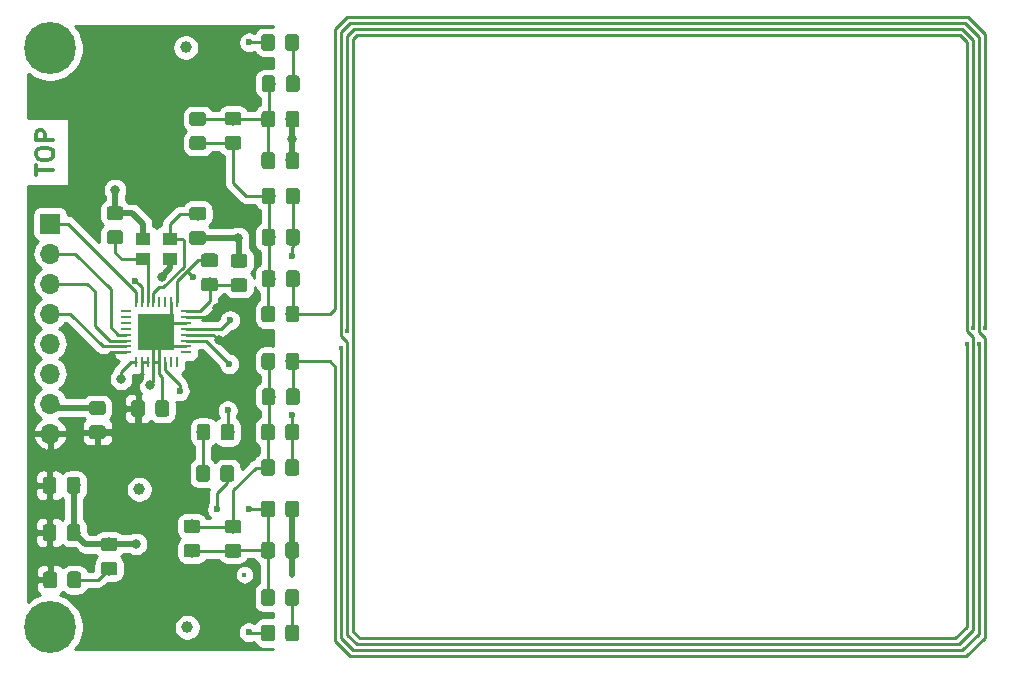
<source format=gtl>
%TF.GenerationSoftware,KiCad,Pcbnew,(5.1.2)-2*%
%TF.CreationDate,2023-05-11T10:58:17+05:30*%
%TF.ProjectId,83mm,38336d6d-2e6b-4696-9361-645f70636258,rev?*%
%TF.SameCoordinates,Original*%
%TF.FileFunction,Copper,L1,Top*%
%TF.FilePolarity,Positive*%
%FSLAX46Y46*%
G04 Gerber Fmt 4.6, Leading zero omitted, Abs format (unit mm)*
G04 Created by KiCad (PCBNEW (5.1.2)-2) date 2023-05-11 10:58:17*
%MOMM*%
%LPD*%
G04 APERTURE LIST*
%ADD10C,0.300000*%
%ADD11C,4.400000*%
%ADD12C,0.700000*%
%ADD13C,1.000000*%
%ADD14C,0.100000*%
%ADD15C,1.150000*%
%ADD16R,0.290000X0.900000*%
%ADD17R,0.900000X0.290000*%
%ADD18R,3.100000X3.100000*%
%ADD19R,1.300000X1.050000*%
%ADD20R,1.700000X1.700000*%
%ADD21O,1.700000X1.700000*%
%ADD22C,0.800000*%
%ADD23C,0.400000*%
%ADD24C,0.600000*%
%ADD25C,0.508000*%
%ADD26C,0.254000*%
G04 APERTURE END LIST*
D10*
X84332071Y-85720785D02*
X84332071Y-84863642D01*
X85832071Y-85292214D02*
X84332071Y-85292214D01*
X84332071Y-84077928D02*
X84332071Y-83792214D01*
X84403500Y-83649357D01*
X84546357Y-83506500D01*
X84832071Y-83435071D01*
X85332071Y-83435071D01*
X85617785Y-83506500D01*
X85760642Y-83649357D01*
X85832071Y-83792214D01*
X85832071Y-84077928D01*
X85760642Y-84220785D01*
X85617785Y-84363642D01*
X85332071Y-84435071D01*
X84832071Y-84435071D01*
X84546357Y-84363642D01*
X84403500Y-84220785D01*
X84332071Y-84077928D01*
X85832071Y-82792214D02*
X84332071Y-82792214D01*
X84332071Y-82220785D01*
X84403500Y-82077928D01*
X84474928Y-82006500D01*
X84617785Y-81935071D01*
X84832071Y-81935071D01*
X84974928Y-82006500D01*
X85046357Y-82077928D01*
X85117785Y-82220785D01*
X85117785Y-82792214D01*
D11*
X85550000Y-75000000D03*
D12*
X87200000Y-75000000D03*
X86716726Y-76166726D03*
X85550000Y-76650000D03*
X84383274Y-76166726D03*
X83900000Y-75000000D03*
X84383274Y-73833274D03*
X85550000Y-73350000D03*
X86716726Y-73833274D03*
X86716726Y-122833274D03*
X85550000Y-122350000D03*
X84383274Y-122833274D03*
X83900000Y-124000000D03*
X84383274Y-125166726D03*
X85550000Y-125650000D03*
X86716726Y-125166726D03*
X87200000Y-124000000D03*
D11*
X85550000Y-124000000D03*
D13*
X97155000Y-124015500D03*
X93091000Y-112331500D03*
X97028000Y-74930000D03*
D14*
G36*
X87899505Y-111301204D02*
G01*
X87923773Y-111304804D01*
X87947572Y-111310765D01*
X87970671Y-111319030D01*
X87992850Y-111329520D01*
X88013893Y-111342132D01*
X88033599Y-111356747D01*
X88051777Y-111373223D01*
X88068253Y-111391401D01*
X88082868Y-111411107D01*
X88095480Y-111432150D01*
X88105970Y-111454329D01*
X88114235Y-111477428D01*
X88120196Y-111501227D01*
X88123796Y-111525495D01*
X88125000Y-111549999D01*
X88125000Y-112450001D01*
X88123796Y-112474505D01*
X88120196Y-112498773D01*
X88114235Y-112522572D01*
X88105970Y-112545671D01*
X88095480Y-112567850D01*
X88082868Y-112588893D01*
X88068253Y-112608599D01*
X88051777Y-112626777D01*
X88033599Y-112643253D01*
X88013893Y-112657868D01*
X87992850Y-112670480D01*
X87970671Y-112680970D01*
X87947572Y-112689235D01*
X87923773Y-112695196D01*
X87899505Y-112698796D01*
X87875001Y-112700000D01*
X87224999Y-112700000D01*
X87200495Y-112698796D01*
X87176227Y-112695196D01*
X87152428Y-112689235D01*
X87129329Y-112680970D01*
X87107150Y-112670480D01*
X87086107Y-112657868D01*
X87066401Y-112643253D01*
X87048223Y-112626777D01*
X87031747Y-112608599D01*
X87017132Y-112588893D01*
X87004520Y-112567850D01*
X86994030Y-112545671D01*
X86985765Y-112522572D01*
X86979804Y-112498773D01*
X86976204Y-112474505D01*
X86975000Y-112450001D01*
X86975000Y-111549999D01*
X86976204Y-111525495D01*
X86979804Y-111501227D01*
X86985765Y-111477428D01*
X86994030Y-111454329D01*
X87004520Y-111432150D01*
X87017132Y-111411107D01*
X87031747Y-111391401D01*
X87048223Y-111373223D01*
X87066401Y-111356747D01*
X87086107Y-111342132D01*
X87107150Y-111329520D01*
X87129329Y-111319030D01*
X87152428Y-111310765D01*
X87176227Y-111304804D01*
X87200495Y-111301204D01*
X87224999Y-111300000D01*
X87875001Y-111300000D01*
X87899505Y-111301204D01*
X87899505Y-111301204D01*
G37*
D15*
X87550000Y-112000000D03*
D14*
G36*
X85849505Y-111301204D02*
G01*
X85873773Y-111304804D01*
X85897572Y-111310765D01*
X85920671Y-111319030D01*
X85942850Y-111329520D01*
X85963893Y-111342132D01*
X85983599Y-111356747D01*
X86001777Y-111373223D01*
X86018253Y-111391401D01*
X86032868Y-111411107D01*
X86045480Y-111432150D01*
X86055970Y-111454329D01*
X86064235Y-111477428D01*
X86070196Y-111501227D01*
X86073796Y-111525495D01*
X86075000Y-111549999D01*
X86075000Y-112450001D01*
X86073796Y-112474505D01*
X86070196Y-112498773D01*
X86064235Y-112522572D01*
X86055970Y-112545671D01*
X86045480Y-112567850D01*
X86032868Y-112588893D01*
X86018253Y-112608599D01*
X86001777Y-112626777D01*
X85983599Y-112643253D01*
X85963893Y-112657868D01*
X85942850Y-112670480D01*
X85920671Y-112680970D01*
X85897572Y-112689235D01*
X85873773Y-112695196D01*
X85849505Y-112698796D01*
X85825001Y-112700000D01*
X85174999Y-112700000D01*
X85150495Y-112698796D01*
X85126227Y-112695196D01*
X85102428Y-112689235D01*
X85079329Y-112680970D01*
X85057150Y-112670480D01*
X85036107Y-112657868D01*
X85016401Y-112643253D01*
X84998223Y-112626777D01*
X84981747Y-112608599D01*
X84967132Y-112588893D01*
X84954520Y-112567850D01*
X84944030Y-112545671D01*
X84935765Y-112522572D01*
X84929804Y-112498773D01*
X84926204Y-112474505D01*
X84925000Y-112450001D01*
X84925000Y-111549999D01*
X84926204Y-111525495D01*
X84929804Y-111501227D01*
X84935765Y-111477428D01*
X84944030Y-111454329D01*
X84954520Y-111432150D01*
X84967132Y-111411107D01*
X84981747Y-111391401D01*
X84998223Y-111373223D01*
X85016401Y-111356747D01*
X85036107Y-111342132D01*
X85057150Y-111329520D01*
X85079329Y-111319030D01*
X85102428Y-111310765D01*
X85126227Y-111304804D01*
X85150495Y-111301204D01*
X85174999Y-111300000D01*
X85825001Y-111300000D01*
X85849505Y-111301204D01*
X85849505Y-111301204D01*
G37*
D15*
X85500000Y-112000000D03*
D14*
G36*
X93349505Y-104801204D02*
G01*
X93373773Y-104804804D01*
X93397572Y-104810765D01*
X93420671Y-104819030D01*
X93442850Y-104829520D01*
X93463893Y-104842132D01*
X93483599Y-104856747D01*
X93501777Y-104873223D01*
X93518253Y-104891401D01*
X93532868Y-104911107D01*
X93545480Y-104932150D01*
X93555970Y-104954329D01*
X93564235Y-104977428D01*
X93570196Y-105001227D01*
X93573796Y-105025495D01*
X93575000Y-105049999D01*
X93575000Y-105950001D01*
X93573796Y-105974505D01*
X93570196Y-105998773D01*
X93564235Y-106022572D01*
X93555970Y-106045671D01*
X93545480Y-106067850D01*
X93532868Y-106088893D01*
X93518253Y-106108599D01*
X93501777Y-106126777D01*
X93483599Y-106143253D01*
X93463893Y-106157868D01*
X93442850Y-106170480D01*
X93420671Y-106180970D01*
X93397572Y-106189235D01*
X93373773Y-106195196D01*
X93349505Y-106198796D01*
X93325001Y-106200000D01*
X92674999Y-106200000D01*
X92650495Y-106198796D01*
X92626227Y-106195196D01*
X92602428Y-106189235D01*
X92579329Y-106180970D01*
X92557150Y-106170480D01*
X92536107Y-106157868D01*
X92516401Y-106143253D01*
X92498223Y-106126777D01*
X92481747Y-106108599D01*
X92467132Y-106088893D01*
X92454520Y-106067850D01*
X92444030Y-106045671D01*
X92435765Y-106022572D01*
X92429804Y-105998773D01*
X92426204Y-105974505D01*
X92425000Y-105950001D01*
X92425000Y-105049999D01*
X92426204Y-105025495D01*
X92429804Y-105001227D01*
X92435765Y-104977428D01*
X92444030Y-104954329D01*
X92454520Y-104932150D01*
X92467132Y-104911107D01*
X92481747Y-104891401D01*
X92498223Y-104873223D01*
X92516401Y-104856747D01*
X92536107Y-104842132D01*
X92557150Y-104829520D01*
X92579329Y-104819030D01*
X92602428Y-104810765D01*
X92626227Y-104804804D01*
X92650495Y-104801204D01*
X92674999Y-104800000D01*
X93325001Y-104800000D01*
X93349505Y-104801204D01*
X93349505Y-104801204D01*
G37*
D15*
X93000000Y-105500000D03*
D14*
G36*
X95399505Y-104801204D02*
G01*
X95423773Y-104804804D01*
X95447572Y-104810765D01*
X95470671Y-104819030D01*
X95492850Y-104829520D01*
X95513893Y-104842132D01*
X95533599Y-104856747D01*
X95551777Y-104873223D01*
X95568253Y-104891401D01*
X95582868Y-104911107D01*
X95595480Y-104932150D01*
X95605970Y-104954329D01*
X95614235Y-104977428D01*
X95620196Y-105001227D01*
X95623796Y-105025495D01*
X95625000Y-105049999D01*
X95625000Y-105950001D01*
X95623796Y-105974505D01*
X95620196Y-105998773D01*
X95614235Y-106022572D01*
X95605970Y-106045671D01*
X95595480Y-106067850D01*
X95582868Y-106088893D01*
X95568253Y-106108599D01*
X95551777Y-106126777D01*
X95533599Y-106143253D01*
X95513893Y-106157868D01*
X95492850Y-106170480D01*
X95470671Y-106180970D01*
X95447572Y-106189235D01*
X95423773Y-106195196D01*
X95399505Y-106198796D01*
X95375001Y-106200000D01*
X94724999Y-106200000D01*
X94700495Y-106198796D01*
X94676227Y-106195196D01*
X94652428Y-106189235D01*
X94629329Y-106180970D01*
X94607150Y-106170480D01*
X94586107Y-106157868D01*
X94566401Y-106143253D01*
X94548223Y-106126777D01*
X94531747Y-106108599D01*
X94517132Y-106088893D01*
X94504520Y-106067850D01*
X94494030Y-106045671D01*
X94485765Y-106022572D01*
X94479804Y-105998773D01*
X94476204Y-105974505D01*
X94475000Y-105950001D01*
X94475000Y-105049999D01*
X94476204Y-105025495D01*
X94479804Y-105001227D01*
X94485765Y-104977428D01*
X94494030Y-104954329D01*
X94504520Y-104932150D01*
X94517132Y-104911107D01*
X94531747Y-104891401D01*
X94548223Y-104873223D01*
X94566401Y-104856747D01*
X94586107Y-104842132D01*
X94607150Y-104829520D01*
X94629329Y-104819030D01*
X94652428Y-104810765D01*
X94676227Y-104804804D01*
X94700495Y-104801204D01*
X94724999Y-104800000D01*
X95375001Y-104800000D01*
X95399505Y-104801204D01*
X95399505Y-104801204D01*
G37*
D15*
X95050000Y-105500000D03*
D14*
G36*
X87899505Y-115301204D02*
G01*
X87923773Y-115304804D01*
X87947572Y-115310765D01*
X87970671Y-115319030D01*
X87992850Y-115329520D01*
X88013893Y-115342132D01*
X88033599Y-115356747D01*
X88051777Y-115373223D01*
X88068253Y-115391401D01*
X88082868Y-115411107D01*
X88095480Y-115432150D01*
X88105970Y-115454329D01*
X88114235Y-115477428D01*
X88120196Y-115501227D01*
X88123796Y-115525495D01*
X88125000Y-115549999D01*
X88125000Y-116450001D01*
X88123796Y-116474505D01*
X88120196Y-116498773D01*
X88114235Y-116522572D01*
X88105970Y-116545671D01*
X88095480Y-116567850D01*
X88082868Y-116588893D01*
X88068253Y-116608599D01*
X88051777Y-116626777D01*
X88033599Y-116643253D01*
X88013893Y-116657868D01*
X87992850Y-116670480D01*
X87970671Y-116680970D01*
X87947572Y-116689235D01*
X87923773Y-116695196D01*
X87899505Y-116698796D01*
X87875001Y-116700000D01*
X87224999Y-116700000D01*
X87200495Y-116698796D01*
X87176227Y-116695196D01*
X87152428Y-116689235D01*
X87129329Y-116680970D01*
X87107150Y-116670480D01*
X87086107Y-116657868D01*
X87066401Y-116643253D01*
X87048223Y-116626777D01*
X87031747Y-116608599D01*
X87017132Y-116588893D01*
X87004520Y-116567850D01*
X86994030Y-116545671D01*
X86985765Y-116522572D01*
X86979804Y-116498773D01*
X86976204Y-116474505D01*
X86975000Y-116450001D01*
X86975000Y-115549999D01*
X86976204Y-115525495D01*
X86979804Y-115501227D01*
X86985765Y-115477428D01*
X86994030Y-115454329D01*
X87004520Y-115432150D01*
X87017132Y-115411107D01*
X87031747Y-115391401D01*
X87048223Y-115373223D01*
X87066401Y-115356747D01*
X87086107Y-115342132D01*
X87107150Y-115329520D01*
X87129329Y-115319030D01*
X87152428Y-115310765D01*
X87176227Y-115304804D01*
X87200495Y-115301204D01*
X87224999Y-115300000D01*
X87875001Y-115300000D01*
X87899505Y-115301204D01*
X87899505Y-115301204D01*
G37*
D15*
X87550000Y-116000000D03*
D14*
G36*
X85849505Y-115301204D02*
G01*
X85873773Y-115304804D01*
X85897572Y-115310765D01*
X85920671Y-115319030D01*
X85942850Y-115329520D01*
X85963893Y-115342132D01*
X85983599Y-115356747D01*
X86001777Y-115373223D01*
X86018253Y-115391401D01*
X86032868Y-115411107D01*
X86045480Y-115432150D01*
X86055970Y-115454329D01*
X86064235Y-115477428D01*
X86070196Y-115501227D01*
X86073796Y-115525495D01*
X86075000Y-115549999D01*
X86075000Y-116450001D01*
X86073796Y-116474505D01*
X86070196Y-116498773D01*
X86064235Y-116522572D01*
X86055970Y-116545671D01*
X86045480Y-116567850D01*
X86032868Y-116588893D01*
X86018253Y-116608599D01*
X86001777Y-116626777D01*
X85983599Y-116643253D01*
X85963893Y-116657868D01*
X85942850Y-116670480D01*
X85920671Y-116680970D01*
X85897572Y-116689235D01*
X85873773Y-116695196D01*
X85849505Y-116698796D01*
X85825001Y-116700000D01*
X85174999Y-116700000D01*
X85150495Y-116698796D01*
X85126227Y-116695196D01*
X85102428Y-116689235D01*
X85079329Y-116680970D01*
X85057150Y-116670480D01*
X85036107Y-116657868D01*
X85016401Y-116643253D01*
X84998223Y-116626777D01*
X84981747Y-116608599D01*
X84967132Y-116588893D01*
X84954520Y-116567850D01*
X84944030Y-116545671D01*
X84935765Y-116522572D01*
X84929804Y-116498773D01*
X84926204Y-116474505D01*
X84925000Y-116450001D01*
X84925000Y-115549999D01*
X84926204Y-115525495D01*
X84929804Y-115501227D01*
X84935765Y-115477428D01*
X84944030Y-115454329D01*
X84954520Y-115432150D01*
X84967132Y-115411107D01*
X84981747Y-115391401D01*
X84998223Y-115373223D01*
X85016401Y-115356747D01*
X85036107Y-115342132D01*
X85057150Y-115329520D01*
X85079329Y-115319030D01*
X85102428Y-115310765D01*
X85126227Y-115304804D01*
X85150495Y-115301204D01*
X85174999Y-115300000D01*
X85825001Y-115300000D01*
X85849505Y-115301204D01*
X85849505Y-115301204D01*
G37*
D15*
X85500000Y-116000000D03*
D14*
G36*
X102024505Y-94476204D02*
G01*
X102048773Y-94479804D01*
X102072572Y-94485765D01*
X102095671Y-94494030D01*
X102117850Y-94504520D01*
X102138893Y-94517132D01*
X102158599Y-94531747D01*
X102176777Y-94548223D01*
X102193253Y-94566401D01*
X102207868Y-94586107D01*
X102220480Y-94607150D01*
X102230970Y-94629329D01*
X102239235Y-94652428D01*
X102245196Y-94676227D01*
X102248796Y-94700495D01*
X102250000Y-94724999D01*
X102250000Y-95375001D01*
X102248796Y-95399505D01*
X102245196Y-95423773D01*
X102239235Y-95447572D01*
X102230970Y-95470671D01*
X102220480Y-95492850D01*
X102207868Y-95513893D01*
X102193253Y-95533599D01*
X102176777Y-95551777D01*
X102158599Y-95568253D01*
X102138893Y-95582868D01*
X102117850Y-95595480D01*
X102095671Y-95605970D01*
X102072572Y-95614235D01*
X102048773Y-95620196D01*
X102024505Y-95623796D01*
X102000001Y-95625000D01*
X101099999Y-95625000D01*
X101075495Y-95623796D01*
X101051227Y-95620196D01*
X101027428Y-95614235D01*
X101004329Y-95605970D01*
X100982150Y-95595480D01*
X100961107Y-95582868D01*
X100941401Y-95568253D01*
X100923223Y-95551777D01*
X100906747Y-95533599D01*
X100892132Y-95513893D01*
X100879520Y-95492850D01*
X100869030Y-95470671D01*
X100860765Y-95447572D01*
X100854804Y-95423773D01*
X100851204Y-95399505D01*
X100850000Y-95375001D01*
X100850000Y-94724999D01*
X100851204Y-94700495D01*
X100854804Y-94676227D01*
X100860765Y-94652428D01*
X100869030Y-94629329D01*
X100879520Y-94607150D01*
X100892132Y-94586107D01*
X100906747Y-94566401D01*
X100923223Y-94548223D01*
X100941401Y-94531747D01*
X100961107Y-94517132D01*
X100982150Y-94504520D01*
X101004329Y-94494030D01*
X101027428Y-94485765D01*
X101051227Y-94479804D01*
X101075495Y-94476204D01*
X101099999Y-94475000D01*
X102000001Y-94475000D01*
X102024505Y-94476204D01*
X102024505Y-94476204D01*
G37*
D15*
X101550000Y-95050000D03*
D14*
G36*
X102024505Y-92426204D02*
G01*
X102048773Y-92429804D01*
X102072572Y-92435765D01*
X102095671Y-92444030D01*
X102117850Y-92454520D01*
X102138893Y-92467132D01*
X102158599Y-92481747D01*
X102176777Y-92498223D01*
X102193253Y-92516401D01*
X102207868Y-92536107D01*
X102220480Y-92557150D01*
X102230970Y-92579329D01*
X102239235Y-92602428D01*
X102245196Y-92626227D01*
X102248796Y-92650495D01*
X102250000Y-92674999D01*
X102250000Y-93325001D01*
X102248796Y-93349505D01*
X102245196Y-93373773D01*
X102239235Y-93397572D01*
X102230970Y-93420671D01*
X102220480Y-93442850D01*
X102207868Y-93463893D01*
X102193253Y-93483599D01*
X102176777Y-93501777D01*
X102158599Y-93518253D01*
X102138893Y-93532868D01*
X102117850Y-93545480D01*
X102095671Y-93555970D01*
X102072572Y-93564235D01*
X102048773Y-93570196D01*
X102024505Y-93573796D01*
X102000001Y-93575000D01*
X101099999Y-93575000D01*
X101075495Y-93573796D01*
X101051227Y-93570196D01*
X101027428Y-93564235D01*
X101004329Y-93555970D01*
X100982150Y-93545480D01*
X100961107Y-93532868D01*
X100941401Y-93518253D01*
X100923223Y-93501777D01*
X100906747Y-93483599D01*
X100892132Y-93463893D01*
X100879520Y-93442850D01*
X100869030Y-93420671D01*
X100860765Y-93397572D01*
X100854804Y-93373773D01*
X100851204Y-93349505D01*
X100850000Y-93325001D01*
X100850000Y-92674999D01*
X100851204Y-92650495D01*
X100854804Y-92626227D01*
X100860765Y-92602428D01*
X100869030Y-92579329D01*
X100879520Y-92557150D01*
X100892132Y-92536107D01*
X100906747Y-92516401D01*
X100923223Y-92498223D01*
X100941401Y-92481747D01*
X100961107Y-92467132D01*
X100982150Y-92454520D01*
X101004329Y-92444030D01*
X101027428Y-92435765D01*
X101051227Y-92429804D01*
X101075495Y-92426204D01*
X101099999Y-92425000D01*
X102000001Y-92425000D01*
X102024505Y-92426204D01*
X102024505Y-92426204D01*
G37*
D15*
X101550000Y-93000000D03*
D14*
G36*
X106399505Y-116801204D02*
G01*
X106423773Y-116804804D01*
X106447572Y-116810765D01*
X106470671Y-116819030D01*
X106492850Y-116829520D01*
X106513893Y-116842132D01*
X106533599Y-116856747D01*
X106551777Y-116873223D01*
X106568253Y-116891401D01*
X106582868Y-116911107D01*
X106595480Y-116932150D01*
X106605970Y-116954329D01*
X106614235Y-116977428D01*
X106620196Y-117001227D01*
X106623796Y-117025495D01*
X106625000Y-117049999D01*
X106625000Y-117950001D01*
X106623796Y-117974505D01*
X106620196Y-117998773D01*
X106614235Y-118022572D01*
X106605970Y-118045671D01*
X106595480Y-118067850D01*
X106582868Y-118088893D01*
X106568253Y-118108599D01*
X106551777Y-118126777D01*
X106533599Y-118143253D01*
X106513893Y-118157868D01*
X106492850Y-118170480D01*
X106470671Y-118180970D01*
X106447572Y-118189235D01*
X106423773Y-118195196D01*
X106399505Y-118198796D01*
X106375001Y-118200000D01*
X105724999Y-118200000D01*
X105700495Y-118198796D01*
X105676227Y-118195196D01*
X105652428Y-118189235D01*
X105629329Y-118180970D01*
X105607150Y-118170480D01*
X105586107Y-118157868D01*
X105566401Y-118143253D01*
X105548223Y-118126777D01*
X105531747Y-118108599D01*
X105517132Y-118088893D01*
X105504520Y-118067850D01*
X105494030Y-118045671D01*
X105485765Y-118022572D01*
X105479804Y-117998773D01*
X105476204Y-117974505D01*
X105475000Y-117950001D01*
X105475000Y-117049999D01*
X105476204Y-117025495D01*
X105479804Y-117001227D01*
X105485765Y-116977428D01*
X105494030Y-116954329D01*
X105504520Y-116932150D01*
X105517132Y-116911107D01*
X105531747Y-116891401D01*
X105548223Y-116873223D01*
X105566401Y-116856747D01*
X105586107Y-116842132D01*
X105607150Y-116829520D01*
X105629329Y-116819030D01*
X105652428Y-116810765D01*
X105676227Y-116804804D01*
X105700495Y-116801204D01*
X105724999Y-116800000D01*
X106375001Y-116800000D01*
X106399505Y-116801204D01*
X106399505Y-116801204D01*
G37*
D15*
X106050000Y-117500000D03*
D14*
G36*
X104349505Y-116801204D02*
G01*
X104373773Y-116804804D01*
X104397572Y-116810765D01*
X104420671Y-116819030D01*
X104442850Y-116829520D01*
X104463893Y-116842132D01*
X104483599Y-116856747D01*
X104501777Y-116873223D01*
X104518253Y-116891401D01*
X104532868Y-116911107D01*
X104545480Y-116932150D01*
X104555970Y-116954329D01*
X104564235Y-116977428D01*
X104570196Y-117001227D01*
X104573796Y-117025495D01*
X104575000Y-117049999D01*
X104575000Y-117950001D01*
X104573796Y-117974505D01*
X104570196Y-117998773D01*
X104564235Y-118022572D01*
X104555970Y-118045671D01*
X104545480Y-118067850D01*
X104532868Y-118088893D01*
X104518253Y-118108599D01*
X104501777Y-118126777D01*
X104483599Y-118143253D01*
X104463893Y-118157868D01*
X104442850Y-118170480D01*
X104420671Y-118180970D01*
X104397572Y-118189235D01*
X104373773Y-118195196D01*
X104349505Y-118198796D01*
X104325001Y-118200000D01*
X103674999Y-118200000D01*
X103650495Y-118198796D01*
X103626227Y-118195196D01*
X103602428Y-118189235D01*
X103579329Y-118180970D01*
X103557150Y-118170480D01*
X103536107Y-118157868D01*
X103516401Y-118143253D01*
X103498223Y-118126777D01*
X103481747Y-118108599D01*
X103467132Y-118088893D01*
X103454520Y-118067850D01*
X103444030Y-118045671D01*
X103435765Y-118022572D01*
X103429804Y-117998773D01*
X103426204Y-117974505D01*
X103425000Y-117950001D01*
X103425000Y-117049999D01*
X103426204Y-117025495D01*
X103429804Y-117001227D01*
X103435765Y-116977428D01*
X103444030Y-116954329D01*
X103454520Y-116932150D01*
X103467132Y-116911107D01*
X103481747Y-116891401D01*
X103498223Y-116873223D01*
X103516401Y-116856747D01*
X103536107Y-116842132D01*
X103557150Y-116829520D01*
X103579329Y-116819030D01*
X103602428Y-116810765D01*
X103626227Y-116804804D01*
X103650495Y-116801204D01*
X103674999Y-116800000D01*
X104325001Y-116800000D01*
X104349505Y-116801204D01*
X104349505Y-116801204D01*
G37*
D15*
X104000000Y-117500000D03*
D14*
G36*
X106424505Y-80301204D02*
G01*
X106448773Y-80304804D01*
X106472572Y-80310765D01*
X106495671Y-80319030D01*
X106517850Y-80329520D01*
X106538893Y-80342132D01*
X106558599Y-80356747D01*
X106576777Y-80373223D01*
X106593253Y-80391401D01*
X106607868Y-80411107D01*
X106620480Y-80432150D01*
X106630970Y-80454329D01*
X106639235Y-80477428D01*
X106645196Y-80501227D01*
X106648796Y-80525495D01*
X106650000Y-80549999D01*
X106650000Y-81450001D01*
X106648796Y-81474505D01*
X106645196Y-81498773D01*
X106639235Y-81522572D01*
X106630970Y-81545671D01*
X106620480Y-81567850D01*
X106607868Y-81588893D01*
X106593253Y-81608599D01*
X106576777Y-81626777D01*
X106558599Y-81643253D01*
X106538893Y-81657868D01*
X106517850Y-81670480D01*
X106495671Y-81680970D01*
X106472572Y-81689235D01*
X106448773Y-81695196D01*
X106424505Y-81698796D01*
X106400001Y-81700000D01*
X105749999Y-81700000D01*
X105725495Y-81698796D01*
X105701227Y-81695196D01*
X105677428Y-81689235D01*
X105654329Y-81680970D01*
X105632150Y-81670480D01*
X105611107Y-81657868D01*
X105591401Y-81643253D01*
X105573223Y-81626777D01*
X105556747Y-81608599D01*
X105542132Y-81588893D01*
X105529520Y-81567850D01*
X105519030Y-81545671D01*
X105510765Y-81522572D01*
X105504804Y-81498773D01*
X105501204Y-81474505D01*
X105500000Y-81450001D01*
X105500000Y-80549999D01*
X105501204Y-80525495D01*
X105504804Y-80501227D01*
X105510765Y-80477428D01*
X105519030Y-80454329D01*
X105529520Y-80432150D01*
X105542132Y-80411107D01*
X105556747Y-80391401D01*
X105573223Y-80373223D01*
X105591401Y-80356747D01*
X105611107Y-80342132D01*
X105632150Y-80329520D01*
X105654329Y-80319030D01*
X105677428Y-80310765D01*
X105701227Y-80304804D01*
X105725495Y-80301204D01*
X105749999Y-80300000D01*
X106400001Y-80300000D01*
X106424505Y-80301204D01*
X106424505Y-80301204D01*
G37*
D15*
X106075000Y-81000000D03*
D14*
G36*
X104374505Y-80301204D02*
G01*
X104398773Y-80304804D01*
X104422572Y-80310765D01*
X104445671Y-80319030D01*
X104467850Y-80329520D01*
X104488893Y-80342132D01*
X104508599Y-80356747D01*
X104526777Y-80373223D01*
X104543253Y-80391401D01*
X104557868Y-80411107D01*
X104570480Y-80432150D01*
X104580970Y-80454329D01*
X104589235Y-80477428D01*
X104595196Y-80501227D01*
X104598796Y-80525495D01*
X104600000Y-80549999D01*
X104600000Y-81450001D01*
X104598796Y-81474505D01*
X104595196Y-81498773D01*
X104589235Y-81522572D01*
X104580970Y-81545671D01*
X104570480Y-81567850D01*
X104557868Y-81588893D01*
X104543253Y-81608599D01*
X104526777Y-81626777D01*
X104508599Y-81643253D01*
X104488893Y-81657868D01*
X104467850Y-81670480D01*
X104445671Y-81680970D01*
X104422572Y-81689235D01*
X104398773Y-81695196D01*
X104374505Y-81698796D01*
X104350001Y-81700000D01*
X103699999Y-81700000D01*
X103675495Y-81698796D01*
X103651227Y-81695196D01*
X103627428Y-81689235D01*
X103604329Y-81680970D01*
X103582150Y-81670480D01*
X103561107Y-81657868D01*
X103541401Y-81643253D01*
X103523223Y-81626777D01*
X103506747Y-81608599D01*
X103492132Y-81588893D01*
X103479520Y-81567850D01*
X103469030Y-81545671D01*
X103460765Y-81522572D01*
X103454804Y-81498773D01*
X103451204Y-81474505D01*
X103450000Y-81450001D01*
X103450000Y-80549999D01*
X103451204Y-80525495D01*
X103454804Y-80501227D01*
X103460765Y-80477428D01*
X103469030Y-80454329D01*
X103479520Y-80432150D01*
X103492132Y-80411107D01*
X103506747Y-80391401D01*
X103523223Y-80373223D01*
X103541401Y-80356747D01*
X103561107Y-80342132D01*
X103582150Y-80329520D01*
X103604329Y-80319030D01*
X103627428Y-80310765D01*
X103651227Y-80304804D01*
X103675495Y-80301204D01*
X103699999Y-80300000D01*
X104350001Y-80300000D01*
X104374505Y-80301204D01*
X104374505Y-80301204D01*
G37*
D15*
X104025000Y-81000000D03*
D14*
G36*
X101524505Y-80376204D02*
G01*
X101548773Y-80379804D01*
X101572572Y-80385765D01*
X101595671Y-80394030D01*
X101617850Y-80404520D01*
X101638893Y-80417132D01*
X101658599Y-80431747D01*
X101676777Y-80448223D01*
X101693253Y-80466401D01*
X101707868Y-80486107D01*
X101720480Y-80507150D01*
X101730970Y-80529329D01*
X101739235Y-80552428D01*
X101745196Y-80576227D01*
X101748796Y-80600495D01*
X101750000Y-80624999D01*
X101750000Y-81275001D01*
X101748796Y-81299505D01*
X101745196Y-81323773D01*
X101739235Y-81347572D01*
X101730970Y-81370671D01*
X101720480Y-81392850D01*
X101707868Y-81413893D01*
X101693253Y-81433599D01*
X101676777Y-81451777D01*
X101658599Y-81468253D01*
X101638893Y-81482868D01*
X101617850Y-81495480D01*
X101595671Y-81505970D01*
X101572572Y-81514235D01*
X101548773Y-81520196D01*
X101524505Y-81523796D01*
X101500001Y-81525000D01*
X100599999Y-81525000D01*
X100575495Y-81523796D01*
X100551227Y-81520196D01*
X100527428Y-81514235D01*
X100504329Y-81505970D01*
X100482150Y-81495480D01*
X100461107Y-81482868D01*
X100441401Y-81468253D01*
X100423223Y-81451777D01*
X100406747Y-81433599D01*
X100392132Y-81413893D01*
X100379520Y-81392850D01*
X100369030Y-81370671D01*
X100360765Y-81347572D01*
X100354804Y-81323773D01*
X100351204Y-81299505D01*
X100350000Y-81275001D01*
X100350000Y-80624999D01*
X100351204Y-80600495D01*
X100354804Y-80576227D01*
X100360765Y-80552428D01*
X100369030Y-80529329D01*
X100379520Y-80507150D01*
X100392132Y-80486107D01*
X100406747Y-80466401D01*
X100423223Y-80448223D01*
X100441401Y-80431747D01*
X100461107Y-80417132D01*
X100482150Y-80404520D01*
X100504329Y-80394030D01*
X100527428Y-80385765D01*
X100551227Y-80379804D01*
X100575495Y-80376204D01*
X100599999Y-80375000D01*
X101500001Y-80375000D01*
X101524505Y-80376204D01*
X101524505Y-80376204D01*
G37*
D15*
X101050000Y-80950000D03*
D14*
G36*
X101524505Y-82426204D02*
G01*
X101548773Y-82429804D01*
X101572572Y-82435765D01*
X101595671Y-82444030D01*
X101617850Y-82454520D01*
X101638893Y-82467132D01*
X101658599Y-82481747D01*
X101676777Y-82498223D01*
X101693253Y-82516401D01*
X101707868Y-82536107D01*
X101720480Y-82557150D01*
X101730970Y-82579329D01*
X101739235Y-82602428D01*
X101745196Y-82626227D01*
X101748796Y-82650495D01*
X101750000Y-82674999D01*
X101750000Y-83325001D01*
X101748796Y-83349505D01*
X101745196Y-83373773D01*
X101739235Y-83397572D01*
X101730970Y-83420671D01*
X101720480Y-83442850D01*
X101707868Y-83463893D01*
X101693253Y-83483599D01*
X101676777Y-83501777D01*
X101658599Y-83518253D01*
X101638893Y-83532868D01*
X101617850Y-83545480D01*
X101595671Y-83555970D01*
X101572572Y-83564235D01*
X101548773Y-83570196D01*
X101524505Y-83573796D01*
X101500001Y-83575000D01*
X100599999Y-83575000D01*
X100575495Y-83573796D01*
X100551227Y-83570196D01*
X100527428Y-83564235D01*
X100504329Y-83555970D01*
X100482150Y-83545480D01*
X100461107Y-83532868D01*
X100441401Y-83518253D01*
X100423223Y-83501777D01*
X100406747Y-83483599D01*
X100392132Y-83463893D01*
X100379520Y-83442850D01*
X100369030Y-83420671D01*
X100360765Y-83397572D01*
X100354804Y-83373773D01*
X100351204Y-83349505D01*
X100350000Y-83325001D01*
X100350000Y-82674999D01*
X100351204Y-82650495D01*
X100354804Y-82626227D01*
X100360765Y-82602428D01*
X100369030Y-82579329D01*
X100379520Y-82557150D01*
X100392132Y-82536107D01*
X100406747Y-82516401D01*
X100423223Y-82498223D01*
X100441401Y-82481747D01*
X100461107Y-82467132D01*
X100482150Y-82454520D01*
X100504329Y-82444030D01*
X100527428Y-82435765D01*
X100551227Y-82429804D01*
X100575495Y-82426204D01*
X100599999Y-82425000D01*
X101500001Y-82425000D01*
X101524505Y-82426204D01*
X101524505Y-82426204D01*
G37*
D15*
X101050000Y-83000000D03*
D14*
G36*
X106399505Y-106801204D02*
G01*
X106423773Y-106804804D01*
X106447572Y-106810765D01*
X106470671Y-106819030D01*
X106492850Y-106829520D01*
X106513893Y-106842132D01*
X106533599Y-106856747D01*
X106551777Y-106873223D01*
X106568253Y-106891401D01*
X106582868Y-106911107D01*
X106595480Y-106932150D01*
X106605970Y-106954329D01*
X106614235Y-106977428D01*
X106620196Y-107001227D01*
X106623796Y-107025495D01*
X106625000Y-107049999D01*
X106625000Y-107950001D01*
X106623796Y-107974505D01*
X106620196Y-107998773D01*
X106614235Y-108022572D01*
X106605970Y-108045671D01*
X106595480Y-108067850D01*
X106582868Y-108088893D01*
X106568253Y-108108599D01*
X106551777Y-108126777D01*
X106533599Y-108143253D01*
X106513893Y-108157868D01*
X106492850Y-108170480D01*
X106470671Y-108180970D01*
X106447572Y-108189235D01*
X106423773Y-108195196D01*
X106399505Y-108198796D01*
X106375001Y-108200000D01*
X105724999Y-108200000D01*
X105700495Y-108198796D01*
X105676227Y-108195196D01*
X105652428Y-108189235D01*
X105629329Y-108180970D01*
X105607150Y-108170480D01*
X105586107Y-108157868D01*
X105566401Y-108143253D01*
X105548223Y-108126777D01*
X105531747Y-108108599D01*
X105517132Y-108088893D01*
X105504520Y-108067850D01*
X105494030Y-108045671D01*
X105485765Y-108022572D01*
X105479804Y-107998773D01*
X105476204Y-107974505D01*
X105475000Y-107950001D01*
X105475000Y-107049999D01*
X105476204Y-107025495D01*
X105479804Y-107001227D01*
X105485765Y-106977428D01*
X105494030Y-106954329D01*
X105504520Y-106932150D01*
X105517132Y-106911107D01*
X105531747Y-106891401D01*
X105548223Y-106873223D01*
X105566401Y-106856747D01*
X105586107Y-106842132D01*
X105607150Y-106829520D01*
X105629329Y-106819030D01*
X105652428Y-106810765D01*
X105676227Y-106804804D01*
X105700495Y-106801204D01*
X105724999Y-106800000D01*
X106375001Y-106800000D01*
X106399505Y-106801204D01*
X106399505Y-106801204D01*
G37*
D15*
X106050000Y-107500000D03*
D14*
G36*
X104349505Y-106801204D02*
G01*
X104373773Y-106804804D01*
X104397572Y-106810765D01*
X104420671Y-106819030D01*
X104442850Y-106829520D01*
X104463893Y-106842132D01*
X104483599Y-106856747D01*
X104501777Y-106873223D01*
X104518253Y-106891401D01*
X104532868Y-106911107D01*
X104545480Y-106932150D01*
X104555970Y-106954329D01*
X104564235Y-106977428D01*
X104570196Y-107001227D01*
X104573796Y-107025495D01*
X104575000Y-107049999D01*
X104575000Y-107950001D01*
X104573796Y-107974505D01*
X104570196Y-107998773D01*
X104564235Y-108022572D01*
X104555970Y-108045671D01*
X104545480Y-108067850D01*
X104532868Y-108088893D01*
X104518253Y-108108599D01*
X104501777Y-108126777D01*
X104483599Y-108143253D01*
X104463893Y-108157868D01*
X104442850Y-108170480D01*
X104420671Y-108180970D01*
X104397572Y-108189235D01*
X104373773Y-108195196D01*
X104349505Y-108198796D01*
X104325001Y-108200000D01*
X103674999Y-108200000D01*
X103650495Y-108198796D01*
X103626227Y-108195196D01*
X103602428Y-108189235D01*
X103579329Y-108180970D01*
X103557150Y-108170480D01*
X103536107Y-108157868D01*
X103516401Y-108143253D01*
X103498223Y-108126777D01*
X103481747Y-108108599D01*
X103467132Y-108088893D01*
X103454520Y-108067850D01*
X103444030Y-108045671D01*
X103435765Y-108022572D01*
X103429804Y-107998773D01*
X103426204Y-107974505D01*
X103425000Y-107950001D01*
X103425000Y-107049999D01*
X103426204Y-107025495D01*
X103429804Y-107001227D01*
X103435765Y-106977428D01*
X103444030Y-106954329D01*
X103454520Y-106932150D01*
X103467132Y-106911107D01*
X103481747Y-106891401D01*
X103498223Y-106873223D01*
X103516401Y-106856747D01*
X103536107Y-106842132D01*
X103557150Y-106829520D01*
X103579329Y-106819030D01*
X103602428Y-106810765D01*
X103626227Y-106804804D01*
X103650495Y-106801204D01*
X103674999Y-106800000D01*
X104325001Y-106800000D01*
X104349505Y-106801204D01*
X104349505Y-106801204D01*
G37*
D15*
X104000000Y-107500000D03*
D14*
G36*
X106449505Y-90301204D02*
G01*
X106473773Y-90304804D01*
X106497572Y-90310765D01*
X106520671Y-90319030D01*
X106542850Y-90329520D01*
X106563893Y-90342132D01*
X106583599Y-90356747D01*
X106601777Y-90373223D01*
X106618253Y-90391401D01*
X106632868Y-90411107D01*
X106645480Y-90432150D01*
X106655970Y-90454329D01*
X106664235Y-90477428D01*
X106670196Y-90501227D01*
X106673796Y-90525495D01*
X106675000Y-90549999D01*
X106675000Y-91450001D01*
X106673796Y-91474505D01*
X106670196Y-91498773D01*
X106664235Y-91522572D01*
X106655970Y-91545671D01*
X106645480Y-91567850D01*
X106632868Y-91588893D01*
X106618253Y-91608599D01*
X106601777Y-91626777D01*
X106583599Y-91643253D01*
X106563893Y-91657868D01*
X106542850Y-91670480D01*
X106520671Y-91680970D01*
X106497572Y-91689235D01*
X106473773Y-91695196D01*
X106449505Y-91698796D01*
X106425001Y-91700000D01*
X105774999Y-91700000D01*
X105750495Y-91698796D01*
X105726227Y-91695196D01*
X105702428Y-91689235D01*
X105679329Y-91680970D01*
X105657150Y-91670480D01*
X105636107Y-91657868D01*
X105616401Y-91643253D01*
X105598223Y-91626777D01*
X105581747Y-91608599D01*
X105567132Y-91588893D01*
X105554520Y-91567850D01*
X105544030Y-91545671D01*
X105535765Y-91522572D01*
X105529804Y-91498773D01*
X105526204Y-91474505D01*
X105525000Y-91450001D01*
X105525000Y-90549999D01*
X105526204Y-90525495D01*
X105529804Y-90501227D01*
X105535765Y-90477428D01*
X105544030Y-90454329D01*
X105554520Y-90432150D01*
X105567132Y-90411107D01*
X105581747Y-90391401D01*
X105598223Y-90373223D01*
X105616401Y-90356747D01*
X105636107Y-90342132D01*
X105657150Y-90329520D01*
X105679329Y-90319030D01*
X105702428Y-90310765D01*
X105726227Y-90304804D01*
X105750495Y-90301204D01*
X105774999Y-90300000D01*
X106425001Y-90300000D01*
X106449505Y-90301204D01*
X106449505Y-90301204D01*
G37*
D15*
X106100000Y-91000000D03*
D14*
G36*
X104399505Y-90301204D02*
G01*
X104423773Y-90304804D01*
X104447572Y-90310765D01*
X104470671Y-90319030D01*
X104492850Y-90329520D01*
X104513893Y-90342132D01*
X104533599Y-90356747D01*
X104551777Y-90373223D01*
X104568253Y-90391401D01*
X104582868Y-90411107D01*
X104595480Y-90432150D01*
X104605970Y-90454329D01*
X104614235Y-90477428D01*
X104620196Y-90501227D01*
X104623796Y-90525495D01*
X104625000Y-90549999D01*
X104625000Y-91450001D01*
X104623796Y-91474505D01*
X104620196Y-91498773D01*
X104614235Y-91522572D01*
X104605970Y-91545671D01*
X104595480Y-91567850D01*
X104582868Y-91588893D01*
X104568253Y-91608599D01*
X104551777Y-91626777D01*
X104533599Y-91643253D01*
X104513893Y-91657868D01*
X104492850Y-91670480D01*
X104470671Y-91680970D01*
X104447572Y-91689235D01*
X104423773Y-91695196D01*
X104399505Y-91698796D01*
X104375001Y-91700000D01*
X103724999Y-91700000D01*
X103700495Y-91698796D01*
X103676227Y-91695196D01*
X103652428Y-91689235D01*
X103629329Y-91680970D01*
X103607150Y-91670480D01*
X103586107Y-91657868D01*
X103566401Y-91643253D01*
X103548223Y-91626777D01*
X103531747Y-91608599D01*
X103517132Y-91588893D01*
X103504520Y-91567850D01*
X103494030Y-91545671D01*
X103485765Y-91522572D01*
X103479804Y-91498773D01*
X103476204Y-91474505D01*
X103475000Y-91450001D01*
X103475000Y-90549999D01*
X103476204Y-90525495D01*
X103479804Y-90501227D01*
X103485765Y-90477428D01*
X103494030Y-90454329D01*
X103504520Y-90432150D01*
X103517132Y-90411107D01*
X103531747Y-90391401D01*
X103548223Y-90373223D01*
X103566401Y-90356747D01*
X103586107Y-90342132D01*
X103607150Y-90329520D01*
X103629329Y-90319030D01*
X103652428Y-90310765D01*
X103676227Y-90304804D01*
X103700495Y-90301204D01*
X103724999Y-90300000D01*
X104375001Y-90300000D01*
X104399505Y-90301204D01*
X104399505Y-90301204D01*
G37*
D15*
X104050000Y-91000000D03*
D14*
G36*
X98874505Y-106801204D02*
G01*
X98898773Y-106804804D01*
X98922572Y-106810765D01*
X98945671Y-106819030D01*
X98967850Y-106829520D01*
X98988893Y-106842132D01*
X99008599Y-106856747D01*
X99026777Y-106873223D01*
X99043253Y-106891401D01*
X99057868Y-106911107D01*
X99070480Y-106932150D01*
X99080970Y-106954329D01*
X99089235Y-106977428D01*
X99095196Y-107001227D01*
X99098796Y-107025495D01*
X99100000Y-107049999D01*
X99100000Y-107950001D01*
X99098796Y-107974505D01*
X99095196Y-107998773D01*
X99089235Y-108022572D01*
X99080970Y-108045671D01*
X99070480Y-108067850D01*
X99057868Y-108088893D01*
X99043253Y-108108599D01*
X99026777Y-108126777D01*
X99008599Y-108143253D01*
X98988893Y-108157868D01*
X98967850Y-108170480D01*
X98945671Y-108180970D01*
X98922572Y-108189235D01*
X98898773Y-108195196D01*
X98874505Y-108198796D01*
X98850001Y-108200000D01*
X98199999Y-108200000D01*
X98175495Y-108198796D01*
X98151227Y-108195196D01*
X98127428Y-108189235D01*
X98104329Y-108180970D01*
X98082150Y-108170480D01*
X98061107Y-108157868D01*
X98041401Y-108143253D01*
X98023223Y-108126777D01*
X98006747Y-108108599D01*
X97992132Y-108088893D01*
X97979520Y-108067850D01*
X97969030Y-108045671D01*
X97960765Y-108022572D01*
X97954804Y-107998773D01*
X97951204Y-107974505D01*
X97950000Y-107950001D01*
X97950000Y-107049999D01*
X97951204Y-107025495D01*
X97954804Y-107001227D01*
X97960765Y-106977428D01*
X97969030Y-106954329D01*
X97979520Y-106932150D01*
X97992132Y-106911107D01*
X98006747Y-106891401D01*
X98023223Y-106873223D01*
X98041401Y-106856747D01*
X98061107Y-106842132D01*
X98082150Y-106829520D01*
X98104329Y-106819030D01*
X98127428Y-106810765D01*
X98151227Y-106804804D01*
X98175495Y-106801204D01*
X98199999Y-106800000D01*
X98850001Y-106800000D01*
X98874505Y-106801204D01*
X98874505Y-106801204D01*
G37*
D15*
X98525000Y-107500000D03*
D14*
G36*
X100924505Y-106801204D02*
G01*
X100948773Y-106804804D01*
X100972572Y-106810765D01*
X100995671Y-106819030D01*
X101017850Y-106829520D01*
X101038893Y-106842132D01*
X101058599Y-106856747D01*
X101076777Y-106873223D01*
X101093253Y-106891401D01*
X101107868Y-106911107D01*
X101120480Y-106932150D01*
X101130970Y-106954329D01*
X101139235Y-106977428D01*
X101145196Y-107001227D01*
X101148796Y-107025495D01*
X101150000Y-107049999D01*
X101150000Y-107950001D01*
X101148796Y-107974505D01*
X101145196Y-107998773D01*
X101139235Y-108022572D01*
X101130970Y-108045671D01*
X101120480Y-108067850D01*
X101107868Y-108088893D01*
X101093253Y-108108599D01*
X101076777Y-108126777D01*
X101058599Y-108143253D01*
X101038893Y-108157868D01*
X101017850Y-108170480D01*
X100995671Y-108180970D01*
X100972572Y-108189235D01*
X100948773Y-108195196D01*
X100924505Y-108198796D01*
X100900001Y-108200000D01*
X100249999Y-108200000D01*
X100225495Y-108198796D01*
X100201227Y-108195196D01*
X100177428Y-108189235D01*
X100154329Y-108180970D01*
X100132150Y-108170480D01*
X100111107Y-108157868D01*
X100091401Y-108143253D01*
X100073223Y-108126777D01*
X100056747Y-108108599D01*
X100042132Y-108088893D01*
X100029520Y-108067850D01*
X100019030Y-108045671D01*
X100010765Y-108022572D01*
X100004804Y-107998773D01*
X100001204Y-107974505D01*
X100000000Y-107950001D01*
X100000000Y-107049999D01*
X100001204Y-107025495D01*
X100004804Y-107001227D01*
X100010765Y-106977428D01*
X100019030Y-106954329D01*
X100029520Y-106932150D01*
X100042132Y-106911107D01*
X100056747Y-106891401D01*
X100073223Y-106873223D01*
X100091401Y-106856747D01*
X100111107Y-106842132D01*
X100132150Y-106829520D01*
X100154329Y-106819030D01*
X100177428Y-106810765D01*
X100201227Y-106804804D01*
X100225495Y-106801204D01*
X100249999Y-106800000D01*
X100900001Y-106800000D01*
X100924505Y-106801204D01*
X100924505Y-106801204D01*
G37*
D15*
X100575000Y-107500000D03*
D14*
G36*
X106399505Y-109801204D02*
G01*
X106423773Y-109804804D01*
X106447572Y-109810765D01*
X106470671Y-109819030D01*
X106492850Y-109829520D01*
X106513893Y-109842132D01*
X106533599Y-109856747D01*
X106551777Y-109873223D01*
X106568253Y-109891401D01*
X106582868Y-109911107D01*
X106595480Y-109932150D01*
X106605970Y-109954329D01*
X106614235Y-109977428D01*
X106620196Y-110001227D01*
X106623796Y-110025495D01*
X106625000Y-110049999D01*
X106625000Y-110950001D01*
X106623796Y-110974505D01*
X106620196Y-110998773D01*
X106614235Y-111022572D01*
X106605970Y-111045671D01*
X106595480Y-111067850D01*
X106582868Y-111088893D01*
X106568253Y-111108599D01*
X106551777Y-111126777D01*
X106533599Y-111143253D01*
X106513893Y-111157868D01*
X106492850Y-111170480D01*
X106470671Y-111180970D01*
X106447572Y-111189235D01*
X106423773Y-111195196D01*
X106399505Y-111198796D01*
X106375001Y-111200000D01*
X105724999Y-111200000D01*
X105700495Y-111198796D01*
X105676227Y-111195196D01*
X105652428Y-111189235D01*
X105629329Y-111180970D01*
X105607150Y-111170480D01*
X105586107Y-111157868D01*
X105566401Y-111143253D01*
X105548223Y-111126777D01*
X105531747Y-111108599D01*
X105517132Y-111088893D01*
X105504520Y-111067850D01*
X105494030Y-111045671D01*
X105485765Y-111022572D01*
X105479804Y-110998773D01*
X105476204Y-110974505D01*
X105475000Y-110950001D01*
X105475000Y-110049999D01*
X105476204Y-110025495D01*
X105479804Y-110001227D01*
X105485765Y-109977428D01*
X105494030Y-109954329D01*
X105504520Y-109932150D01*
X105517132Y-109911107D01*
X105531747Y-109891401D01*
X105548223Y-109873223D01*
X105566401Y-109856747D01*
X105586107Y-109842132D01*
X105607150Y-109829520D01*
X105629329Y-109819030D01*
X105652428Y-109810765D01*
X105676227Y-109804804D01*
X105700495Y-109801204D01*
X105724999Y-109800000D01*
X106375001Y-109800000D01*
X106399505Y-109801204D01*
X106399505Y-109801204D01*
G37*
D15*
X106050000Y-110500000D03*
D14*
G36*
X104349505Y-109801204D02*
G01*
X104373773Y-109804804D01*
X104397572Y-109810765D01*
X104420671Y-109819030D01*
X104442850Y-109829520D01*
X104463893Y-109842132D01*
X104483599Y-109856747D01*
X104501777Y-109873223D01*
X104518253Y-109891401D01*
X104532868Y-109911107D01*
X104545480Y-109932150D01*
X104555970Y-109954329D01*
X104564235Y-109977428D01*
X104570196Y-110001227D01*
X104573796Y-110025495D01*
X104575000Y-110049999D01*
X104575000Y-110950001D01*
X104573796Y-110974505D01*
X104570196Y-110998773D01*
X104564235Y-111022572D01*
X104555970Y-111045671D01*
X104545480Y-111067850D01*
X104532868Y-111088893D01*
X104518253Y-111108599D01*
X104501777Y-111126777D01*
X104483599Y-111143253D01*
X104463893Y-111157868D01*
X104442850Y-111170480D01*
X104420671Y-111180970D01*
X104397572Y-111189235D01*
X104373773Y-111195196D01*
X104349505Y-111198796D01*
X104325001Y-111200000D01*
X103674999Y-111200000D01*
X103650495Y-111198796D01*
X103626227Y-111195196D01*
X103602428Y-111189235D01*
X103579329Y-111180970D01*
X103557150Y-111170480D01*
X103536107Y-111157868D01*
X103516401Y-111143253D01*
X103498223Y-111126777D01*
X103481747Y-111108599D01*
X103467132Y-111088893D01*
X103454520Y-111067850D01*
X103444030Y-111045671D01*
X103435765Y-111022572D01*
X103429804Y-110998773D01*
X103426204Y-110974505D01*
X103425000Y-110950001D01*
X103425000Y-110049999D01*
X103426204Y-110025495D01*
X103429804Y-110001227D01*
X103435765Y-109977428D01*
X103444030Y-109954329D01*
X103454520Y-109932150D01*
X103467132Y-109911107D01*
X103481747Y-109891401D01*
X103498223Y-109873223D01*
X103516401Y-109856747D01*
X103536107Y-109842132D01*
X103557150Y-109829520D01*
X103579329Y-109819030D01*
X103602428Y-109810765D01*
X103626227Y-109804804D01*
X103650495Y-109801204D01*
X103674999Y-109800000D01*
X104325001Y-109800000D01*
X104349505Y-109801204D01*
X104349505Y-109801204D01*
G37*
D15*
X104000000Y-110500000D03*
D14*
G36*
X106449505Y-86801204D02*
G01*
X106473773Y-86804804D01*
X106497572Y-86810765D01*
X106520671Y-86819030D01*
X106542850Y-86829520D01*
X106563893Y-86842132D01*
X106583599Y-86856747D01*
X106601777Y-86873223D01*
X106618253Y-86891401D01*
X106632868Y-86911107D01*
X106645480Y-86932150D01*
X106655970Y-86954329D01*
X106664235Y-86977428D01*
X106670196Y-87001227D01*
X106673796Y-87025495D01*
X106675000Y-87049999D01*
X106675000Y-87950001D01*
X106673796Y-87974505D01*
X106670196Y-87998773D01*
X106664235Y-88022572D01*
X106655970Y-88045671D01*
X106645480Y-88067850D01*
X106632868Y-88088893D01*
X106618253Y-88108599D01*
X106601777Y-88126777D01*
X106583599Y-88143253D01*
X106563893Y-88157868D01*
X106542850Y-88170480D01*
X106520671Y-88180970D01*
X106497572Y-88189235D01*
X106473773Y-88195196D01*
X106449505Y-88198796D01*
X106425001Y-88200000D01*
X105774999Y-88200000D01*
X105750495Y-88198796D01*
X105726227Y-88195196D01*
X105702428Y-88189235D01*
X105679329Y-88180970D01*
X105657150Y-88170480D01*
X105636107Y-88157868D01*
X105616401Y-88143253D01*
X105598223Y-88126777D01*
X105581747Y-88108599D01*
X105567132Y-88088893D01*
X105554520Y-88067850D01*
X105544030Y-88045671D01*
X105535765Y-88022572D01*
X105529804Y-87998773D01*
X105526204Y-87974505D01*
X105525000Y-87950001D01*
X105525000Y-87049999D01*
X105526204Y-87025495D01*
X105529804Y-87001227D01*
X105535765Y-86977428D01*
X105544030Y-86954329D01*
X105554520Y-86932150D01*
X105567132Y-86911107D01*
X105581747Y-86891401D01*
X105598223Y-86873223D01*
X105616401Y-86856747D01*
X105636107Y-86842132D01*
X105657150Y-86829520D01*
X105679329Y-86819030D01*
X105702428Y-86810765D01*
X105726227Y-86804804D01*
X105750495Y-86801204D01*
X105774999Y-86800000D01*
X106425001Y-86800000D01*
X106449505Y-86801204D01*
X106449505Y-86801204D01*
G37*
D15*
X106100000Y-87500000D03*
D14*
G36*
X104399505Y-86801204D02*
G01*
X104423773Y-86804804D01*
X104447572Y-86810765D01*
X104470671Y-86819030D01*
X104492850Y-86829520D01*
X104513893Y-86842132D01*
X104533599Y-86856747D01*
X104551777Y-86873223D01*
X104568253Y-86891401D01*
X104582868Y-86911107D01*
X104595480Y-86932150D01*
X104605970Y-86954329D01*
X104614235Y-86977428D01*
X104620196Y-87001227D01*
X104623796Y-87025495D01*
X104625000Y-87049999D01*
X104625000Y-87950001D01*
X104623796Y-87974505D01*
X104620196Y-87998773D01*
X104614235Y-88022572D01*
X104605970Y-88045671D01*
X104595480Y-88067850D01*
X104582868Y-88088893D01*
X104568253Y-88108599D01*
X104551777Y-88126777D01*
X104533599Y-88143253D01*
X104513893Y-88157868D01*
X104492850Y-88170480D01*
X104470671Y-88180970D01*
X104447572Y-88189235D01*
X104423773Y-88195196D01*
X104399505Y-88198796D01*
X104375001Y-88200000D01*
X103724999Y-88200000D01*
X103700495Y-88198796D01*
X103676227Y-88195196D01*
X103652428Y-88189235D01*
X103629329Y-88180970D01*
X103607150Y-88170480D01*
X103586107Y-88157868D01*
X103566401Y-88143253D01*
X103548223Y-88126777D01*
X103531747Y-88108599D01*
X103517132Y-88088893D01*
X103504520Y-88067850D01*
X103494030Y-88045671D01*
X103485765Y-88022572D01*
X103479804Y-87998773D01*
X103476204Y-87974505D01*
X103475000Y-87950001D01*
X103475000Y-87049999D01*
X103476204Y-87025495D01*
X103479804Y-87001227D01*
X103485765Y-86977428D01*
X103494030Y-86954329D01*
X103504520Y-86932150D01*
X103517132Y-86911107D01*
X103531747Y-86891401D01*
X103548223Y-86873223D01*
X103566401Y-86856747D01*
X103586107Y-86842132D01*
X103607150Y-86829520D01*
X103629329Y-86819030D01*
X103652428Y-86810765D01*
X103676227Y-86804804D01*
X103700495Y-86801204D01*
X103724999Y-86800000D01*
X104375001Y-86800000D01*
X104399505Y-86801204D01*
X104399505Y-86801204D01*
G37*
D15*
X104050000Y-87500000D03*
D14*
G36*
X104349505Y-123801204D02*
G01*
X104373773Y-123804804D01*
X104397572Y-123810765D01*
X104420671Y-123819030D01*
X104442850Y-123829520D01*
X104463893Y-123842132D01*
X104483599Y-123856747D01*
X104501777Y-123873223D01*
X104518253Y-123891401D01*
X104532868Y-123911107D01*
X104545480Y-123932150D01*
X104555970Y-123954329D01*
X104564235Y-123977428D01*
X104570196Y-124001227D01*
X104573796Y-124025495D01*
X104575000Y-124049999D01*
X104575000Y-124950001D01*
X104573796Y-124974505D01*
X104570196Y-124998773D01*
X104564235Y-125022572D01*
X104555970Y-125045671D01*
X104545480Y-125067850D01*
X104532868Y-125088893D01*
X104518253Y-125108599D01*
X104501777Y-125126777D01*
X104483599Y-125143253D01*
X104463893Y-125157868D01*
X104442850Y-125170480D01*
X104420671Y-125180970D01*
X104397572Y-125189235D01*
X104373773Y-125195196D01*
X104349505Y-125198796D01*
X104325001Y-125200000D01*
X103674999Y-125200000D01*
X103650495Y-125198796D01*
X103626227Y-125195196D01*
X103602428Y-125189235D01*
X103579329Y-125180970D01*
X103557150Y-125170480D01*
X103536107Y-125157868D01*
X103516401Y-125143253D01*
X103498223Y-125126777D01*
X103481747Y-125108599D01*
X103467132Y-125088893D01*
X103454520Y-125067850D01*
X103444030Y-125045671D01*
X103435765Y-125022572D01*
X103429804Y-124998773D01*
X103426204Y-124974505D01*
X103425000Y-124950001D01*
X103425000Y-124049999D01*
X103426204Y-124025495D01*
X103429804Y-124001227D01*
X103435765Y-123977428D01*
X103444030Y-123954329D01*
X103454520Y-123932150D01*
X103467132Y-123911107D01*
X103481747Y-123891401D01*
X103498223Y-123873223D01*
X103516401Y-123856747D01*
X103536107Y-123842132D01*
X103557150Y-123829520D01*
X103579329Y-123819030D01*
X103602428Y-123810765D01*
X103626227Y-123804804D01*
X103650495Y-123801204D01*
X103674999Y-123800000D01*
X104325001Y-123800000D01*
X104349505Y-123801204D01*
X104349505Y-123801204D01*
G37*
D15*
X104000000Y-124500000D03*
D14*
G36*
X106399505Y-123801204D02*
G01*
X106423773Y-123804804D01*
X106447572Y-123810765D01*
X106470671Y-123819030D01*
X106492850Y-123829520D01*
X106513893Y-123842132D01*
X106533599Y-123856747D01*
X106551777Y-123873223D01*
X106568253Y-123891401D01*
X106582868Y-123911107D01*
X106595480Y-123932150D01*
X106605970Y-123954329D01*
X106614235Y-123977428D01*
X106620196Y-124001227D01*
X106623796Y-124025495D01*
X106625000Y-124049999D01*
X106625000Y-124950001D01*
X106623796Y-124974505D01*
X106620196Y-124998773D01*
X106614235Y-125022572D01*
X106605970Y-125045671D01*
X106595480Y-125067850D01*
X106582868Y-125088893D01*
X106568253Y-125108599D01*
X106551777Y-125126777D01*
X106533599Y-125143253D01*
X106513893Y-125157868D01*
X106492850Y-125170480D01*
X106470671Y-125180970D01*
X106447572Y-125189235D01*
X106423773Y-125195196D01*
X106399505Y-125198796D01*
X106375001Y-125200000D01*
X105724999Y-125200000D01*
X105700495Y-125198796D01*
X105676227Y-125195196D01*
X105652428Y-125189235D01*
X105629329Y-125180970D01*
X105607150Y-125170480D01*
X105586107Y-125157868D01*
X105566401Y-125143253D01*
X105548223Y-125126777D01*
X105531747Y-125108599D01*
X105517132Y-125088893D01*
X105504520Y-125067850D01*
X105494030Y-125045671D01*
X105485765Y-125022572D01*
X105479804Y-124998773D01*
X105476204Y-124974505D01*
X105475000Y-124950001D01*
X105475000Y-124049999D01*
X105476204Y-124025495D01*
X105479804Y-124001227D01*
X105485765Y-123977428D01*
X105494030Y-123954329D01*
X105504520Y-123932150D01*
X105517132Y-123911107D01*
X105531747Y-123891401D01*
X105548223Y-123873223D01*
X105566401Y-123856747D01*
X105586107Y-123842132D01*
X105607150Y-123829520D01*
X105629329Y-123819030D01*
X105652428Y-123810765D01*
X105676227Y-123804804D01*
X105700495Y-123801204D01*
X105724999Y-123800000D01*
X106375001Y-123800000D01*
X106399505Y-123801204D01*
X106399505Y-123801204D01*
G37*
D15*
X106050000Y-124500000D03*
D14*
G36*
X106399505Y-73801204D02*
G01*
X106423773Y-73804804D01*
X106447572Y-73810765D01*
X106470671Y-73819030D01*
X106492850Y-73829520D01*
X106513893Y-73842132D01*
X106533599Y-73856747D01*
X106551777Y-73873223D01*
X106568253Y-73891401D01*
X106582868Y-73911107D01*
X106595480Y-73932150D01*
X106605970Y-73954329D01*
X106614235Y-73977428D01*
X106620196Y-74001227D01*
X106623796Y-74025495D01*
X106625000Y-74049999D01*
X106625000Y-74950001D01*
X106623796Y-74974505D01*
X106620196Y-74998773D01*
X106614235Y-75022572D01*
X106605970Y-75045671D01*
X106595480Y-75067850D01*
X106582868Y-75088893D01*
X106568253Y-75108599D01*
X106551777Y-75126777D01*
X106533599Y-75143253D01*
X106513893Y-75157868D01*
X106492850Y-75170480D01*
X106470671Y-75180970D01*
X106447572Y-75189235D01*
X106423773Y-75195196D01*
X106399505Y-75198796D01*
X106375001Y-75200000D01*
X105724999Y-75200000D01*
X105700495Y-75198796D01*
X105676227Y-75195196D01*
X105652428Y-75189235D01*
X105629329Y-75180970D01*
X105607150Y-75170480D01*
X105586107Y-75157868D01*
X105566401Y-75143253D01*
X105548223Y-75126777D01*
X105531747Y-75108599D01*
X105517132Y-75088893D01*
X105504520Y-75067850D01*
X105494030Y-75045671D01*
X105485765Y-75022572D01*
X105479804Y-74998773D01*
X105476204Y-74974505D01*
X105475000Y-74950001D01*
X105475000Y-74049999D01*
X105476204Y-74025495D01*
X105479804Y-74001227D01*
X105485765Y-73977428D01*
X105494030Y-73954329D01*
X105504520Y-73932150D01*
X105517132Y-73911107D01*
X105531747Y-73891401D01*
X105548223Y-73873223D01*
X105566401Y-73856747D01*
X105586107Y-73842132D01*
X105607150Y-73829520D01*
X105629329Y-73819030D01*
X105652428Y-73810765D01*
X105676227Y-73804804D01*
X105700495Y-73801204D01*
X105724999Y-73800000D01*
X106375001Y-73800000D01*
X106399505Y-73801204D01*
X106399505Y-73801204D01*
G37*
D15*
X106050000Y-74500000D03*
D14*
G36*
X104349505Y-73801204D02*
G01*
X104373773Y-73804804D01*
X104397572Y-73810765D01*
X104420671Y-73819030D01*
X104442850Y-73829520D01*
X104463893Y-73842132D01*
X104483599Y-73856747D01*
X104501777Y-73873223D01*
X104518253Y-73891401D01*
X104532868Y-73911107D01*
X104545480Y-73932150D01*
X104555970Y-73954329D01*
X104564235Y-73977428D01*
X104570196Y-74001227D01*
X104573796Y-74025495D01*
X104575000Y-74049999D01*
X104575000Y-74950001D01*
X104573796Y-74974505D01*
X104570196Y-74998773D01*
X104564235Y-75022572D01*
X104555970Y-75045671D01*
X104545480Y-75067850D01*
X104532868Y-75088893D01*
X104518253Y-75108599D01*
X104501777Y-75126777D01*
X104483599Y-75143253D01*
X104463893Y-75157868D01*
X104442850Y-75170480D01*
X104420671Y-75180970D01*
X104397572Y-75189235D01*
X104373773Y-75195196D01*
X104349505Y-75198796D01*
X104325001Y-75200000D01*
X103674999Y-75200000D01*
X103650495Y-75198796D01*
X103626227Y-75195196D01*
X103602428Y-75189235D01*
X103579329Y-75180970D01*
X103557150Y-75170480D01*
X103536107Y-75157868D01*
X103516401Y-75143253D01*
X103498223Y-75126777D01*
X103481747Y-75108599D01*
X103467132Y-75088893D01*
X103454520Y-75067850D01*
X103444030Y-75045671D01*
X103435765Y-75022572D01*
X103429804Y-74998773D01*
X103426204Y-74974505D01*
X103425000Y-74950001D01*
X103425000Y-74049999D01*
X103426204Y-74025495D01*
X103429804Y-74001227D01*
X103435765Y-73977428D01*
X103444030Y-73954329D01*
X103454520Y-73932150D01*
X103467132Y-73911107D01*
X103481747Y-73891401D01*
X103498223Y-73873223D01*
X103516401Y-73856747D01*
X103536107Y-73842132D01*
X103557150Y-73829520D01*
X103579329Y-73819030D01*
X103602428Y-73810765D01*
X103626227Y-73804804D01*
X103650495Y-73801204D01*
X103674999Y-73800000D01*
X104325001Y-73800000D01*
X104349505Y-73801204D01*
X104349505Y-73801204D01*
G37*
D15*
X104000000Y-74500000D03*
D14*
G36*
X90024505Y-104876204D02*
G01*
X90048773Y-104879804D01*
X90072572Y-104885765D01*
X90095671Y-104894030D01*
X90117850Y-104904520D01*
X90138893Y-104917132D01*
X90158599Y-104931747D01*
X90176777Y-104948223D01*
X90193253Y-104966401D01*
X90207868Y-104986107D01*
X90220480Y-105007150D01*
X90230970Y-105029329D01*
X90239235Y-105052428D01*
X90245196Y-105076227D01*
X90248796Y-105100495D01*
X90250000Y-105124999D01*
X90250000Y-105775001D01*
X90248796Y-105799505D01*
X90245196Y-105823773D01*
X90239235Y-105847572D01*
X90230970Y-105870671D01*
X90220480Y-105892850D01*
X90207868Y-105913893D01*
X90193253Y-105933599D01*
X90176777Y-105951777D01*
X90158599Y-105968253D01*
X90138893Y-105982868D01*
X90117850Y-105995480D01*
X90095671Y-106005970D01*
X90072572Y-106014235D01*
X90048773Y-106020196D01*
X90024505Y-106023796D01*
X90000001Y-106025000D01*
X89099999Y-106025000D01*
X89075495Y-106023796D01*
X89051227Y-106020196D01*
X89027428Y-106014235D01*
X89004329Y-106005970D01*
X88982150Y-105995480D01*
X88961107Y-105982868D01*
X88941401Y-105968253D01*
X88923223Y-105951777D01*
X88906747Y-105933599D01*
X88892132Y-105913893D01*
X88879520Y-105892850D01*
X88869030Y-105870671D01*
X88860765Y-105847572D01*
X88854804Y-105823773D01*
X88851204Y-105799505D01*
X88850000Y-105775001D01*
X88850000Y-105124999D01*
X88851204Y-105100495D01*
X88854804Y-105076227D01*
X88860765Y-105052428D01*
X88869030Y-105029329D01*
X88879520Y-105007150D01*
X88892132Y-104986107D01*
X88906747Y-104966401D01*
X88923223Y-104948223D01*
X88941401Y-104931747D01*
X88961107Y-104917132D01*
X88982150Y-104904520D01*
X89004329Y-104894030D01*
X89027428Y-104885765D01*
X89051227Y-104879804D01*
X89075495Y-104876204D01*
X89099999Y-104875000D01*
X90000001Y-104875000D01*
X90024505Y-104876204D01*
X90024505Y-104876204D01*
G37*
D15*
X89550000Y-105450000D03*
D14*
G36*
X90024505Y-106926204D02*
G01*
X90048773Y-106929804D01*
X90072572Y-106935765D01*
X90095671Y-106944030D01*
X90117850Y-106954520D01*
X90138893Y-106967132D01*
X90158599Y-106981747D01*
X90176777Y-106998223D01*
X90193253Y-107016401D01*
X90207868Y-107036107D01*
X90220480Y-107057150D01*
X90230970Y-107079329D01*
X90239235Y-107102428D01*
X90245196Y-107126227D01*
X90248796Y-107150495D01*
X90250000Y-107174999D01*
X90250000Y-107825001D01*
X90248796Y-107849505D01*
X90245196Y-107873773D01*
X90239235Y-107897572D01*
X90230970Y-107920671D01*
X90220480Y-107942850D01*
X90207868Y-107963893D01*
X90193253Y-107983599D01*
X90176777Y-108001777D01*
X90158599Y-108018253D01*
X90138893Y-108032868D01*
X90117850Y-108045480D01*
X90095671Y-108055970D01*
X90072572Y-108064235D01*
X90048773Y-108070196D01*
X90024505Y-108073796D01*
X90000001Y-108075000D01*
X89099999Y-108075000D01*
X89075495Y-108073796D01*
X89051227Y-108070196D01*
X89027428Y-108064235D01*
X89004329Y-108055970D01*
X88982150Y-108045480D01*
X88961107Y-108032868D01*
X88941401Y-108018253D01*
X88923223Y-108001777D01*
X88906747Y-107983599D01*
X88892132Y-107963893D01*
X88879520Y-107942850D01*
X88869030Y-107920671D01*
X88860765Y-107897572D01*
X88854804Y-107873773D01*
X88851204Y-107849505D01*
X88850000Y-107825001D01*
X88850000Y-107174999D01*
X88851204Y-107150495D01*
X88854804Y-107126227D01*
X88860765Y-107102428D01*
X88869030Y-107079329D01*
X88879520Y-107057150D01*
X88892132Y-107036107D01*
X88906747Y-107016401D01*
X88923223Y-106998223D01*
X88941401Y-106981747D01*
X88961107Y-106967132D01*
X88982150Y-106954520D01*
X89004329Y-106944030D01*
X89027428Y-106935765D01*
X89051227Y-106929804D01*
X89075495Y-106926204D01*
X89099999Y-106925000D01*
X90000001Y-106925000D01*
X90024505Y-106926204D01*
X90024505Y-106926204D01*
G37*
D15*
X89550000Y-107500000D03*
D14*
G36*
X99524505Y-94426204D02*
G01*
X99548773Y-94429804D01*
X99572572Y-94435765D01*
X99595671Y-94444030D01*
X99617850Y-94454520D01*
X99638893Y-94467132D01*
X99658599Y-94481747D01*
X99676777Y-94498223D01*
X99693253Y-94516401D01*
X99707868Y-94536107D01*
X99720480Y-94557150D01*
X99730970Y-94579329D01*
X99739235Y-94602428D01*
X99745196Y-94626227D01*
X99748796Y-94650495D01*
X99750000Y-94674999D01*
X99750000Y-95325001D01*
X99748796Y-95349505D01*
X99745196Y-95373773D01*
X99739235Y-95397572D01*
X99730970Y-95420671D01*
X99720480Y-95442850D01*
X99707868Y-95463893D01*
X99693253Y-95483599D01*
X99676777Y-95501777D01*
X99658599Y-95518253D01*
X99638893Y-95532868D01*
X99617850Y-95545480D01*
X99595671Y-95555970D01*
X99572572Y-95564235D01*
X99548773Y-95570196D01*
X99524505Y-95573796D01*
X99500001Y-95575000D01*
X98599999Y-95575000D01*
X98575495Y-95573796D01*
X98551227Y-95570196D01*
X98527428Y-95564235D01*
X98504329Y-95555970D01*
X98482150Y-95545480D01*
X98461107Y-95532868D01*
X98441401Y-95518253D01*
X98423223Y-95501777D01*
X98406747Y-95483599D01*
X98392132Y-95463893D01*
X98379520Y-95442850D01*
X98369030Y-95420671D01*
X98360765Y-95397572D01*
X98354804Y-95373773D01*
X98351204Y-95349505D01*
X98350000Y-95325001D01*
X98350000Y-94674999D01*
X98351204Y-94650495D01*
X98354804Y-94626227D01*
X98360765Y-94602428D01*
X98369030Y-94579329D01*
X98379520Y-94557150D01*
X98392132Y-94536107D01*
X98406747Y-94516401D01*
X98423223Y-94498223D01*
X98441401Y-94481747D01*
X98461107Y-94467132D01*
X98482150Y-94454520D01*
X98504329Y-94444030D01*
X98527428Y-94435765D01*
X98551227Y-94429804D01*
X98575495Y-94426204D01*
X98599999Y-94425000D01*
X99500001Y-94425000D01*
X99524505Y-94426204D01*
X99524505Y-94426204D01*
G37*
D15*
X99050000Y-95000000D03*
D14*
G36*
X99524505Y-92376204D02*
G01*
X99548773Y-92379804D01*
X99572572Y-92385765D01*
X99595671Y-92394030D01*
X99617850Y-92404520D01*
X99638893Y-92417132D01*
X99658599Y-92431747D01*
X99676777Y-92448223D01*
X99693253Y-92466401D01*
X99707868Y-92486107D01*
X99720480Y-92507150D01*
X99730970Y-92529329D01*
X99739235Y-92552428D01*
X99745196Y-92576227D01*
X99748796Y-92600495D01*
X99750000Y-92624999D01*
X99750000Y-93275001D01*
X99748796Y-93299505D01*
X99745196Y-93323773D01*
X99739235Y-93347572D01*
X99730970Y-93370671D01*
X99720480Y-93392850D01*
X99707868Y-93413893D01*
X99693253Y-93433599D01*
X99676777Y-93451777D01*
X99658599Y-93468253D01*
X99638893Y-93482868D01*
X99617850Y-93495480D01*
X99595671Y-93505970D01*
X99572572Y-93514235D01*
X99548773Y-93520196D01*
X99524505Y-93523796D01*
X99500001Y-93525000D01*
X98599999Y-93525000D01*
X98575495Y-93523796D01*
X98551227Y-93520196D01*
X98527428Y-93514235D01*
X98504329Y-93505970D01*
X98482150Y-93495480D01*
X98461107Y-93482868D01*
X98441401Y-93468253D01*
X98423223Y-93451777D01*
X98406747Y-93433599D01*
X98392132Y-93413893D01*
X98379520Y-93392850D01*
X98369030Y-93370671D01*
X98360765Y-93347572D01*
X98354804Y-93323773D01*
X98351204Y-93299505D01*
X98350000Y-93275001D01*
X98350000Y-92624999D01*
X98351204Y-92600495D01*
X98354804Y-92576227D01*
X98360765Y-92552428D01*
X98369030Y-92529329D01*
X98379520Y-92507150D01*
X98392132Y-92486107D01*
X98406747Y-92466401D01*
X98423223Y-92448223D01*
X98441401Y-92431747D01*
X98461107Y-92417132D01*
X98482150Y-92404520D01*
X98504329Y-92394030D01*
X98527428Y-92385765D01*
X98551227Y-92379804D01*
X98575495Y-92376204D01*
X98599999Y-92375000D01*
X99500001Y-92375000D01*
X99524505Y-92376204D01*
X99524505Y-92376204D01*
G37*
D15*
X99050000Y-92950000D03*
D14*
G36*
X100899505Y-110301204D02*
G01*
X100923773Y-110304804D01*
X100947572Y-110310765D01*
X100970671Y-110319030D01*
X100992850Y-110329520D01*
X101013893Y-110342132D01*
X101033599Y-110356747D01*
X101051777Y-110373223D01*
X101068253Y-110391401D01*
X101082868Y-110411107D01*
X101095480Y-110432150D01*
X101105970Y-110454329D01*
X101114235Y-110477428D01*
X101120196Y-110501227D01*
X101123796Y-110525495D01*
X101125000Y-110549999D01*
X101125000Y-111450001D01*
X101123796Y-111474505D01*
X101120196Y-111498773D01*
X101114235Y-111522572D01*
X101105970Y-111545671D01*
X101095480Y-111567850D01*
X101082868Y-111588893D01*
X101068253Y-111608599D01*
X101051777Y-111626777D01*
X101033599Y-111643253D01*
X101013893Y-111657868D01*
X100992850Y-111670480D01*
X100970671Y-111680970D01*
X100947572Y-111689235D01*
X100923773Y-111695196D01*
X100899505Y-111698796D01*
X100875001Y-111700000D01*
X100224999Y-111700000D01*
X100200495Y-111698796D01*
X100176227Y-111695196D01*
X100152428Y-111689235D01*
X100129329Y-111680970D01*
X100107150Y-111670480D01*
X100086107Y-111657868D01*
X100066401Y-111643253D01*
X100048223Y-111626777D01*
X100031747Y-111608599D01*
X100017132Y-111588893D01*
X100004520Y-111567850D01*
X99994030Y-111545671D01*
X99985765Y-111522572D01*
X99979804Y-111498773D01*
X99976204Y-111474505D01*
X99975000Y-111450001D01*
X99975000Y-110549999D01*
X99976204Y-110525495D01*
X99979804Y-110501227D01*
X99985765Y-110477428D01*
X99994030Y-110454329D01*
X100004520Y-110432150D01*
X100017132Y-110411107D01*
X100031747Y-110391401D01*
X100048223Y-110373223D01*
X100066401Y-110356747D01*
X100086107Y-110342132D01*
X100107150Y-110329520D01*
X100129329Y-110319030D01*
X100152428Y-110310765D01*
X100176227Y-110304804D01*
X100200495Y-110301204D01*
X100224999Y-110300000D01*
X100875001Y-110300000D01*
X100899505Y-110301204D01*
X100899505Y-110301204D01*
G37*
D15*
X100550000Y-111000000D03*
D14*
G36*
X98849505Y-110301204D02*
G01*
X98873773Y-110304804D01*
X98897572Y-110310765D01*
X98920671Y-110319030D01*
X98942850Y-110329520D01*
X98963893Y-110342132D01*
X98983599Y-110356747D01*
X99001777Y-110373223D01*
X99018253Y-110391401D01*
X99032868Y-110411107D01*
X99045480Y-110432150D01*
X99055970Y-110454329D01*
X99064235Y-110477428D01*
X99070196Y-110501227D01*
X99073796Y-110525495D01*
X99075000Y-110549999D01*
X99075000Y-111450001D01*
X99073796Y-111474505D01*
X99070196Y-111498773D01*
X99064235Y-111522572D01*
X99055970Y-111545671D01*
X99045480Y-111567850D01*
X99032868Y-111588893D01*
X99018253Y-111608599D01*
X99001777Y-111626777D01*
X98983599Y-111643253D01*
X98963893Y-111657868D01*
X98942850Y-111670480D01*
X98920671Y-111680970D01*
X98897572Y-111689235D01*
X98873773Y-111695196D01*
X98849505Y-111698796D01*
X98825001Y-111700000D01*
X98174999Y-111700000D01*
X98150495Y-111698796D01*
X98126227Y-111695196D01*
X98102428Y-111689235D01*
X98079329Y-111680970D01*
X98057150Y-111670480D01*
X98036107Y-111657868D01*
X98016401Y-111643253D01*
X97998223Y-111626777D01*
X97981747Y-111608599D01*
X97967132Y-111588893D01*
X97954520Y-111567850D01*
X97944030Y-111545671D01*
X97935765Y-111522572D01*
X97929804Y-111498773D01*
X97926204Y-111474505D01*
X97925000Y-111450001D01*
X97925000Y-110549999D01*
X97926204Y-110525495D01*
X97929804Y-110501227D01*
X97935765Y-110477428D01*
X97944030Y-110454329D01*
X97954520Y-110432150D01*
X97967132Y-110411107D01*
X97981747Y-110391401D01*
X97998223Y-110373223D01*
X98016401Y-110356747D01*
X98036107Y-110342132D01*
X98057150Y-110329520D01*
X98079329Y-110319030D01*
X98102428Y-110310765D01*
X98126227Y-110304804D01*
X98150495Y-110301204D01*
X98174999Y-110300000D01*
X98825001Y-110300000D01*
X98849505Y-110301204D01*
X98849505Y-110301204D01*
G37*
D15*
X98500000Y-111000000D03*
D16*
X92800000Y-101550000D03*
X93300000Y-101550000D03*
X93800000Y-101550000D03*
X94300000Y-101550000D03*
X94800000Y-101550000D03*
X95300000Y-101550000D03*
X95800000Y-101550000D03*
X96300000Y-101550000D03*
D17*
X97100000Y-100750000D03*
X97100000Y-100250000D03*
X97100000Y-99750000D03*
X97100000Y-99250000D03*
X97100000Y-98750000D03*
X97100000Y-98250000D03*
X97100000Y-97750000D03*
X97100000Y-97250000D03*
D16*
X96300000Y-96450000D03*
X95800000Y-96450000D03*
X95300000Y-96450000D03*
X94800000Y-96450000D03*
X94300000Y-96450000D03*
X93800000Y-96450000D03*
X93300000Y-96450000D03*
X92800000Y-96450000D03*
D17*
X92000000Y-97250000D03*
X92000000Y-97750000D03*
X92000000Y-98250000D03*
X92000000Y-98750000D03*
X92000000Y-99250000D03*
X92000000Y-99750000D03*
X92000000Y-100250000D03*
X92000000Y-100750000D03*
D18*
X94550000Y-99000000D03*
D19*
X93400000Y-92875000D03*
X95700000Y-92875000D03*
X95700000Y-91125000D03*
X93400000Y-91125000D03*
D20*
X85550000Y-89840000D03*
D21*
X85550000Y-92380000D03*
X85550000Y-94920000D03*
X85550000Y-97460000D03*
X85550000Y-100000000D03*
X85550000Y-102540000D03*
X85550000Y-105080000D03*
X85550000Y-107620000D03*
D14*
G36*
X104349505Y-113301204D02*
G01*
X104373773Y-113304804D01*
X104397572Y-113310765D01*
X104420671Y-113319030D01*
X104442850Y-113329520D01*
X104463893Y-113342132D01*
X104483599Y-113356747D01*
X104501777Y-113373223D01*
X104518253Y-113391401D01*
X104532868Y-113411107D01*
X104545480Y-113432150D01*
X104555970Y-113454329D01*
X104564235Y-113477428D01*
X104570196Y-113501227D01*
X104573796Y-113525495D01*
X104575000Y-113549999D01*
X104575000Y-114450001D01*
X104573796Y-114474505D01*
X104570196Y-114498773D01*
X104564235Y-114522572D01*
X104555970Y-114545671D01*
X104545480Y-114567850D01*
X104532868Y-114588893D01*
X104518253Y-114608599D01*
X104501777Y-114626777D01*
X104483599Y-114643253D01*
X104463893Y-114657868D01*
X104442850Y-114670480D01*
X104420671Y-114680970D01*
X104397572Y-114689235D01*
X104373773Y-114695196D01*
X104349505Y-114698796D01*
X104325001Y-114700000D01*
X103674999Y-114700000D01*
X103650495Y-114698796D01*
X103626227Y-114695196D01*
X103602428Y-114689235D01*
X103579329Y-114680970D01*
X103557150Y-114670480D01*
X103536107Y-114657868D01*
X103516401Y-114643253D01*
X103498223Y-114626777D01*
X103481747Y-114608599D01*
X103467132Y-114588893D01*
X103454520Y-114567850D01*
X103444030Y-114545671D01*
X103435765Y-114522572D01*
X103429804Y-114498773D01*
X103426204Y-114474505D01*
X103425000Y-114450001D01*
X103425000Y-113549999D01*
X103426204Y-113525495D01*
X103429804Y-113501227D01*
X103435765Y-113477428D01*
X103444030Y-113454329D01*
X103454520Y-113432150D01*
X103467132Y-113411107D01*
X103481747Y-113391401D01*
X103498223Y-113373223D01*
X103516401Y-113356747D01*
X103536107Y-113342132D01*
X103557150Y-113329520D01*
X103579329Y-113319030D01*
X103602428Y-113310765D01*
X103626227Y-113304804D01*
X103650495Y-113301204D01*
X103674999Y-113300000D01*
X104325001Y-113300000D01*
X104349505Y-113301204D01*
X104349505Y-113301204D01*
G37*
D15*
X104000000Y-114000000D03*
D14*
G36*
X106399505Y-113301204D02*
G01*
X106423773Y-113304804D01*
X106447572Y-113310765D01*
X106470671Y-113319030D01*
X106492850Y-113329520D01*
X106513893Y-113342132D01*
X106533599Y-113356747D01*
X106551777Y-113373223D01*
X106568253Y-113391401D01*
X106582868Y-113411107D01*
X106595480Y-113432150D01*
X106605970Y-113454329D01*
X106614235Y-113477428D01*
X106620196Y-113501227D01*
X106623796Y-113525495D01*
X106625000Y-113549999D01*
X106625000Y-114450001D01*
X106623796Y-114474505D01*
X106620196Y-114498773D01*
X106614235Y-114522572D01*
X106605970Y-114545671D01*
X106595480Y-114567850D01*
X106582868Y-114588893D01*
X106568253Y-114608599D01*
X106551777Y-114626777D01*
X106533599Y-114643253D01*
X106513893Y-114657868D01*
X106492850Y-114670480D01*
X106470671Y-114680970D01*
X106447572Y-114689235D01*
X106423773Y-114695196D01*
X106399505Y-114698796D01*
X106375001Y-114700000D01*
X105724999Y-114700000D01*
X105700495Y-114698796D01*
X105676227Y-114695196D01*
X105652428Y-114689235D01*
X105629329Y-114680970D01*
X105607150Y-114670480D01*
X105586107Y-114657868D01*
X105566401Y-114643253D01*
X105548223Y-114626777D01*
X105531747Y-114608599D01*
X105517132Y-114588893D01*
X105504520Y-114567850D01*
X105494030Y-114545671D01*
X105485765Y-114522572D01*
X105479804Y-114498773D01*
X105476204Y-114474505D01*
X105475000Y-114450001D01*
X105475000Y-113549999D01*
X105476204Y-113525495D01*
X105479804Y-113501227D01*
X105485765Y-113477428D01*
X105494030Y-113454329D01*
X105504520Y-113432150D01*
X105517132Y-113411107D01*
X105531747Y-113391401D01*
X105548223Y-113373223D01*
X105566401Y-113356747D01*
X105586107Y-113342132D01*
X105607150Y-113329520D01*
X105629329Y-113319030D01*
X105652428Y-113310765D01*
X105676227Y-113304804D01*
X105700495Y-113301204D01*
X105724999Y-113300000D01*
X106375001Y-113300000D01*
X106399505Y-113301204D01*
X106399505Y-113301204D01*
G37*
D15*
X106050000Y-114000000D03*
D14*
G36*
X106424505Y-83801204D02*
G01*
X106448773Y-83804804D01*
X106472572Y-83810765D01*
X106495671Y-83819030D01*
X106517850Y-83829520D01*
X106538893Y-83842132D01*
X106558599Y-83856747D01*
X106576777Y-83873223D01*
X106593253Y-83891401D01*
X106607868Y-83911107D01*
X106620480Y-83932150D01*
X106630970Y-83954329D01*
X106639235Y-83977428D01*
X106645196Y-84001227D01*
X106648796Y-84025495D01*
X106650000Y-84049999D01*
X106650000Y-84950001D01*
X106648796Y-84974505D01*
X106645196Y-84998773D01*
X106639235Y-85022572D01*
X106630970Y-85045671D01*
X106620480Y-85067850D01*
X106607868Y-85088893D01*
X106593253Y-85108599D01*
X106576777Y-85126777D01*
X106558599Y-85143253D01*
X106538893Y-85157868D01*
X106517850Y-85170480D01*
X106495671Y-85180970D01*
X106472572Y-85189235D01*
X106448773Y-85195196D01*
X106424505Y-85198796D01*
X106400001Y-85200000D01*
X105749999Y-85200000D01*
X105725495Y-85198796D01*
X105701227Y-85195196D01*
X105677428Y-85189235D01*
X105654329Y-85180970D01*
X105632150Y-85170480D01*
X105611107Y-85157868D01*
X105591401Y-85143253D01*
X105573223Y-85126777D01*
X105556747Y-85108599D01*
X105542132Y-85088893D01*
X105529520Y-85067850D01*
X105519030Y-85045671D01*
X105510765Y-85022572D01*
X105504804Y-84998773D01*
X105501204Y-84974505D01*
X105500000Y-84950001D01*
X105500000Y-84049999D01*
X105501204Y-84025495D01*
X105504804Y-84001227D01*
X105510765Y-83977428D01*
X105519030Y-83954329D01*
X105529520Y-83932150D01*
X105542132Y-83911107D01*
X105556747Y-83891401D01*
X105573223Y-83873223D01*
X105591401Y-83856747D01*
X105611107Y-83842132D01*
X105632150Y-83829520D01*
X105654329Y-83819030D01*
X105677428Y-83810765D01*
X105701227Y-83804804D01*
X105725495Y-83801204D01*
X105749999Y-83800000D01*
X106400001Y-83800000D01*
X106424505Y-83801204D01*
X106424505Y-83801204D01*
G37*
D15*
X106075000Y-84500000D03*
D14*
G36*
X104374505Y-83801204D02*
G01*
X104398773Y-83804804D01*
X104422572Y-83810765D01*
X104445671Y-83819030D01*
X104467850Y-83829520D01*
X104488893Y-83842132D01*
X104508599Y-83856747D01*
X104526777Y-83873223D01*
X104543253Y-83891401D01*
X104557868Y-83911107D01*
X104570480Y-83932150D01*
X104580970Y-83954329D01*
X104589235Y-83977428D01*
X104595196Y-84001227D01*
X104598796Y-84025495D01*
X104600000Y-84049999D01*
X104600000Y-84950001D01*
X104598796Y-84974505D01*
X104595196Y-84998773D01*
X104589235Y-85022572D01*
X104580970Y-85045671D01*
X104570480Y-85067850D01*
X104557868Y-85088893D01*
X104543253Y-85108599D01*
X104526777Y-85126777D01*
X104508599Y-85143253D01*
X104488893Y-85157868D01*
X104467850Y-85170480D01*
X104445671Y-85180970D01*
X104422572Y-85189235D01*
X104398773Y-85195196D01*
X104374505Y-85198796D01*
X104350001Y-85200000D01*
X103699999Y-85200000D01*
X103675495Y-85198796D01*
X103651227Y-85195196D01*
X103627428Y-85189235D01*
X103604329Y-85180970D01*
X103582150Y-85170480D01*
X103561107Y-85157868D01*
X103541401Y-85143253D01*
X103523223Y-85126777D01*
X103506747Y-85108599D01*
X103492132Y-85088893D01*
X103479520Y-85067850D01*
X103469030Y-85045671D01*
X103460765Y-85022572D01*
X103454804Y-84998773D01*
X103451204Y-84974505D01*
X103450000Y-84950001D01*
X103450000Y-84049999D01*
X103451204Y-84025495D01*
X103454804Y-84001227D01*
X103460765Y-83977428D01*
X103469030Y-83954329D01*
X103479520Y-83932150D01*
X103492132Y-83911107D01*
X103506747Y-83891401D01*
X103523223Y-83873223D01*
X103541401Y-83856747D01*
X103561107Y-83842132D01*
X103582150Y-83829520D01*
X103604329Y-83819030D01*
X103627428Y-83810765D01*
X103651227Y-83804804D01*
X103675495Y-83801204D01*
X103699999Y-83800000D01*
X104350001Y-83800000D01*
X104374505Y-83801204D01*
X104374505Y-83801204D01*
G37*
D15*
X104025000Y-84500000D03*
D14*
G36*
X101524505Y-116976204D02*
G01*
X101548773Y-116979804D01*
X101572572Y-116985765D01*
X101595671Y-116994030D01*
X101617850Y-117004520D01*
X101638893Y-117017132D01*
X101658599Y-117031747D01*
X101676777Y-117048223D01*
X101693253Y-117066401D01*
X101707868Y-117086107D01*
X101720480Y-117107150D01*
X101730970Y-117129329D01*
X101739235Y-117152428D01*
X101745196Y-117176227D01*
X101748796Y-117200495D01*
X101750000Y-117224999D01*
X101750000Y-117875001D01*
X101748796Y-117899505D01*
X101745196Y-117923773D01*
X101739235Y-117947572D01*
X101730970Y-117970671D01*
X101720480Y-117992850D01*
X101707868Y-118013893D01*
X101693253Y-118033599D01*
X101676777Y-118051777D01*
X101658599Y-118068253D01*
X101638893Y-118082868D01*
X101617850Y-118095480D01*
X101595671Y-118105970D01*
X101572572Y-118114235D01*
X101548773Y-118120196D01*
X101524505Y-118123796D01*
X101500001Y-118125000D01*
X100599999Y-118125000D01*
X100575495Y-118123796D01*
X100551227Y-118120196D01*
X100527428Y-118114235D01*
X100504329Y-118105970D01*
X100482150Y-118095480D01*
X100461107Y-118082868D01*
X100441401Y-118068253D01*
X100423223Y-118051777D01*
X100406747Y-118033599D01*
X100392132Y-118013893D01*
X100379520Y-117992850D01*
X100369030Y-117970671D01*
X100360765Y-117947572D01*
X100354804Y-117923773D01*
X100351204Y-117899505D01*
X100350000Y-117875001D01*
X100350000Y-117224999D01*
X100351204Y-117200495D01*
X100354804Y-117176227D01*
X100360765Y-117152428D01*
X100369030Y-117129329D01*
X100379520Y-117107150D01*
X100392132Y-117086107D01*
X100406747Y-117066401D01*
X100423223Y-117048223D01*
X100441401Y-117031747D01*
X100461107Y-117017132D01*
X100482150Y-117004520D01*
X100504329Y-116994030D01*
X100527428Y-116985765D01*
X100551227Y-116979804D01*
X100575495Y-116976204D01*
X100599999Y-116975000D01*
X101500001Y-116975000D01*
X101524505Y-116976204D01*
X101524505Y-116976204D01*
G37*
D15*
X101050000Y-117550000D03*
D14*
G36*
X101524505Y-114926204D02*
G01*
X101548773Y-114929804D01*
X101572572Y-114935765D01*
X101595671Y-114944030D01*
X101617850Y-114954520D01*
X101638893Y-114967132D01*
X101658599Y-114981747D01*
X101676777Y-114998223D01*
X101693253Y-115016401D01*
X101707868Y-115036107D01*
X101720480Y-115057150D01*
X101730970Y-115079329D01*
X101739235Y-115102428D01*
X101745196Y-115126227D01*
X101748796Y-115150495D01*
X101750000Y-115174999D01*
X101750000Y-115825001D01*
X101748796Y-115849505D01*
X101745196Y-115873773D01*
X101739235Y-115897572D01*
X101730970Y-115920671D01*
X101720480Y-115942850D01*
X101707868Y-115963893D01*
X101693253Y-115983599D01*
X101676777Y-116001777D01*
X101658599Y-116018253D01*
X101638893Y-116032868D01*
X101617850Y-116045480D01*
X101595671Y-116055970D01*
X101572572Y-116064235D01*
X101548773Y-116070196D01*
X101524505Y-116073796D01*
X101500001Y-116075000D01*
X100599999Y-116075000D01*
X100575495Y-116073796D01*
X100551227Y-116070196D01*
X100527428Y-116064235D01*
X100504329Y-116055970D01*
X100482150Y-116045480D01*
X100461107Y-116032868D01*
X100441401Y-116018253D01*
X100423223Y-116001777D01*
X100406747Y-115983599D01*
X100392132Y-115963893D01*
X100379520Y-115942850D01*
X100369030Y-115920671D01*
X100360765Y-115897572D01*
X100354804Y-115873773D01*
X100351204Y-115849505D01*
X100350000Y-115825001D01*
X100350000Y-115174999D01*
X100351204Y-115150495D01*
X100354804Y-115126227D01*
X100360765Y-115102428D01*
X100369030Y-115079329D01*
X100379520Y-115057150D01*
X100392132Y-115036107D01*
X100406747Y-115016401D01*
X100423223Y-114998223D01*
X100441401Y-114981747D01*
X100461107Y-114967132D01*
X100482150Y-114954520D01*
X100504329Y-114944030D01*
X100527428Y-114935765D01*
X100551227Y-114929804D01*
X100575495Y-114926204D01*
X100599999Y-114925000D01*
X101500001Y-114925000D01*
X101524505Y-114926204D01*
X101524505Y-114926204D01*
G37*
D15*
X101050000Y-115500000D03*
D14*
G36*
X98024505Y-114901204D02*
G01*
X98048773Y-114904804D01*
X98072572Y-114910765D01*
X98095671Y-114919030D01*
X98117850Y-114929520D01*
X98138893Y-114942132D01*
X98158599Y-114956747D01*
X98176777Y-114973223D01*
X98193253Y-114991401D01*
X98207868Y-115011107D01*
X98220480Y-115032150D01*
X98230970Y-115054329D01*
X98239235Y-115077428D01*
X98245196Y-115101227D01*
X98248796Y-115125495D01*
X98250000Y-115149999D01*
X98250000Y-115800001D01*
X98248796Y-115824505D01*
X98245196Y-115848773D01*
X98239235Y-115872572D01*
X98230970Y-115895671D01*
X98220480Y-115917850D01*
X98207868Y-115938893D01*
X98193253Y-115958599D01*
X98176777Y-115976777D01*
X98158599Y-115993253D01*
X98138893Y-116007868D01*
X98117850Y-116020480D01*
X98095671Y-116030970D01*
X98072572Y-116039235D01*
X98048773Y-116045196D01*
X98024505Y-116048796D01*
X98000001Y-116050000D01*
X97099999Y-116050000D01*
X97075495Y-116048796D01*
X97051227Y-116045196D01*
X97027428Y-116039235D01*
X97004329Y-116030970D01*
X96982150Y-116020480D01*
X96961107Y-116007868D01*
X96941401Y-115993253D01*
X96923223Y-115976777D01*
X96906747Y-115958599D01*
X96892132Y-115938893D01*
X96879520Y-115917850D01*
X96869030Y-115895671D01*
X96860765Y-115872572D01*
X96854804Y-115848773D01*
X96851204Y-115824505D01*
X96850000Y-115800001D01*
X96850000Y-115149999D01*
X96851204Y-115125495D01*
X96854804Y-115101227D01*
X96860765Y-115077428D01*
X96869030Y-115054329D01*
X96879520Y-115032150D01*
X96892132Y-115011107D01*
X96906747Y-114991401D01*
X96923223Y-114973223D01*
X96941401Y-114956747D01*
X96961107Y-114942132D01*
X96982150Y-114929520D01*
X97004329Y-114919030D01*
X97027428Y-114910765D01*
X97051227Y-114904804D01*
X97075495Y-114901204D01*
X97099999Y-114900000D01*
X98000001Y-114900000D01*
X98024505Y-114901204D01*
X98024505Y-114901204D01*
G37*
D15*
X97550000Y-115475000D03*
D14*
G36*
X98024505Y-116951204D02*
G01*
X98048773Y-116954804D01*
X98072572Y-116960765D01*
X98095671Y-116969030D01*
X98117850Y-116979520D01*
X98138893Y-116992132D01*
X98158599Y-117006747D01*
X98176777Y-117023223D01*
X98193253Y-117041401D01*
X98207868Y-117061107D01*
X98220480Y-117082150D01*
X98230970Y-117104329D01*
X98239235Y-117127428D01*
X98245196Y-117151227D01*
X98248796Y-117175495D01*
X98250000Y-117199999D01*
X98250000Y-117850001D01*
X98248796Y-117874505D01*
X98245196Y-117898773D01*
X98239235Y-117922572D01*
X98230970Y-117945671D01*
X98220480Y-117967850D01*
X98207868Y-117988893D01*
X98193253Y-118008599D01*
X98176777Y-118026777D01*
X98158599Y-118043253D01*
X98138893Y-118057868D01*
X98117850Y-118070480D01*
X98095671Y-118080970D01*
X98072572Y-118089235D01*
X98048773Y-118095196D01*
X98024505Y-118098796D01*
X98000001Y-118100000D01*
X97099999Y-118100000D01*
X97075495Y-118098796D01*
X97051227Y-118095196D01*
X97027428Y-118089235D01*
X97004329Y-118080970D01*
X96982150Y-118070480D01*
X96961107Y-118057868D01*
X96941401Y-118043253D01*
X96923223Y-118026777D01*
X96906747Y-118008599D01*
X96892132Y-117988893D01*
X96879520Y-117967850D01*
X96869030Y-117945671D01*
X96860765Y-117922572D01*
X96854804Y-117898773D01*
X96851204Y-117874505D01*
X96850000Y-117850001D01*
X96850000Y-117199999D01*
X96851204Y-117175495D01*
X96854804Y-117151227D01*
X96860765Y-117127428D01*
X96869030Y-117104329D01*
X96879520Y-117082150D01*
X96892132Y-117061107D01*
X96906747Y-117041401D01*
X96923223Y-117023223D01*
X96941401Y-117006747D01*
X96961107Y-116992132D01*
X96982150Y-116979520D01*
X97004329Y-116969030D01*
X97027428Y-116960765D01*
X97051227Y-116954804D01*
X97075495Y-116951204D01*
X97099999Y-116950000D01*
X98000001Y-116950000D01*
X98024505Y-116951204D01*
X98024505Y-116951204D01*
G37*
D15*
X97550000Y-117525000D03*
D14*
G36*
X98524505Y-82451204D02*
G01*
X98548773Y-82454804D01*
X98572572Y-82460765D01*
X98595671Y-82469030D01*
X98617850Y-82479520D01*
X98638893Y-82492132D01*
X98658599Y-82506747D01*
X98676777Y-82523223D01*
X98693253Y-82541401D01*
X98707868Y-82561107D01*
X98720480Y-82582150D01*
X98730970Y-82604329D01*
X98739235Y-82627428D01*
X98745196Y-82651227D01*
X98748796Y-82675495D01*
X98750000Y-82699999D01*
X98750000Y-83350001D01*
X98748796Y-83374505D01*
X98745196Y-83398773D01*
X98739235Y-83422572D01*
X98730970Y-83445671D01*
X98720480Y-83467850D01*
X98707868Y-83488893D01*
X98693253Y-83508599D01*
X98676777Y-83526777D01*
X98658599Y-83543253D01*
X98638893Y-83557868D01*
X98617850Y-83570480D01*
X98595671Y-83580970D01*
X98572572Y-83589235D01*
X98548773Y-83595196D01*
X98524505Y-83598796D01*
X98500001Y-83600000D01*
X97599999Y-83600000D01*
X97575495Y-83598796D01*
X97551227Y-83595196D01*
X97527428Y-83589235D01*
X97504329Y-83580970D01*
X97482150Y-83570480D01*
X97461107Y-83557868D01*
X97441401Y-83543253D01*
X97423223Y-83526777D01*
X97406747Y-83508599D01*
X97392132Y-83488893D01*
X97379520Y-83467850D01*
X97369030Y-83445671D01*
X97360765Y-83422572D01*
X97354804Y-83398773D01*
X97351204Y-83374505D01*
X97350000Y-83350001D01*
X97350000Y-82699999D01*
X97351204Y-82675495D01*
X97354804Y-82651227D01*
X97360765Y-82627428D01*
X97369030Y-82604329D01*
X97379520Y-82582150D01*
X97392132Y-82561107D01*
X97406747Y-82541401D01*
X97423223Y-82523223D01*
X97441401Y-82506747D01*
X97461107Y-82492132D01*
X97482150Y-82479520D01*
X97504329Y-82469030D01*
X97527428Y-82460765D01*
X97551227Y-82454804D01*
X97575495Y-82451204D01*
X97599999Y-82450000D01*
X98500001Y-82450000D01*
X98524505Y-82451204D01*
X98524505Y-82451204D01*
G37*
D15*
X98050000Y-83025000D03*
D14*
G36*
X98524505Y-80401204D02*
G01*
X98548773Y-80404804D01*
X98572572Y-80410765D01*
X98595671Y-80419030D01*
X98617850Y-80429520D01*
X98638893Y-80442132D01*
X98658599Y-80456747D01*
X98676777Y-80473223D01*
X98693253Y-80491401D01*
X98707868Y-80511107D01*
X98720480Y-80532150D01*
X98730970Y-80554329D01*
X98739235Y-80577428D01*
X98745196Y-80601227D01*
X98748796Y-80625495D01*
X98750000Y-80649999D01*
X98750000Y-81300001D01*
X98748796Y-81324505D01*
X98745196Y-81348773D01*
X98739235Y-81372572D01*
X98730970Y-81395671D01*
X98720480Y-81417850D01*
X98707868Y-81438893D01*
X98693253Y-81458599D01*
X98676777Y-81476777D01*
X98658599Y-81493253D01*
X98638893Y-81507868D01*
X98617850Y-81520480D01*
X98595671Y-81530970D01*
X98572572Y-81539235D01*
X98548773Y-81545196D01*
X98524505Y-81548796D01*
X98500001Y-81550000D01*
X97599999Y-81550000D01*
X97575495Y-81548796D01*
X97551227Y-81545196D01*
X97527428Y-81539235D01*
X97504329Y-81530970D01*
X97482150Y-81520480D01*
X97461107Y-81507868D01*
X97441401Y-81493253D01*
X97423223Y-81476777D01*
X97406747Y-81458599D01*
X97392132Y-81438893D01*
X97379520Y-81417850D01*
X97369030Y-81395671D01*
X97360765Y-81372572D01*
X97354804Y-81348773D01*
X97351204Y-81324505D01*
X97350000Y-81300001D01*
X97350000Y-80649999D01*
X97351204Y-80625495D01*
X97354804Y-80601227D01*
X97360765Y-80577428D01*
X97369030Y-80554329D01*
X97379520Y-80532150D01*
X97392132Y-80511107D01*
X97406747Y-80491401D01*
X97423223Y-80473223D01*
X97441401Y-80456747D01*
X97461107Y-80442132D01*
X97482150Y-80429520D01*
X97504329Y-80419030D01*
X97527428Y-80410765D01*
X97551227Y-80404804D01*
X97575495Y-80401204D01*
X97599999Y-80400000D01*
X98500001Y-80400000D01*
X98524505Y-80401204D01*
X98524505Y-80401204D01*
G37*
D15*
X98050000Y-80975000D03*
D14*
G36*
X98524505Y-88426204D02*
G01*
X98548773Y-88429804D01*
X98572572Y-88435765D01*
X98595671Y-88444030D01*
X98617850Y-88454520D01*
X98638893Y-88467132D01*
X98658599Y-88481747D01*
X98676777Y-88498223D01*
X98693253Y-88516401D01*
X98707868Y-88536107D01*
X98720480Y-88557150D01*
X98730970Y-88579329D01*
X98739235Y-88602428D01*
X98745196Y-88626227D01*
X98748796Y-88650495D01*
X98750000Y-88674999D01*
X98750000Y-89325001D01*
X98748796Y-89349505D01*
X98745196Y-89373773D01*
X98739235Y-89397572D01*
X98730970Y-89420671D01*
X98720480Y-89442850D01*
X98707868Y-89463893D01*
X98693253Y-89483599D01*
X98676777Y-89501777D01*
X98658599Y-89518253D01*
X98638893Y-89532868D01*
X98617850Y-89545480D01*
X98595671Y-89555970D01*
X98572572Y-89564235D01*
X98548773Y-89570196D01*
X98524505Y-89573796D01*
X98500001Y-89575000D01*
X97599999Y-89575000D01*
X97575495Y-89573796D01*
X97551227Y-89570196D01*
X97527428Y-89564235D01*
X97504329Y-89555970D01*
X97482150Y-89545480D01*
X97461107Y-89532868D01*
X97441401Y-89518253D01*
X97423223Y-89501777D01*
X97406747Y-89483599D01*
X97392132Y-89463893D01*
X97379520Y-89442850D01*
X97369030Y-89420671D01*
X97360765Y-89397572D01*
X97354804Y-89373773D01*
X97351204Y-89349505D01*
X97350000Y-89325001D01*
X97350000Y-88674999D01*
X97351204Y-88650495D01*
X97354804Y-88626227D01*
X97360765Y-88602428D01*
X97369030Y-88579329D01*
X97379520Y-88557150D01*
X97392132Y-88536107D01*
X97406747Y-88516401D01*
X97423223Y-88498223D01*
X97441401Y-88481747D01*
X97461107Y-88467132D01*
X97482150Y-88454520D01*
X97504329Y-88444030D01*
X97527428Y-88435765D01*
X97551227Y-88429804D01*
X97575495Y-88426204D01*
X97599999Y-88425000D01*
X98500001Y-88425000D01*
X98524505Y-88426204D01*
X98524505Y-88426204D01*
G37*
D15*
X98050000Y-89000000D03*
D14*
G36*
X98524505Y-90476204D02*
G01*
X98548773Y-90479804D01*
X98572572Y-90485765D01*
X98595671Y-90494030D01*
X98617850Y-90504520D01*
X98638893Y-90517132D01*
X98658599Y-90531747D01*
X98676777Y-90548223D01*
X98693253Y-90566401D01*
X98707868Y-90586107D01*
X98720480Y-90607150D01*
X98730970Y-90629329D01*
X98739235Y-90652428D01*
X98745196Y-90676227D01*
X98748796Y-90700495D01*
X98750000Y-90724999D01*
X98750000Y-91375001D01*
X98748796Y-91399505D01*
X98745196Y-91423773D01*
X98739235Y-91447572D01*
X98730970Y-91470671D01*
X98720480Y-91492850D01*
X98707868Y-91513893D01*
X98693253Y-91533599D01*
X98676777Y-91551777D01*
X98658599Y-91568253D01*
X98638893Y-91582868D01*
X98617850Y-91595480D01*
X98595671Y-91605970D01*
X98572572Y-91614235D01*
X98548773Y-91620196D01*
X98524505Y-91623796D01*
X98500001Y-91625000D01*
X97599999Y-91625000D01*
X97575495Y-91623796D01*
X97551227Y-91620196D01*
X97527428Y-91614235D01*
X97504329Y-91605970D01*
X97482150Y-91595480D01*
X97461107Y-91582868D01*
X97441401Y-91568253D01*
X97423223Y-91551777D01*
X97406747Y-91533599D01*
X97392132Y-91513893D01*
X97379520Y-91492850D01*
X97369030Y-91470671D01*
X97360765Y-91447572D01*
X97354804Y-91423773D01*
X97351204Y-91399505D01*
X97350000Y-91375001D01*
X97350000Y-90724999D01*
X97351204Y-90700495D01*
X97354804Y-90676227D01*
X97360765Y-90652428D01*
X97369030Y-90629329D01*
X97379520Y-90607150D01*
X97392132Y-90586107D01*
X97406747Y-90566401D01*
X97423223Y-90548223D01*
X97441401Y-90531747D01*
X97461107Y-90517132D01*
X97482150Y-90504520D01*
X97504329Y-90494030D01*
X97527428Y-90485765D01*
X97551227Y-90479804D01*
X97575495Y-90476204D01*
X97599999Y-90475000D01*
X98500001Y-90475000D01*
X98524505Y-90476204D01*
X98524505Y-90476204D01*
G37*
D15*
X98050000Y-91050000D03*
D14*
G36*
X91524505Y-90426204D02*
G01*
X91548773Y-90429804D01*
X91572572Y-90435765D01*
X91595671Y-90444030D01*
X91617850Y-90454520D01*
X91638893Y-90467132D01*
X91658599Y-90481747D01*
X91676777Y-90498223D01*
X91693253Y-90516401D01*
X91707868Y-90536107D01*
X91720480Y-90557150D01*
X91730970Y-90579329D01*
X91739235Y-90602428D01*
X91745196Y-90626227D01*
X91748796Y-90650495D01*
X91750000Y-90674999D01*
X91750000Y-91325001D01*
X91748796Y-91349505D01*
X91745196Y-91373773D01*
X91739235Y-91397572D01*
X91730970Y-91420671D01*
X91720480Y-91442850D01*
X91707868Y-91463893D01*
X91693253Y-91483599D01*
X91676777Y-91501777D01*
X91658599Y-91518253D01*
X91638893Y-91532868D01*
X91617850Y-91545480D01*
X91595671Y-91555970D01*
X91572572Y-91564235D01*
X91548773Y-91570196D01*
X91524505Y-91573796D01*
X91500001Y-91575000D01*
X90599999Y-91575000D01*
X90575495Y-91573796D01*
X90551227Y-91570196D01*
X90527428Y-91564235D01*
X90504329Y-91555970D01*
X90482150Y-91545480D01*
X90461107Y-91532868D01*
X90441401Y-91518253D01*
X90423223Y-91501777D01*
X90406747Y-91483599D01*
X90392132Y-91463893D01*
X90379520Y-91442850D01*
X90369030Y-91420671D01*
X90360765Y-91397572D01*
X90354804Y-91373773D01*
X90351204Y-91349505D01*
X90350000Y-91325001D01*
X90350000Y-90674999D01*
X90351204Y-90650495D01*
X90354804Y-90626227D01*
X90360765Y-90602428D01*
X90369030Y-90579329D01*
X90379520Y-90557150D01*
X90392132Y-90536107D01*
X90406747Y-90516401D01*
X90423223Y-90498223D01*
X90441401Y-90481747D01*
X90461107Y-90467132D01*
X90482150Y-90454520D01*
X90504329Y-90444030D01*
X90527428Y-90435765D01*
X90551227Y-90429804D01*
X90575495Y-90426204D01*
X90599999Y-90425000D01*
X91500001Y-90425000D01*
X91524505Y-90426204D01*
X91524505Y-90426204D01*
G37*
D15*
X91050000Y-91000000D03*
D14*
G36*
X91524505Y-88376204D02*
G01*
X91548773Y-88379804D01*
X91572572Y-88385765D01*
X91595671Y-88394030D01*
X91617850Y-88404520D01*
X91638893Y-88417132D01*
X91658599Y-88431747D01*
X91676777Y-88448223D01*
X91693253Y-88466401D01*
X91707868Y-88486107D01*
X91720480Y-88507150D01*
X91730970Y-88529329D01*
X91739235Y-88552428D01*
X91745196Y-88576227D01*
X91748796Y-88600495D01*
X91750000Y-88624999D01*
X91750000Y-89275001D01*
X91748796Y-89299505D01*
X91745196Y-89323773D01*
X91739235Y-89347572D01*
X91730970Y-89370671D01*
X91720480Y-89392850D01*
X91707868Y-89413893D01*
X91693253Y-89433599D01*
X91676777Y-89451777D01*
X91658599Y-89468253D01*
X91638893Y-89482868D01*
X91617850Y-89495480D01*
X91595671Y-89505970D01*
X91572572Y-89514235D01*
X91548773Y-89520196D01*
X91524505Y-89523796D01*
X91500001Y-89525000D01*
X90599999Y-89525000D01*
X90575495Y-89523796D01*
X90551227Y-89520196D01*
X90527428Y-89514235D01*
X90504329Y-89505970D01*
X90482150Y-89495480D01*
X90461107Y-89482868D01*
X90441401Y-89468253D01*
X90423223Y-89451777D01*
X90406747Y-89433599D01*
X90392132Y-89413893D01*
X90379520Y-89392850D01*
X90369030Y-89370671D01*
X90360765Y-89347572D01*
X90354804Y-89323773D01*
X90351204Y-89299505D01*
X90350000Y-89275001D01*
X90350000Y-88624999D01*
X90351204Y-88600495D01*
X90354804Y-88576227D01*
X90360765Y-88552428D01*
X90369030Y-88529329D01*
X90379520Y-88507150D01*
X90392132Y-88486107D01*
X90406747Y-88466401D01*
X90423223Y-88448223D01*
X90441401Y-88431747D01*
X90461107Y-88417132D01*
X90482150Y-88404520D01*
X90504329Y-88394030D01*
X90527428Y-88385765D01*
X90551227Y-88379804D01*
X90575495Y-88376204D01*
X90599999Y-88375000D01*
X91500001Y-88375000D01*
X91524505Y-88376204D01*
X91524505Y-88376204D01*
G37*
D15*
X91050000Y-88950000D03*
D14*
G36*
X106449505Y-77301204D02*
G01*
X106473773Y-77304804D01*
X106497572Y-77310765D01*
X106520671Y-77319030D01*
X106542850Y-77329520D01*
X106563893Y-77342132D01*
X106583599Y-77356747D01*
X106601777Y-77373223D01*
X106618253Y-77391401D01*
X106632868Y-77411107D01*
X106645480Y-77432150D01*
X106655970Y-77454329D01*
X106664235Y-77477428D01*
X106670196Y-77501227D01*
X106673796Y-77525495D01*
X106675000Y-77549999D01*
X106675000Y-78450001D01*
X106673796Y-78474505D01*
X106670196Y-78498773D01*
X106664235Y-78522572D01*
X106655970Y-78545671D01*
X106645480Y-78567850D01*
X106632868Y-78588893D01*
X106618253Y-78608599D01*
X106601777Y-78626777D01*
X106583599Y-78643253D01*
X106563893Y-78657868D01*
X106542850Y-78670480D01*
X106520671Y-78680970D01*
X106497572Y-78689235D01*
X106473773Y-78695196D01*
X106449505Y-78698796D01*
X106425001Y-78700000D01*
X105774999Y-78700000D01*
X105750495Y-78698796D01*
X105726227Y-78695196D01*
X105702428Y-78689235D01*
X105679329Y-78680970D01*
X105657150Y-78670480D01*
X105636107Y-78657868D01*
X105616401Y-78643253D01*
X105598223Y-78626777D01*
X105581747Y-78608599D01*
X105567132Y-78588893D01*
X105554520Y-78567850D01*
X105544030Y-78545671D01*
X105535765Y-78522572D01*
X105529804Y-78498773D01*
X105526204Y-78474505D01*
X105525000Y-78450001D01*
X105525000Y-77549999D01*
X105526204Y-77525495D01*
X105529804Y-77501227D01*
X105535765Y-77477428D01*
X105544030Y-77454329D01*
X105554520Y-77432150D01*
X105567132Y-77411107D01*
X105581747Y-77391401D01*
X105598223Y-77373223D01*
X105616401Y-77356747D01*
X105636107Y-77342132D01*
X105657150Y-77329520D01*
X105679329Y-77319030D01*
X105702428Y-77310765D01*
X105726227Y-77304804D01*
X105750495Y-77301204D01*
X105774999Y-77300000D01*
X106425001Y-77300000D01*
X106449505Y-77301204D01*
X106449505Y-77301204D01*
G37*
D15*
X106100000Y-78000000D03*
D14*
G36*
X104399505Y-77301204D02*
G01*
X104423773Y-77304804D01*
X104447572Y-77310765D01*
X104470671Y-77319030D01*
X104492850Y-77329520D01*
X104513893Y-77342132D01*
X104533599Y-77356747D01*
X104551777Y-77373223D01*
X104568253Y-77391401D01*
X104582868Y-77411107D01*
X104595480Y-77432150D01*
X104605970Y-77454329D01*
X104614235Y-77477428D01*
X104620196Y-77501227D01*
X104623796Y-77525495D01*
X104625000Y-77549999D01*
X104625000Y-78450001D01*
X104623796Y-78474505D01*
X104620196Y-78498773D01*
X104614235Y-78522572D01*
X104605970Y-78545671D01*
X104595480Y-78567850D01*
X104582868Y-78588893D01*
X104568253Y-78608599D01*
X104551777Y-78626777D01*
X104533599Y-78643253D01*
X104513893Y-78657868D01*
X104492850Y-78670480D01*
X104470671Y-78680970D01*
X104447572Y-78689235D01*
X104423773Y-78695196D01*
X104399505Y-78698796D01*
X104375001Y-78700000D01*
X103724999Y-78700000D01*
X103700495Y-78698796D01*
X103676227Y-78695196D01*
X103652428Y-78689235D01*
X103629329Y-78680970D01*
X103607150Y-78670480D01*
X103586107Y-78657868D01*
X103566401Y-78643253D01*
X103548223Y-78626777D01*
X103531747Y-78608599D01*
X103517132Y-78588893D01*
X103504520Y-78567850D01*
X103494030Y-78545671D01*
X103485765Y-78522572D01*
X103479804Y-78498773D01*
X103476204Y-78474505D01*
X103475000Y-78450001D01*
X103475000Y-77549999D01*
X103476204Y-77525495D01*
X103479804Y-77501227D01*
X103485765Y-77477428D01*
X103494030Y-77454329D01*
X103504520Y-77432150D01*
X103517132Y-77411107D01*
X103531747Y-77391401D01*
X103548223Y-77373223D01*
X103566401Y-77356747D01*
X103586107Y-77342132D01*
X103607150Y-77329520D01*
X103629329Y-77319030D01*
X103652428Y-77310765D01*
X103676227Y-77304804D01*
X103700495Y-77301204D01*
X103724999Y-77300000D01*
X104375001Y-77300000D01*
X104399505Y-77301204D01*
X104399505Y-77301204D01*
G37*
D15*
X104050000Y-78000000D03*
D14*
G36*
X104349505Y-120801204D02*
G01*
X104373773Y-120804804D01*
X104397572Y-120810765D01*
X104420671Y-120819030D01*
X104442850Y-120829520D01*
X104463893Y-120842132D01*
X104483599Y-120856747D01*
X104501777Y-120873223D01*
X104518253Y-120891401D01*
X104532868Y-120911107D01*
X104545480Y-120932150D01*
X104555970Y-120954329D01*
X104564235Y-120977428D01*
X104570196Y-121001227D01*
X104573796Y-121025495D01*
X104575000Y-121049999D01*
X104575000Y-121950001D01*
X104573796Y-121974505D01*
X104570196Y-121998773D01*
X104564235Y-122022572D01*
X104555970Y-122045671D01*
X104545480Y-122067850D01*
X104532868Y-122088893D01*
X104518253Y-122108599D01*
X104501777Y-122126777D01*
X104483599Y-122143253D01*
X104463893Y-122157868D01*
X104442850Y-122170480D01*
X104420671Y-122180970D01*
X104397572Y-122189235D01*
X104373773Y-122195196D01*
X104349505Y-122198796D01*
X104325001Y-122200000D01*
X103674999Y-122200000D01*
X103650495Y-122198796D01*
X103626227Y-122195196D01*
X103602428Y-122189235D01*
X103579329Y-122180970D01*
X103557150Y-122170480D01*
X103536107Y-122157868D01*
X103516401Y-122143253D01*
X103498223Y-122126777D01*
X103481747Y-122108599D01*
X103467132Y-122088893D01*
X103454520Y-122067850D01*
X103444030Y-122045671D01*
X103435765Y-122022572D01*
X103429804Y-121998773D01*
X103426204Y-121974505D01*
X103425000Y-121950001D01*
X103425000Y-121049999D01*
X103426204Y-121025495D01*
X103429804Y-121001227D01*
X103435765Y-120977428D01*
X103444030Y-120954329D01*
X103454520Y-120932150D01*
X103467132Y-120911107D01*
X103481747Y-120891401D01*
X103498223Y-120873223D01*
X103516401Y-120856747D01*
X103536107Y-120842132D01*
X103557150Y-120829520D01*
X103579329Y-120819030D01*
X103602428Y-120810765D01*
X103626227Y-120804804D01*
X103650495Y-120801204D01*
X103674999Y-120800000D01*
X104325001Y-120800000D01*
X104349505Y-120801204D01*
X104349505Y-120801204D01*
G37*
D15*
X104000000Y-121500000D03*
D14*
G36*
X106399505Y-120801204D02*
G01*
X106423773Y-120804804D01*
X106447572Y-120810765D01*
X106470671Y-120819030D01*
X106492850Y-120829520D01*
X106513893Y-120842132D01*
X106533599Y-120856747D01*
X106551777Y-120873223D01*
X106568253Y-120891401D01*
X106582868Y-120911107D01*
X106595480Y-120932150D01*
X106605970Y-120954329D01*
X106614235Y-120977428D01*
X106620196Y-121001227D01*
X106623796Y-121025495D01*
X106625000Y-121049999D01*
X106625000Y-121950001D01*
X106623796Y-121974505D01*
X106620196Y-121998773D01*
X106614235Y-122022572D01*
X106605970Y-122045671D01*
X106595480Y-122067850D01*
X106582868Y-122088893D01*
X106568253Y-122108599D01*
X106551777Y-122126777D01*
X106533599Y-122143253D01*
X106513893Y-122157868D01*
X106492850Y-122170480D01*
X106470671Y-122180970D01*
X106447572Y-122189235D01*
X106423773Y-122195196D01*
X106399505Y-122198796D01*
X106375001Y-122200000D01*
X105724999Y-122200000D01*
X105700495Y-122198796D01*
X105676227Y-122195196D01*
X105652428Y-122189235D01*
X105629329Y-122180970D01*
X105607150Y-122170480D01*
X105586107Y-122157868D01*
X105566401Y-122143253D01*
X105548223Y-122126777D01*
X105531747Y-122108599D01*
X105517132Y-122088893D01*
X105504520Y-122067850D01*
X105494030Y-122045671D01*
X105485765Y-122022572D01*
X105479804Y-121998773D01*
X105476204Y-121974505D01*
X105475000Y-121950001D01*
X105475000Y-121049999D01*
X105476204Y-121025495D01*
X105479804Y-121001227D01*
X105485765Y-120977428D01*
X105494030Y-120954329D01*
X105504520Y-120932150D01*
X105517132Y-120911107D01*
X105531747Y-120891401D01*
X105548223Y-120873223D01*
X105566401Y-120856747D01*
X105586107Y-120842132D01*
X105607150Y-120829520D01*
X105629329Y-120819030D01*
X105652428Y-120810765D01*
X105676227Y-120804804D01*
X105700495Y-120801204D01*
X105724999Y-120800000D01*
X106375001Y-120800000D01*
X106399505Y-120801204D01*
X106399505Y-120801204D01*
G37*
D15*
X106050000Y-121500000D03*
D14*
G36*
X104374505Y-100801204D02*
G01*
X104398773Y-100804804D01*
X104422572Y-100810765D01*
X104445671Y-100819030D01*
X104467850Y-100829520D01*
X104488893Y-100842132D01*
X104508599Y-100856747D01*
X104526777Y-100873223D01*
X104543253Y-100891401D01*
X104557868Y-100911107D01*
X104570480Y-100932150D01*
X104580970Y-100954329D01*
X104589235Y-100977428D01*
X104595196Y-101001227D01*
X104598796Y-101025495D01*
X104600000Y-101049999D01*
X104600000Y-101950001D01*
X104598796Y-101974505D01*
X104595196Y-101998773D01*
X104589235Y-102022572D01*
X104580970Y-102045671D01*
X104570480Y-102067850D01*
X104557868Y-102088893D01*
X104543253Y-102108599D01*
X104526777Y-102126777D01*
X104508599Y-102143253D01*
X104488893Y-102157868D01*
X104467850Y-102170480D01*
X104445671Y-102180970D01*
X104422572Y-102189235D01*
X104398773Y-102195196D01*
X104374505Y-102198796D01*
X104350001Y-102200000D01*
X103699999Y-102200000D01*
X103675495Y-102198796D01*
X103651227Y-102195196D01*
X103627428Y-102189235D01*
X103604329Y-102180970D01*
X103582150Y-102170480D01*
X103561107Y-102157868D01*
X103541401Y-102143253D01*
X103523223Y-102126777D01*
X103506747Y-102108599D01*
X103492132Y-102088893D01*
X103479520Y-102067850D01*
X103469030Y-102045671D01*
X103460765Y-102022572D01*
X103454804Y-101998773D01*
X103451204Y-101974505D01*
X103450000Y-101950001D01*
X103450000Y-101049999D01*
X103451204Y-101025495D01*
X103454804Y-101001227D01*
X103460765Y-100977428D01*
X103469030Y-100954329D01*
X103479520Y-100932150D01*
X103492132Y-100911107D01*
X103506747Y-100891401D01*
X103523223Y-100873223D01*
X103541401Y-100856747D01*
X103561107Y-100842132D01*
X103582150Y-100829520D01*
X103604329Y-100819030D01*
X103627428Y-100810765D01*
X103651227Y-100804804D01*
X103675495Y-100801204D01*
X103699999Y-100800000D01*
X104350001Y-100800000D01*
X104374505Y-100801204D01*
X104374505Y-100801204D01*
G37*
D15*
X104025000Y-101500000D03*
D14*
G36*
X106424505Y-100801204D02*
G01*
X106448773Y-100804804D01*
X106472572Y-100810765D01*
X106495671Y-100819030D01*
X106517850Y-100829520D01*
X106538893Y-100842132D01*
X106558599Y-100856747D01*
X106576777Y-100873223D01*
X106593253Y-100891401D01*
X106607868Y-100911107D01*
X106620480Y-100932150D01*
X106630970Y-100954329D01*
X106639235Y-100977428D01*
X106645196Y-101001227D01*
X106648796Y-101025495D01*
X106650000Y-101049999D01*
X106650000Y-101950001D01*
X106648796Y-101974505D01*
X106645196Y-101998773D01*
X106639235Y-102022572D01*
X106630970Y-102045671D01*
X106620480Y-102067850D01*
X106607868Y-102088893D01*
X106593253Y-102108599D01*
X106576777Y-102126777D01*
X106558599Y-102143253D01*
X106538893Y-102157868D01*
X106517850Y-102170480D01*
X106495671Y-102180970D01*
X106472572Y-102189235D01*
X106448773Y-102195196D01*
X106424505Y-102198796D01*
X106400001Y-102200000D01*
X105749999Y-102200000D01*
X105725495Y-102198796D01*
X105701227Y-102195196D01*
X105677428Y-102189235D01*
X105654329Y-102180970D01*
X105632150Y-102170480D01*
X105611107Y-102157868D01*
X105591401Y-102143253D01*
X105573223Y-102126777D01*
X105556747Y-102108599D01*
X105542132Y-102088893D01*
X105529520Y-102067850D01*
X105519030Y-102045671D01*
X105510765Y-102022572D01*
X105504804Y-101998773D01*
X105501204Y-101974505D01*
X105500000Y-101950001D01*
X105500000Y-101049999D01*
X105501204Y-101025495D01*
X105504804Y-101001227D01*
X105510765Y-100977428D01*
X105519030Y-100954329D01*
X105529520Y-100932150D01*
X105542132Y-100911107D01*
X105556747Y-100891401D01*
X105573223Y-100873223D01*
X105591401Y-100856747D01*
X105611107Y-100842132D01*
X105632150Y-100829520D01*
X105654329Y-100819030D01*
X105677428Y-100810765D01*
X105701227Y-100804804D01*
X105725495Y-100801204D01*
X105749999Y-100800000D01*
X106400001Y-100800000D01*
X106424505Y-100801204D01*
X106424505Y-100801204D01*
G37*
D15*
X106075000Y-101500000D03*
D14*
G36*
X106449505Y-93801204D02*
G01*
X106473773Y-93804804D01*
X106497572Y-93810765D01*
X106520671Y-93819030D01*
X106542850Y-93829520D01*
X106563893Y-93842132D01*
X106583599Y-93856747D01*
X106601777Y-93873223D01*
X106618253Y-93891401D01*
X106632868Y-93911107D01*
X106645480Y-93932150D01*
X106655970Y-93954329D01*
X106664235Y-93977428D01*
X106670196Y-94001227D01*
X106673796Y-94025495D01*
X106675000Y-94049999D01*
X106675000Y-94950001D01*
X106673796Y-94974505D01*
X106670196Y-94998773D01*
X106664235Y-95022572D01*
X106655970Y-95045671D01*
X106645480Y-95067850D01*
X106632868Y-95088893D01*
X106618253Y-95108599D01*
X106601777Y-95126777D01*
X106583599Y-95143253D01*
X106563893Y-95157868D01*
X106542850Y-95170480D01*
X106520671Y-95180970D01*
X106497572Y-95189235D01*
X106473773Y-95195196D01*
X106449505Y-95198796D01*
X106425001Y-95200000D01*
X105774999Y-95200000D01*
X105750495Y-95198796D01*
X105726227Y-95195196D01*
X105702428Y-95189235D01*
X105679329Y-95180970D01*
X105657150Y-95170480D01*
X105636107Y-95157868D01*
X105616401Y-95143253D01*
X105598223Y-95126777D01*
X105581747Y-95108599D01*
X105567132Y-95088893D01*
X105554520Y-95067850D01*
X105544030Y-95045671D01*
X105535765Y-95022572D01*
X105529804Y-94998773D01*
X105526204Y-94974505D01*
X105525000Y-94950001D01*
X105525000Y-94049999D01*
X105526204Y-94025495D01*
X105529804Y-94001227D01*
X105535765Y-93977428D01*
X105544030Y-93954329D01*
X105554520Y-93932150D01*
X105567132Y-93911107D01*
X105581747Y-93891401D01*
X105598223Y-93873223D01*
X105616401Y-93856747D01*
X105636107Y-93842132D01*
X105657150Y-93829520D01*
X105679329Y-93819030D01*
X105702428Y-93810765D01*
X105726227Y-93804804D01*
X105750495Y-93801204D01*
X105774999Y-93800000D01*
X106425001Y-93800000D01*
X106449505Y-93801204D01*
X106449505Y-93801204D01*
G37*
D15*
X106100000Y-94500000D03*
D14*
G36*
X104399505Y-93801204D02*
G01*
X104423773Y-93804804D01*
X104447572Y-93810765D01*
X104470671Y-93819030D01*
X104492850Y-93829520D01*
X104513893Y-93842132D01*
X104533599Y-93856747D01*
X104551777Y-93873223D01*
X104568253Y-93891401D01*
X104582868Y-93911107D01*
X104595480Y-93932150D01*
X104605970Y-93954329D01*
X104614235Y-93977428D01*
X104620196Y-94001227D01*
X104623796Y-94025495D01*
X104625000Y-94049999D01*
X104625000Y-94950001D01*
X104623796Y-94974505D01*
X104620196Y-94998773D01*
X104614235Y-95022572D01*
X104605970Y-95045671D01*
X104595480Y-95067850D01*
X104582868Y-95088893D01*
X104568253Y-95108599D01*
X104551777Y-95126777D01*
X104533599Y-95143253D01*
X104513893Y-95157868D01*
X104492850Y-95170480D01*
X104470671Y-95180970D01*
X104447572Y-95189235D01*
X104423773Y-95195196D01*
X104399505Y-95198796D01*
X104375001Y-95200000D01*
X103724999Y-95200000D01*
X103700495Y-95198796D01*
X103676227Y-95195196D01*
X103652428Y-95189235D01*
X103629329Y-95180970D01*
X103607150Y-95170480D01*
X103586107Y-95157868D01*
X103566401Y-95143253D01*
X103548223Y-95126777D01*
X103531747Y-95108599D01*
X103517132Y-95088893D01*
X103504520Y-95067850D01*
X103494030Y-95045671D01*
X103485765Y-95022572D01*
X103479804Y-94998773D01*
X103476204Y-94974505D01*
X103475000Y-94950001D01*
X103475000Y-94049999D01*
X103476204Y-94025495D01*
X103479804Y-94001227D01*
X103485765Y-93977428D01*
X103494030Y-93954329D01*
X103504520Y-93932150D01*
X103517132Y-93911107D01*
X103531747Y-93891401D01*
X103548223Y-93873223D01*
X103566401Y-93856747D01*
X103586107Y-93842132D01*
X103607150Y-93829520D01*
X103629329Y-93819030D01*
X103652428Y-93810765D01*
X103676227Y-93804804D01*
X103700495Y-93801204D01*
X103724999Y-93800000D01*
X104375001Y-93800000D01*
X104399505Y-93801204D01*
X104399505Y-93801204D01*
G37*
D15*
X104050000Y-94500000D03*
D14*
G36*
X104399505Y-103801204D02*
G01*
X104423773Y-103804804D01*
X104447572Y-103810765D01*
X104470671Y-103819030D01*
X104492850Y-103829520D01*
X104513893Y-103842132D01*
X104533599Y-103856747D01*
X104551777Y-103873223D01*
X104568253Y-103891401D01*
X104582868Y-103911107D01*
X104595480Y-103932150D01*
X104605970Y-103954329D01*
X104614235Y-103977428D01*
X104620196Y-104001227D01*
X104623796Y-104025495D01*
X104625000Y-104049999D01*
X104625000Y-104950001D01*
X104623796Y-104974505D01*
X104620196Y-104998773D01*
X104614235Y-105022572D01*
X104605970Y-105045671D01*
X104595480Y-105067850D01*
X104582868Y-105088893D01*
X104568253Y-105108599D01*
X104551777Y-105126777D01*
X104533599Y-105143253D01*
X104513893Y-105157868D01*
X104492850Y-105170480D01*
X104470671Y-105180970D01*
X104447572Y-105189235D01*
X104423773Y-105195196D01*
X104399505Y-105198796D01*
X104375001Y-105200000D01*
X103724999Y-105200000D01*
X103700495Y-105198796D01*
X103676227Y-105195196D01*
X103652428Y-105189235D01*
X103629329Y-105180970D01*
X103607150Y-105170480D01*
X103586107Y-105157868D01*
X103566401Y-105143253D01*
X103548223Y-105126777D01*
X103531747Y-105108599D01*
X103517132Y-105088893D01*
X103504520Y-105067850D01*
X103494030Y-105045671D01*
X103485765Y-105022572D01*
X103479804Y-104998773D01*
X103476204Y-104974505D01*
X103475000Y-104950001D01*
X103475000Y-104049999D01*
X103476204Y-104025495D01*
X103479804Y-104001227D01*
X103485765Y-103977428D01*
X103494030Y-103954329D01*
X103504520Y-103932150D01*
X103517132Y-103911107D01*
X103531747Y-103891401D01*
X103548223Y-103873223D01*
X103566401Y-103856747D01*
X103586107Y-103842132D01*
X103607150Y-103829520D01*
X103629329Y-103819030D01*
X103652428Y-103810765D01*
X103676227Y-103804804D01*
X103700495Y-103801204D01*
X103724999Y-103800000D01*
X104375001Y-103800000D01*
X104399505Y-103801204D01*
X104399505Y-103801204D01*
G37*
D15*
X104050000Y-104500000D03*
D14*
G36*
X106449505Y-103801204D02*
G01*
X106473773Y-103804804D01*
X106497572Y-103810765D01*
X106520671Y-103819030D01*
X106542850Y-103829520D01*
X106563893Y-103842132D01*
X106583599Y-103856747D01*
X106601777Y-103873223D01*
X106618253Y-103891401D01*
X106632868Y-103911107D01*
X106645480Y-103932150D01*
X106655970Y-103954329D01*
X106664235Y-103977428D01*
X106670196Y-104001227D01*
X106673796Y-104025495D01*
X106675000Y-104049999D01*
X106675000Y-104950001D01*
X106673796Y-104974505D01*
X106670196Y-104998773D01*
X106664235Y-105022572D01*
X106655970Y-105045671D01*
X106645480Y-105067850D01*
X106632868Y-105088893D01*
X106618253Y-105108599D01*
X106601777Y-105126777D01*
X106583599Y-105143253D01*
X106563893Y-105157868D01*
X106542850Y-105170480D01*
X106520671Y-105180970D01*
X106497572Y-105189235D01*
X106473773Y-105195196D01*
X106449505Y-105198796D01*
X106425001Y-105200000D01*
X105774999Y-105200000D01*
X105750495Y-105198796D01*
X105726227Y-105195196D01*
X105702428Y-105189235D01*
X105679329Y-105180970D01*
X105657150Y-105170480D01*
X105636107Y-105157868D01*
X105616401Y-105143253D01*
X105598223Y-105126777D01*
X105581747Y-105108599D01*
X105567132Y-105088893D01*
X105554520Y-105067850D01*
X105544030Y-105045671D01*
X105535765Y-105022572D01*
X105529804Y-104998773D01*
X105526204Y-104974505D01*
X105525000Y-104950001D01*
X105525000Y-104049999D01*
X105526204Y-104025495D01*
X105529804Y-104001227D01*
X105535765Y-103977428D01*
X105544030Y-103954329D01*
X105554520Y-103932150D01*
X105567132Y-103911107D01*
X105581747Y-103891401D01*
X105598223Y-103873223D01*
X105616401Y-103856747D01*
X105636107Y-103842132D01*
X105657150Y-103829520D01*
X105679329Y-103819030D01*
X105702428Y-103810765D01*
X105726227Y-103804804D01*
X105750495Y-103801204D01*
X105774999Y-103800000D01*
X106425001Y-103800000D01*
X106449505Y-103801204D01*
X106449505Y-103801204D01*
G37*
D15*
X106100000Y-104500000D03*
D14*
G36*
X106424505Y-96801204D02*
G01*
X106448773Y-96804804D01*
X106472572Y-96810765D01*
X106495671Y-96819030D01*
X106517850Y-96829520D01*
X106538893Y-96842132D01*
X106558599Y-96856747D01*
X106576777Y-96873223D01*
X106593253Y-96891401D01*
X106607868Y-96911107D01*
X106620480Y-96932150D01*
X106630970Y-96954329D01*
X106639235Y-96977428D01*
X106645196Y-97001227D01*
X106648796Y-97025495D01*
X106650000Y-97049999D01*
X106650000Y-97950001D01*
X106648796Y-97974505D01*
X106645196Y-97998773D01*
X106639235Y-98022572D01*
X106630970Y-98045671D01*
X106620480Y-98067850D01*
X106607868Y-98088893D01*
X106593253Y-98108599D01*
X106576777Y-98126777D01*
X106558599Y-98143253D01*
X106538893Y-98157868D01*
X106517850Y-98170480D01*
X106495671Y-98180970D01*
X106472572Y-98189235D01*
X106448773Y-98195196D01*
X106424505Y-98198796D01*
X106400001Y-98200000D01*
X105749999Y-98200000D01*
X105725495Y-98198796D01*
X105701227Y-98195196D01*
X105677428Y-98189235D01*
X105654329Y-98180970D01*
X105632150Y-98170480D01*
X105611107Y-98157868D01*
X105591401Y-98143253D01*
X105573223Y-98126777D01*
X105556747Y-98108599D01*
X105542132Y-98088893D01*
X105529520Y-98067850D01*
X105519030Y-98045671D01*
X105510765Y-98022572D01*
X105504804Y-97998773D01*
X105501204Y-97974505D01*
X105500000Y-97950001D01*
X105500000Y-97049999D01*
X105501204Y-97025495D01*
X105504804Y-97001227D01*
X105510765Y-96977428D01*
X105519030Y-96954329D01*
X105529520Y-96932150D01*
X105542132Y-96911107D01*
X105556747Y-96891401D01*
X105573223Y-96873223D01*
X105591401Y-96856747D01*
X105611107Y-96842132D01*
X105632150Y-96829520D01*
X105654329Y-96819030D01*
X105677428Y-96810765D01*
X105701227Y-96804804D01*
X105725495Y-96801204D01*
X105749999Y-96800000D01*
X106400001Y-96800000D01*
X106424505Y-96801204D01*
X106424505Y-96801204D01*
G37*
D15*
X106075000Y-97500000D03*
D14*
G36*
X104374505Y-96801204D02*
G01*
X104398773Y-96804804D01*
X104422572Y-96810765D01*
X104445671Y-96819030D01*
X104467850Y-96829520D01*
X104488893Y-96842132D01*
X104508599Y-96856747D01*
X104526777Y-96873223D01*
X104543253Y-96891401D01*
X104557868Y-96911107D01*
X104570480Y-96932150D01*
X104580970Y-96954329D01*
X104589235Y-96977428D01*
X104595196Y-97001227D01*
X104598796Y-97025495D01*
X104600000Y-97049999D01*
X104600000Y-97950001D01*
X104598796Y-97974505D01*
X104595196Y-97998773D01*
X104589235Y-98022572D01*
X104580970Y-98045671D01*
X104570480Y-98067850D01*
X104557868Y-98088893D01*
X104543253Y-98108599D01*
X104526777Y-98126777D01*
X104508599Y-98143253D01*
X104488893Y-98157868D01*
X104467850Y-98170480D01*
X104445671Y-98180970D01*
X104422572Y-98189235D01*
X104398773Y-98195196D01*
X104374505Y-98198796D01*
X104350001Y-98200000D01*
X103699999Y-98200000D01*
X103675495Y-98198796D01*
X103651227Y-98195196D01*
X103627428Y-98189235D01*
X103604329Y-98180970D01*
X103582150Y-98170480D01*
X103561107Y-98157868D01*
X103541401Y-98143253D01*
X103523223Y-98126777D01*
X103506747Y-98108599D01*
X103492132Y-98088893D01*
X103479520Y-98067850D01*
X103469030Y-98045671D01*
X103460765Y-98022572D01*
X103454804Y-97998773D01*
X103451204Y-97974505D01*
X103450000Y-97950001D01*
X103450000Y-97049999D01*
X103451204Y-97025495D01*
X103454804Y-97001227D01*
X103460765Y-96977428D01*
X103469030Y-96954329D01*
X103479520Y-96932150D01*
X103492132Y-96911107D01*
X103506747Y-96891401D01*
X103523223Y-96873223D01*
X103541401Y-96856747D01*
X103561107Y-96842132D01*
X103582150Y-96829520D01*
X103604329Y-96819030D01*
X103627428Y-96810765D01*
X103651227Y-96804804D01*
X103675495Y-96801204D01*
X103699999Y-96800000D01*
X104350001Y-96800000D01*
X104374505Y-96801204D01*
X104374505Y-96801204D01*
G37*
D15*
X104025000Y-97500000D03*
D14*
G36*
X91024505Y-116426204D02*
G01*
X91048773Y-116429804D01*
X91072572Y-116435765D01*
X91095671Y-116444030D01*
X91117850Y-116454520D01*
X91138893Y-116467132D01*
X91158599Y-116481747D01*
X91176777Y-116498223D01*
X91193253Y-116516401D01*
X91207868Y-116536107D01*
X91220480Y-116557150D01*
X91230970Y-116579329D01*
X91239235Y-116602428D01*
X91245196Y-116626227D01*
X91248796Y-116650495D01*
X91250000Y-116674999D01*
X91250000Y-117325001D01*
X91248796Y-117349505D01*
X91245196Y-117373773D01*
X91239235Y-117397572D01*
X91230970Y-117420671D01*
X91220480Y-117442850D01*
X91207868Y-117463893D01*
X91193253Y-117483599D01*
X91176777Y-117501777D01*
X91158599Y-117518253D01*
X91138893Y-117532868D01*
X91117850Y-117545480D01*
X91095671Y-117555970D01*
X91072572Y-117564235D01*
X91048773Y-117570196D01*
X91024505Y-117573796D01*
X91000001Y-117575000D01*
X90099999Y-117575000D01*
X90075495Y-117573796D01*
X90051227Y-117570196D01*
X90027428Y-117564235D01*
X90004329Y-117555970D01*
X89982150Y-117545480D01*
X89961107Y-117532868D01*
X89941401Y-117518253D01*
X89923223Y-117501777D01*
X89906747Y-117483599D01*
X89892132Y-117463893D01*
X89879520Y-117442850D01*
X89869030Y-117420671D01*
X89860765Y-117397572D01*
X89854804Y-117373773D01*
X89851204Y-117349505D01*
X89850000Y-117325001D01*
X89850000Y-116674999D01*
X89851204Y-116650495D01*
X89854804Y-116626227D01*
X89860765Y-116602428D01*
X89869030Y-116579329D01*
X89879520Y-116557150D01*
X89892132Y-116536107D01*
X89906747Y-116516401D01*
X89923223Y-116498223D01*
X89941401Y-116481747D01*
X89961107Y-116467132D01*
X89982150Y-116454520D01*
X90004329Y-116444030D01*
X90027428Y-116435765D01*
X90051227Y-116429804D01*
X90075495Y-116426204D01*
X90099999Y-116425000D01*
X91000001Y-116425000D01*
X91024505Y-116426204D01*
X91024505Y-116426204D01*
G37*
D15*
X90550000Y-117000000D03*
D14*
G36*
X91024505Y-118476204D02*
G01*
X91048773Y-118479804D01*
X91072572Y-118485765D01*
X91095671Y-118494030D01*
X91117850Y-118504520D01*
X91138893Y-118517132D01*
X91158599Y-118531747D01*
X91176777Y-118548223D01*
X91193253Y-118566401D01*
X91207868Y-118586107D01*
X91220480Y-118607150D01*
X91230970Y-118629329D01*
X91239235Y-118652428D01*
X91245196Y-118676227D01*
X91248796Y-118700495D01*
X91250000Y-118724999D01*
X91250000Y-119375001D01*
X91248796Y-119399505D01*
X91245196Y-119423773D01*
X91239235Y-119447572D01*
X91230970Y-119470671D01*
X91220480Y-119492850D01*
X91207868Y-119513893D01*
X91193253Y-119533599D01*
X91176777Y-119551777D01*
X91158599Y-119568253D01*
X91138893Y-119582868D01*
X91117850Y-119595480D01*
X91095671Y-119605970D01*
X91072572Y-119614235D01*
X91048773Y-119620196D01*
X91024505Y-119623796D01*
X91000001Y-119625000D01*
X90099999Y-119625000D01*
X90075495Y-119623796D01*
X90051227Y-119620196D01*
X90027428Y-119614235D01*
X90004329Y-119605970D01*
X89982150Y-119595480D01*
X89961107Y-119582868D01*
X89941401Y-119568253D01*
X89923223Y-119551777D01*
X89906747Y-119533599D01*
X89892132Y-119513893D01*
X89879520Y-119492850D01*
X89869030Y-119470671D01*
X89860765Y-119447572D01*
X89854804Y-119423773D01*
X89851204Y-119399505D01*
X89850000Y-119375001D01*
X89850000Y-118724999D01*
X89851204Y-118700495D01*
X89854804Y-118676227D01*
X89860765Y-118652428D01*
X89869030Y-118629329D01*
X89879520Y-118607150D01*
X89892132Y-118586107D01*
X89906747Y-118566401D01*
X89923223Y-118548223D01*
X89941401Y-118531747D01*
X89961107Y-118517132D01*
X89982150Y-118504520D01*
X90004329Y-118494030D01*
X90027428Y-118485765D01*
X90051227Y-118479804D01*
X90075495Y-118476204D01*
X90099999Y-118475000D01*
X91000001Y-118475000D01*
X91024505Y-118476204D01*
X91024505Y-118476204D01*
G37*
D15*
X90550000Y-119050000D03*
D14*
G36*
X85899505Y-119301204D02*
G01*
X85923773Y-119304804D01*
X85947572Y-119310765D01*
X85970671Y-119319030D01*
X85992850Y-119329520D01*
X86013893Y-119342132D01*
X86033599Y-119356747D01*
X86051777Y-119373223D01*
X86068253Y-119391401D01*
X86082868Y-119411107D01*
X86095480Y-119432150D01*
X86105970Y-119454329D01*
X86114235Y-119477428D01*
X86120196Y-119501227D01*
X86123796Y-119525495D01*
X86125000Y-119549999D01*
X86125000Y-120450001D01*
X86123796Y-120474505D01*
X86120196Y-120498773D01*
X86114235Y-120522572D01*
X86105970Y-120545671D01*
X86095480Y-120567850D01*
X86082868Y-120588893D01*
X86068253Y-120608599D01*
X86051777Y-120626777D01*
X86033599Y-120643253D01*
X86013893Y-120657868D01*
X85992850Y-120670480D01*
X85970671Y-120680970D01*
X85947572Y-120689235D01*
X85923773Y-120695196D01*
X85899505Y-120698796D01*
X85875001Y-120700000D01*
X85224999Y-120700000D01*
X85200495Y-120698796D01*
X85176227Y-120695196D01*
X85152428Y-120689235D01*
X85129329Y-120680970D01*
X85107150Y-120670480D01*
X85086107Y-120657868D01*
X85066401Y-120643253D01*
X85048223Y-120626777D01*
X85031747Y-120608599D01*
X85017132Y-120588893D01*
X85004520Y-120567850D01*
X84994030Y-120545671D01*
X84985765Y-120522572D01*
X84979804Y-120498773D01*
X84976204Y-120474505D01*
X84975000Y-120450001D01*
X84975000Y-119549999D01*
X84976204Y-119525495D01*
X84979804Y-119501227D01*
X84985765Y-119477428D01*
X84994030Y-119454329D01*
X85004520Y-119432150D01*
X85017132Y-119411107D01*
X85031747Y-119391401D01*
X85048223Y-119373223D01*
X85066401Y-119356747D01*
X85086107Y-119342132D01*
X85107150Y-119329520D01*
X85129329Y-119319030D01*
X85152428Y-119310765D01*
X85176227Y-119304804D01*
X85200495Y-119301204D01*
X85224999Y-119300000D01*
X85875001Y-119300000D01*
X85899505Y-119301204D01*
X85899505Y-119301204D01*
G37*
D15*
X85550000Y-120000000D03*
D14*
G36*
X87949505Y-119301204D02*
G01*
X87973773Y-119304804D01*
X87997572Y-119310765D01*
X88020671Y-119319030D01*
X88042850Y-119329520D01*
X88063893Y-119342132D01*
X88083599Y-119356747D01*
X88101777Y-119373223D01*
X88118253Y-119391401D01*
X88132868Y-119411107D01*
X88145480Y-119432150D01*
X88155970Y-119454329D01*
X88164235Y-119477428D01*
X88170196Y-119501227D01*
X88173796Y-119525495D01*
X88175000Y-119549999D01*
X88175000Y-120450001D01*
X88173796Y-120474505D01*
X88170196Y-120498773D01*
X88164235Y-120522572D01*
X88155970Y-120545671D01*
X88145480Y-120567850D01*
X88132868Y-120588893D01*
X88118253Y-120608599D01*
X88101777Y-120626777D01*
X88083599Y-120643253D01*
X88063893Y-120657868D01*
X88042850Y-120670480D01*
X88020671Y-120680970D01*
X87997572Y-120689235D01*
X87973773Y-120695196D01*
X87949505Y-120698796D01*
X87925001Y-120700000D01*
X87274999Y-120700000D01*
X87250495Y-120698796D01*
X87226227Y-120695196D01*
X87202428Y-120689235D01*
X87179329Y-120680970D01*
X87157150Y-120670480D01*
X87136107Y-120657868D01*
X87116401Y-120643253D01*
X87098223Y-120626777D01*
X87081747Y-120608599D01*
X87067132Y-120588893D01*
X87054520Y-120567850D01*
X87044030Y-120545671D01*
X87035765Y-120522572D01*
X87029804Y-120498773D01*
X87026204Y-120474505D01*
X87025000Y-120450001D01*
X87025000Y-119549999D01*
X87026204Y-119525495D01*
X87029804Y-119501227D01*
X87035765Y-119477428D01*
X87044030Y-119454329D01*
X87054520Y-119432150D01*
X87067132Y-119411107D01*
X87081747Y-119391401D01*
X87098223Y-119373223D01*
X87116401Y-119356747D01*
X87136107Y-119342132D01*
X87157150Y-119329520D01*
X87179329Y-119319030D01*
X87202428Y-119310765D01*
X87226227Y-119304804D01*
X87250495Y-119301204D01*
X87274999Y-119300000D01*
X87925001Y-119300000D01*
X87949505Y-119301204D01*
X87949505Y-119301204D01*
G37*
D15*
X87600000Y-120000000D03*
D22*
X92837000Y-116967000D03*
X91567000Y-102997000D03*
X93980000Y-103505000D03*
X91059000Y-86995000D03*
X101464000Y-91050000D03*
X106045000Y-82677000D03*
D23*
X106057700Y-119570500D03*
X102006400Y-119570500D03*
D22*
X94986392Y-94351392D03*
X99695000Y-97028000D03*
X99822000Y-99695000D03*
D24*
X92772364Y-94679636D03*
X96520000Y-104013000D03*
X100723700Y-101739700D03*
X102362000Y-124460000D03*
X100787200Y-98018600D03*
X102411000Y-74500000D03*
X97663000Y-94361000D03*
X100584000Y-105664000D03*
X102362000Y-114046000D03*
X99695000Y-114046000D03*
X106045000Y-92583000D03*
X106045000Y-106045000D03*
D23*
X164666300Y-98679000D03*
X164171000Y-100063300D03*
X163663000Y-98691700D03*
X163155000Y-100037900D03*
X110196000Y-100380800D03*
X110704000Y-98920300D03*
D25*
X91350000Y-117000000D02*
X91383000Y-116967000D01*
X90550000Y-117000000D02*
X91350000Y-117000000D01*
X91383000Y-116967000D02*
X92837000Y-116967000D01*
X87550000Y-112000000D02*
X87550000Y-116000000D01*
X88550000Y-117000000D02*
X87550000Y-116000000D01*
X90550000Y-117000000D02*
X88550000Y-117000000D01*
D26*
X94800000Y-101550000D02*
X94800000Y-102547000D01*
X95050000Y-102797000D02*
X95050000Y-105500000D01*
X94800000Y-102547000D02*
X95050000Y-102797000D01*
X94300000Y-101550000D02*
X94800000Y-101550000D01*
X92401000Y-101550000D02*
X91567000Y-102384000D01*
X92800000Y-101550000D02*
X92401000Y-101550000D01*
X91567000Y-102384000D02*
X91567000Y-102997000D01*
X94300000Y-99250000D02*
X94550000Y-99000000D01*
X94300000Y-101550000D02*
X94300000Y-99250000D01*
X94300000Y-101550000D02*
X94300000Y-103185000D01*
X94300000Y-103185000D02*
X93980000Y-103505000D01*
X94800000Y-99250000D02*
X94550000Y-99000000D01*
X94800000Y-101550000D02*
X94800000Y-99250000D01*
X95800000Y-100250000D02*
X94550000Y-99000000D01*
X97100000Y-100250000D02*
X95800000Y-100250000D01*
X95300000Y-98250000D02*
X94550000Y-99000000D01*
X97100000Y-98250000D02*
X95300000Y-98250000D01*
D25*
X91050000Y-88275000D02*
X91059000Y-88266000D01*
X91050000Y-88950000D02*
X91050000Y-88275000D01*
X91059000Y-88266000D02*
X91059000Y-86995000D01*
X98050000Y-91050000D02*
X101464000Y-91050000D01*
X101550000Y-91136000D02*
X101464000Y-91050000D01*
X101550000Y-93000000D02*
X101550000Y-91136000D01*
X106050000Y-114000000D02*
X106050000Y-117500000D01*
X106075000Y-81800000D02*
X106045000Y-81830000D01*
X106075000Y-81000000D02*
X106075000Y-81800000D01*
X106045000Y-81830000D02*
X106045000Y-82677000D01*
X106075000Y-82707000D02*
X106045000Y-82677000D01*
X106075000Y-84500000D02*
X106075000Y-82707000D01*
X106050000Y-118300000D02*
X106057700Y-118307700D01*
X106050000Y-117500000D02*
X106050000Y-118300000D01*
X106057700Y-118307700D02*
X106057700Y-119570500D01*
X95700000Y-92875000D02*
X95700000Y-93637784D01*
X95386391Y-93951393D02*
X94986392Y-94351392D01*
X95700000Y-93637784D02*
X95386391Y-93951393D01*
X92467900Y-88950000D02*
X91050000Y-88950000D01*
X93400000Y-91125000D02*
X93400000Y-89882100D01*
X93400000Y-89882100D02*
X92467900Y-88950000D01*
D26*
X95800000Y-97750000D02*
X94550000Y-99000000D01*
X95800000Y-96450000D02*
X95800000Y-97750000D01*
D25*
X93000000Y-105500000D02*
X93000000Y-107025000D01*
X93000000Y-107025000D02*
X92525000Y-107500000D01*
D26*
X93300000Y-101550000D02*
X93300000Y-103042000D01*
X93000000Y-103342000D02*
X93000000Y-105500000D01*
X93300000Y-103042000D02*
X93000000Y-103342000D01*
X92000000Y-100750000D02*
X90717000Y-100750000D01*
X90717000Y-100750000D02*
X90043000Y-101424000D01*
X90043000Y-101424000D02*
X90043000Y-103759000D01*
X91784000Y-105500000D02*
X93000000Y-105500000D01*
X90043000Y-103759000D02*
X91784000Y-105500000D01*
D25*
X92525000Y-107500000D02*
X91636000Y-107500000D01*
X91636000Y-107500000D02*
X89550000Y-107500000D01*
D26*
X99538685Y-97750000D02*
X99020000Y-97750000D01*
X99695000Y-97593685D02*
X99538685Y-97750000D01*
X99695000Y-97028000D02*
X99695000Y-97593685D01*
X97100000Y-97750000D02*
X99020000Y-97750000D01*
X99020000Y-97750000D02*
X99147000Y-97750000D01*
X99377000Y-99250000D02*
X99822000Y-99695000D01*
X97100000Y-99250000D02*
X99377000Y-99250000D01*
X93800000Y-101550000D02*
X93300000Y-101550000D01*
X97100000Y-97250000D02*
X98203000Y-97250000D01*
X99050000Y-96403000D02*
X99050000Y-95000000D01*
X98203000Y-97250000D02*
X99050000Y-96403000D01*
X99100000Y-95050000D02*
X99050000Y-95000000D01*
X101550000Y-95050000D02*
X99100000Y-95050000D01*
X86654000Y-89840000D02*
X85550000Y-89840000D01*
X87046000Y-89840000D02*
X86654000Y-89840000D01*
X92800000Y-96450000D02*
X92800000Y-95594000D01*
X92800000Y-95594000D02*
X87046000Y-89840000D01*
X87681000Y-92380000D02*
X85550000Y-92380000D01*
X90678000Y-95377000D02*
X87681000Y-92380000D01*
X90678000Y-98632000D02*
X90678000Y-95377000D01*
X92000000Y-99250000D02*
X91296000Y-99250000D01*
X91296000Y-99250000D02*
X90678000Y-98632000D01*
X88697000Y-94920000D02*
X85550000Y-94920000D01*
X89369900Y-95592900D02*
X88697000Y-94920000D01*
X89369900Y-98488500D02*
X89369900Y-95592900D01*
X92000000Y-99750000D02*
X90631400Y-99750000D01*
X90631400Y-99750000D02*
X89369900Y-98488500D01*
X87211100Y-97460000D02*
X85550000Y-97460000D01*
X92000000Y-100250000D02*
X90001100Y-100250000D01*
X90001100Y-100250000D02*
X87211100Y-97460000D01*
X93072363Y-94979635D02*
X92772364Y-94679636D01*
X93300000Y-95207272D02*
X93072363Y-94979635D01*
X93300000Y-96450000D02*
X93300000Y-95207272D01*
D25*
X85920000Y-105450000D02*
X85550000Y-105080000D01*
X89550000Y-105450000D02*
X85920000Y-105450000D01*
D26*
X95300000Y-102254000D02*
X96520000Y-103474000D01*
X95300000Y-101550000D02*
X95300000Y-102254000D01*
X96520000Y-103474000D02*
X96520000Y-104013000D01*
X97531800Y-99750000D02*
X97536000Y-99745800D01*
X97100000Y-99750000D02*
X97531800Y-99750000D01*
X97536000Y-99745800D02*
X98729800Y-99745800D01*
X98729800Y-99745800D02*
X99406001Y-100422001D01*
X99406001Y-100422001D02*
X100444300Y-101460300D01*
X100444300Y-101460300D02*
X100723700Y-101739700D01*
X102402000Y-124500000D02*
X102362000Y-124460000D01*
X104000000Y-124500000D02*
X102402000Y-124500000D01*
X97100000Y-98750000D02*
X100055800Y-98750000D01*
X100055800Y-98750000D02*
X100787200Y-98018600D01*
X104000000Y-74500000D02*
X102411000Y-74500000D01*
X96300000Y-96450000D02*
X96300000Y-94708000D01*
X98058000Y-92950000D02*
X99050000Y-92950000D01*
X97155000Y-93853000D02*
X97663000Y-94361000D01*
X97155000Y-93853000D02*
X98058000Y-92950000D01*
X96300000Y-94708000D02*
X97155000Y-93853000D01*
X100575000Y-106700000D02*
X100584000Y-106691000D01*
X100575000Y-107500000D02*
X100575000Y-106700000D01*
X100584000Y-106691000D02*
X100584000Y-105664000D01*
X101025000Y-117525000D02*
X101050000Y-117550000D01*
X97550000Y-117525000D02*
X101025000Y-117525000D01*
X101100000Y-117500000D02*
X101050000Y-117550000D01*
X104000000Y-117500000D02*
X101100000Y-117500000D01*
X104000000Y-114800000D02*
X104000000Y-117500000D01*
X104000000Y-114000000D02*
X104000000Y-114800000D01*
X104000000Y-120700000D02*
X104000000Y-117500000D01*
X104000000Y-121500000D02*
X104000000Y-120700000D01*
X103325000Y-114000000D02*
X103279000Y-114046000D01*
X104000000Y-114000000D02*
X103325000Y-114000000D01*
X103279000Y-114046000D02*
X102362000Y-114046000D01*
X100550000Y-111800000D02*
X99695000Y-112655000D01*
X100550000Y-111000000D02*
X100550000Y-111800000D01*
X99695000Y-112655000D02*
X99695000Y-114046000D01*
X101025000Y-80975000D02*
X101050000Y-80950000D01*
X98050000Y-80975000D02*
X101025000Y-80975000D01*
X101100000Y-81000000D02*
X101050000Y-80950000D01*
X104025000Y-81000000D02*
X101100000Y-81000000D01*
X104050000Y-80975000D02*
X104025000Y-81000000D01*
X104050000Y-78000000D02*
X104050000Y-80975000D01*
X104025000Y-81000000D02*
X104025000Y-84500000D01*
X98075000Y-83000000D02*
X98050000Y-83025000D01*
X101050000Y-83000000D02*
X98075000Y-83000000D01*
X104050000Y-87500000D02*
X102105000Y-87500000D01*
X101050000Y-86445000D02*
X101050000Y-83000000D01*
X102105000Y-87500000D02*
X101050000Y-86445000D01*
X104050000Y-90200000D02*
X104050000Y-87500000D01*
X104050000Y-91000000D02*
X104050000Y-90200000D01*
X104025000Y-94525000D02*
X104050000Y-94500000D01*
X104025000Y-97500000D02*
X104025000Y-94525000D01*
X104050000Y-91800000D02*
X104050000Y-94500000D01*
X104050000Y-91000000D02*
X104050000Y-91800000D01*
X106100000Y-87500000D02*
X106100000Y-91000000D01*
X106050000Y-110500000D02*
X106050000Y-107500000D01*
X106100000Y-91800000D02*
X106045000Y-91855000D01*
X106100000Y-91000000D02*
X106100000Y-91800000D01*
X106045000Y-91855000D02*
X106045000Y-92583000D01*
X106050000Y-106050000D02*
X106045000Y-106045000D01*
X106050000Y-107500000D02*
X106050000Y-106050000D01*
X104050000Y-101525000D02*
X104025000Y-101500000D01*
X104050000Y-104500000D02*
X104050000Y-101525000D01*
X97575000Y-115500000D02*
X97550000Y-115475000D01*
X101050000Y-115500000D02*
X97575000Y-115500000D01*
X104000000Y-110500000D02*
X104000000Y-107500000D01*
X104050000Y-107450000D02*
X104000000Y-107500000D01*
X104050000Y-104500000D02*
X104050000Y-107450000D01*
X101050000Y-112424300D02*
X101050000Y-115500000D01*
X104000000Y-110500000D02*
X102974300Y-110500000D01*
X102974300Y-110500000D02*
X101050000Y-112424300D01*
X98500000Y-107525000D02*
X98525000Y-107500000D01*
X98500000Y-111000000D02*
X98500000Y-107525000D01*
X97250000Y-89000000D02*
X97223000Y-89027000D01*
X98050000Y-89000000D02*
X97250000Y-89000000D01*
X97223000Y-89027000D02*
X96520000Y-89027000D01*
X95700000Y-89847000D02*
X95700000Y-91125000D01*
X96520000Y-89027000D02*
X95700000Y-89847000D01*
X94300000Y-95746000D02*
X94300000Y-96450000D01*
X96713000Y-91125000D02*
X96862900Y-91274900D01*
X95700000Y-91125000D02*
X96713000Y-91125000D01*
X96862900Y-91274900D02*
X96862900Y-93503032D01*
X96862900Y-93503032D02*
X95115932Y-95250000D01*
X95115932Y-95250000D02*
X94796000Y-95250000D01*
X94796000Y-95250000D02*
X94300000Y-95746000D01*
X93400000Y-92875000D02*
X91605000Y-92875000D01*
X91050000Y-92320000D02*
X91050000Y-91000000D01*
X91605000Y-92875000D02*
X91050000Y-92320000D01*
X93800000Y-96450000D02*
X93800000Y-93275000D01*
X93800000Y-93275000D02*
X93400000Y-92875000D01*
X106050000Y-122300000D02*
X106050000Y-124500000D01*
X106050000Y-121500000D02*
X106050000Y-122300000D01*
X106100000Y-74550000D02*
X106050000Y-74500000D01*
X106100000Y-78000000D02*
X106100000Y-74550000D01*
X106100000Y-101525000D02*
X106075000Y-101500000D01*
X106100000Y-104500000D02*
X106100000Y-101525000D01*
X106100000Y-97475000D02*
X106075000Y-97500000D01*
X106100000Y-94500000D02*
X106100000Y-97475000D01*
X164171000Y-100380800D02*
X164171000Y-115062000D01*
X164171000Y-100380800D02*
X164171000Y-100063300D01*
X110704000Y-97028000D02*
X110704000Y-98920300D01*
X110704000Y-73977500D02*
X110704000Y-97028000D01*
X111275500Y-73406000D02*
X110704000Y-73977500D01*
X162774000Y-73406000D02*
X111275500Y-73406000D01*
X163663000Y-98691700D02*
X163663000Y-74295000D01*
X163663000Y-74295000D02*
X162774000Y-73406000D01*
X110196000Y-101727000D02*
X110196000Y-100380800D01*
X110196000Y-124942600D02*
X110196000Y-101727000D01*
X111237400Y-125984000D02*
X110196000Y-124942600D01*
X162786700Y-125984000D02*
X111237400Y-125984000D01*
X164171000Y-114681000D02*
X164171000Y-124599700D01*
X164171000Y-124599700D02*
X162786700Y-125984000D01*
X162151700Y-124968000D02*
X163155000Y-123964700D01*
X111796200Y-124968000D02*
X162151700Y-124968000D01*
X111212000Y-124383800D02*
X111796200Y-124968000D01*
X111212000Y-74231500D02*
X111212000Y-124383800D01*
X111529500Y-73914000D02*
X111212000Y-74231500D01*
X162583500Y-73914000D02*
X111529500Y-73914000D01*
X163155000Y-74485500D02*
X162583500Y-73914000D01*
X163663000Y-99466400D02*
X163155000Y-98958400D01*
X163663000Y-124282200D02*
X163663000Y-99466400D01*
X111529500Y-125476000D02*
X162469200Y-125476000D01*
X110970700Y-126492000D02*
X163078800Y-126492000D01*
X110196000Y-99352100D02*
X110704000Y-99860100D01*
X109688000Y-125209300D02*
X110970700Y-126492000D01*
X163078800Y-126492000D02*
X164672990Y-124897810D01*
X109688000Y-101961950D02*
X109688000Y-125209300D01*
X163155000Y-98958400D02*
X163155000Y-74485500D01*
X106075000Y-101500000D02*
X109226050Y-101500000D01*
X163155000Y-123964700D02*
X163155000Y-100037900D01*
X164171000Y-74041000D02*
X163028000Y-72898000D01*
X164672990Y-124897810D02*
X164672990Y-99511190D01*
X164672990Y-99511190D02*
X164171000Y-99009200D01*
X162469200Y-125476000D02*
X163663000Y-124282200D01*
X164171000Y-99009200D02*
X164171000Y-74041000D01*
X110958000Y-72898000D02*
X110196000Y-73660000D01*
X163028000Y-72898000D02*
X110958000Y-72898000D01*
X110196000Y-73660000D02*
X110196000Y-99352100D01*
X109226050Y-101500000D02*
X109688000Y-101961950D01*
X110704000Y-99860100D02*
X110704000Y-124650500D01*
X110704000Y-124650500D02*
X111529500Y-125476000D01*
X109250000Y-97500000D02*
X109688000Y-97062000D01*
X106075000Y-97500000D02*
X109250000Y-97500000D01*
X109688000Y-97062000D02*
X109688000Y-73406000D01*
X164672990Y-98672310D02*
X164666300Y-98679000D01*
X164672990Y-73780990D02*
X164672990Y-98672310D01*
X109688000Y-73406000D02*
X110704000Y-72390000D01*
X110704000Y-72390000D02*
X163282000Y-72390000D01*
X163282000Y-72390000D02*
X164672990Y-73780990D01*
X89600000Y-120000000D02*
X90550000Y-119050000D01*
X87600000Y-120000000D02*
X89600000Y-120000000D01*
G36*
X104423000Y-73171580D02*
G01*
X104325001Y-73161928D01*
X103674999Y-73161928D01*
X103501745Y-73178992D01*
X103335149Y-73229528D01*
X103181613Y-73311595D01*
X103047038Y-73422038D01*
X102936595Y-73556613D01*
X102869616Y-73681922D01*
X102853889Y-73671414D01*
X102683729Y-73600932D01*
X102503089Y-73565000D01*
X102318911Y-73565000D01*
X102138271Y-73600932D01*
X101968111Y-73671414D01*
X101814972Y-73773738D01*
X101684738Y-73903972D01*
X101582414Y-74057111D01*
X101511932Y-74227271D01*
X101476000Y-74407911D01*
X101476000Y-74592089D01*
X101511932Y-74772729D01*
X101582414Y-74942889D01*
X101684738Y-75096028D01*
X101814972Y-75226262D01*
X101968111Y-75328586D01*
X102138271Y-75399068D01*
X102318911Y-75435000D01*
X102503089Y-75435000D01*
X102683729Y-75399068D01*
X102853889Y-75328586D01*
X102869616Y-75318078D01*
X102936595Y-75443387D01*
X103047038Y-75577962D01*
X103181613Y-75688405D01*
X103335149Y-75770472D01*
X103501745Y-75821008D01*
X103674999Y-75838072D01*
X104325001Y-75838072D01*
X104423000Y-75828420D01*
X104423000Y-76666655D01*
X104375001Y-76661928D01*
X103724999Y-76661928D01*
X103551745Y-76678992D01*
X103385149Y-76729528D01*
X103231613Y-76811595D01*
X103097038Y-76922038D01*
X102986595Y-77056613D01*
X102904528Y-77210149D01*
X102853992Y-77376745D01*
X102836928Y-77549999D01*
X102836928Y-78450001D01*
X102853992Y-78623255D01*
X102904528Y-78789851D01*
X102986595Y-78943387D01*
X103097038Y-79077962D01*
X103231613Y-79188405D01*
X103288000Y-79218545D01*
X103288001Y-79768092D01*
X103206613Y-79811595D01*
X103072038Y-79922038D01*
X102961595Y-80056613D01*
X102879528Y-80210149D01*
X102871080Y-80238000D01*
X102295270Y-80238000D01*
X102238405Y-80131613D01*
X102127962Y-79997038D01*
X101993387Y-79886595D01*
X101839851Y-79804528D01*
X101673255Y-79753992D01*
X101500001Y-79736928D01*
X100599999Y-79736928D01*
X100426745Y-79753992D01*
X100260149Y-79804528D01*
X100106613Y-79886595D01*
X99972038Y-79997038D01*
X99861595Y-80131613D01*
X99818093Y-80213000D01*
X99268545Y-80213000D01*
X99238405Y-80156613D01*
X99127962Y-80022038D01*
X98993387Y-79911595D01*
X98839851Y-79829528D01*
X98673255Y-79778992D01*
X98500001Y-79761928D01*
X97599999Y-79761928D01*
X97426745Y-79778992D01*
X97260149Y-79829528D01*
X97106613Y-79911595D01*
X96972038Y-80022038D01*
X96861595Y-80156613D01*
X96779528Y-80310149D01*
X96728992Y-80476745D01*
X96711928Y-80649999D01*
X96711928Y-81300001D01*
X96728992Y-81473255D01*
X96779528Y-81639851D01*
X96861595Y-81793387D01*
X96972038Y-81927962D01*
X97059816Y-82000000D01*
X96972038Y-82072038D01*
X96861595Y-82206613D01*
X96779528Y-82360149D01*
X96728992Y-82526745D01*
X96711928Y-82699999D01*
X96711928Y-83350001D01*
X96728992Y-83523255D01*
X96779528Y-83689851D01*
X96861595Y-83843387D01*
X96972038Y-83977962D01*
X97106613Y-84088405D01*
X97260149Y-84170472D01*
X97426745Y-84221008D01*
X97599999Y-84238072D01*
X98500001Y-84238072D01*
X98673255Y-84221008D01*
X98839851Y-84170472D01*
X98993387Y-84088405D01*
X99127962Y-83977962D01*
X99238405Y-83843387D01*
X99281907Y-83762000D01*
X99831455Y-83762000D01*
X99861595Y-83818387D01*
X99972038Y-83952962D01*
X100106613Y-84063405D01*
X100260149Y-84145472D01*
X100288001Y-84153921D01*
X100288000Y-86407577D01*
X100284314Y-86445000D01*
X100288000Y-86482423D01*
X100288000Y-86482425D01*
X100299026Y-86594377D01*
X100342598Y-86738014D01*
X100342599Y-86738015D01*
X100413355Y-86870392D01*
X100452983Y-86918678D01*
X100508578Y-86986422D01*
X100537654Y-87010284D01*
X101539721Y-88012351D01*
X101563578Y-88041422D01*
X101679608Y-88136645D01*
X101811985Y-88207402D01*
X101955622Y-88250974D01*
X102067574Y-88262000D01*
X102067576Y-88262000D01*
X102104999Y-88265686D01*
X102142422Y-88262000D01*
X102896080Y-88262000D01*
X102904528Y-88289851D01*
X102986595Y-88443387D01*
X103097038Y-88577962D01*
X103231613Y-88688405D01*
X103288001Y-88718545D01*
X103288000Y-89781455D01*
X103231613Y-89811595D01*
X103097038Y-89922038D01*
X102986595Y-90056613D01*
X102904528Y-90210149D01*
X102853992Y-90376745D01*
X102836928Y-90549999D01*
X102836928Y-91450001D01*
X102853992Y-91623255D01*
X102904528Y-91789851D01*
X102986595Y-91943387D01*
X103097038Y-92077962D01*
X103231613Y-92188405D01*
X103288000Y-92218545D01*
X103288001Y-93281455D01*
X103231613Y-93311595D01*
X103097038Y-93422038D01*
X102986595Y-93556613D01*
X102904528Y-93710149D01*
X102853992Y-93876745D01*
X102836928Y-94049999D01*
X102836928Y-94439398D01*
X102820472Y-94385149D01*
X102738405Y-94231613D01*
X102627962Y-94097038D01*
X102540184Y-94025000D01*
X102627962Y-93952962D01*
X102738405Y-93818387D01*
X102820472Y-93664851D01*
X102871008Y-93498255D01*
X102888072Y-93325001D01*
X102888072Y-92674999D01*
X102871008Y-92501745D01*
X102820472Y-92335149D01*
X102738405Y-92181613D01*
X102627962Y-92047038D01*
X102493387Y-91936595D01*
X102439000Y-91907524D01*
X102439000Y-91400728D01*
X102459226Y-91351898D01*
X102499000Y-91151939D01*
X102499000Y-90948061D01*
X102459226Y-90748102D01*
X102381205Y-90559744D01*
X102267937Y-90390226D01*
X102123774Y-90246063D01*
X101954256Y-90132795D01*
X101765898Y-90054774D01*
X101565939Y-90015000D01*
X101362061Y-90015000D01*
X101162102Y-90054774D01*
X100973744Y-90132795D01*
X100931532Y-90161000D01*
X99180454Y-90161000D01*
X99127962Y-90097038D01*
X99040184Y-90025000D01*
X99127962Y-89952962D01*
X99238405Y-89818387D01*
X99320472Y-89664851D01*
X99371008Y-89498255D01*
X99388072Y-89325001D01*
X99388072Y-88674999D01*
X99371008Y-88501745D01*
X99320472Y-88335149D01*
X99238405Y-88181613D01*
X99127962Y-88047038D01*
X98993387Y-87936595D01*
X98839851Y-87854528D01*
X98673255Y-87803992D01*
X98500001Y-87786928D01*
X97599999Y-87786928D01*
X97426745Y-87803992D01*
X97260149Y-87854528D01*
X97106613Y-87936595D01*
X96972038Y-88047038D01*
X96861595Y-88181613D01*
X96817024Y-88265000D01*
X96557422Y-88265000D01*
X96519999Y-88261314D01*
X96482576Y-88265000D01*
X96482574Y-88265000D01*
X96370622Y-88276026D01*
X96226985Y-88319598D01*
X96094608Y-88390355D01*
X95978578Y-88485578D01*
X95954720Y-88514649D01*
X95187653Y-89281716D01*
X95158578Y-89305578D01*
X95102983Y-89373322D01*
X95063355Y-89421608D01*
X95025535Y-89492365D01*
X94992598Y-89553986D01*
X94949026Y-89697623D01*
X94938550Y-89803992D01*
X94934314Y-89847000D01*
X94938000Y-89884424D01*
X94938000Y-89972959D01*
X94925518Y-89974188D01*
X94805820Y-90010498D01*
X94695506Y-90069463D01*
X94598815Y-90148815D01*
X94550000Y-90208296D01*
X94501185Y-90148815D01*
X94404494Y-90069463D01*
X94294180Y-90010498D01*
X94289000Y-90008927D01*
X94289000Y-89925759D01*
X94293300Y-89882099D01*
X94289000Y-89838439D01*
X94289000Y-89838433D01*
X94278754Y-89734402D01*
X94276136Y-89707824D01*
X94229470Y-89553986D01*
X94225303Y-89540249D01*
X94142753Y-89385809D01*
X94031659Y-89250441D01*
X93997741Y-89222605D01*
X93127399Y-88352264D01*
X93099559Y-88318341D01*
X92964191Y-88207247D01*
X92809751Y-88124697D01*
X92642174Y-88073864D01*
X92511567Y-88061000D01*
X92511560Y-88061000D01*
X92467900Y-88056700D01*
X92424240Y-88061000D01*
X92180454Y-88061000D01*
X92127962Y-87997038D01*
X91993387Y-87886595D01*
X91948000Y-87862335D01*
X91948000Y-87527468D01*
X91976205Y-87485256D01*
X92054226Y-87296898D01*
X92094000Y-87096939D01*
X92094000Y-86893061D01*
X92054226Y-86693102D01*
X91976205Y-86504744D01*
X91862937Y-86335226D01*
X91718774Y-86191063D01*
X91549256Y-86077795D01*
X91360898Y-85999774D01*
X91160939Y-85960000D01*
X90957061Y-85960000D01*
X90757102Y-85999774D01*
X90568744Y-86077795D01*
X90399226Y-86191063D01*
X90255063Y-86335226D01*
X90141795Y-86504744D01*
X90063774Y-86693102D01*
X90024000Y-86893061D01*
X90024000Y-87096939D01*
X90063774Y-87296898D01*
X90141795Y-87485256D01*
X90170001Y-87527469D01*
X90170000Y-87852714D01*
X90106613Y-87886595D01*
X89972038Y-87997038D01*
X89861595Y-88131613D01*
X89779528Y-88285149D01*
X89728992Y-88451745D01*
X89711928Y-88624999D01*
X89711928Y-89275001D01*
X89728992Y-89448255D01*
X89779528Y-89614851D01*
X89861595Y-89768387D01*
X89972038Y-89902962D01*
X90059816Y-89975000D01*
X89972038Y-90047038D01*
X89861595Y-90181613D01*
X89779528Y-90335149D01*
X89728992Y-90501745D01*
X89711928Y-90674999D01*
X89711928Y-91325001D01*
X89723213Y-91439583D01*
X87611284Y-89327654D01*
X87587422Y-89298578D01*
X87471392Y-89203355D01*
X87339015Y-89132598D01*
X87195378Y-89089026D01*
X87083426Y-89078000D01*
X87083423Y-89078000D01*
X87046000Y-89074314D01*
X87038072Y-89075095D01*
X87038072Y-88990000D01*
X87025812Y-88865518D01*
X86989502Y-88745820D01*
X86930537Y-88635506D01*
X86851185Y-88538815D01*
X86754494Y-88459463D01*
X86644180Y-88400498D01*
X86524482Y-88364188D01*
X86400000Y-88351928D01*
X84700000Y-88351928D01*
X84575518Y-88364188D01*
X84455820Y-88400498D01*
X84345506Y-88459463D01*
X84248815Y-88538815D01*
X84169463Y-88635506D01*
X84110498Y-88745820D01*
X84074188Y-88865518D01*
X84061928Y-88990000D01*
X84061928Y-90690000D01*
X84074188Y-90814482D01*
X84110498Y-90934180D01*
X84169463Y-91044494D01*
X84248815Y-91141185D01*
X84345506Y-91220537D01*
X84455820Y-91279502D01*
X84524687Y-91300393D01*
X84494866Y-91324866D01*
X84309294Y-91550986D01*
X84171401Y-91808966D01*
X84086487Y-92088889D01*
X84057815Y-92380000D01*
X84086487Y-92671111D01*
X84171401Y-92951034D01*
X84309294Y-93209014D01*
X84494866Y-93435134D01*
X84720986Y-93620706D01*
X84775791Y-93650000D01*
X84720986Y-93679294D01*
X84494866Y-93864866D01*
X84309294Y-94090986D01*
X84171401Y-94348966D01*
X84086487Y-94628889D01*
X84057815Y-94920000D01*
X84086487Y-95211111D01*
X84171401Y-95491034D01*
X84309294Y-95749014D01*
X84494866Y-95975134D01*
X84720986Y-96160706D01*
X84775791Y-96190000D01*
X84720986Y-96219294D01*
X84494866Y-96404866D01*
X84309294Y-96630986D01*
X84171401Y-96888966D01*
X84086487Y-97168889D01*
X84057815Y-97460000D01*
X84086487Y-97751111D01*
X84171401Y-98031034D01*
X84309294Y-98289014D01*
X84494866Y-98515134D01*
X84720986Y-98700706D01*
X84775791Y-98730000D01*
X84720986Y-98759294D01*
X84494866Y-98944866D01*
X84309294Y-99170986D01*
X84171401Y-99428966D01*
X84086487Y-99708889D01*
X84057815Y-100000000D01*
X84086487Y-100291111D01*
X84171401Y-100571034D01*
X84309294Y-100829014D01*
X84494866Y-101055134D01*
X84720986Y-101240706D01*
X84775791Y-101270000D01*
X84720986Y-101299294D01*
X84494866Y-101484866D01*
X84309294Y-101710986D01*
X84171401Y-101968966D01*
X84086487Y-102248889D01*
X84057815Y-102540000D01*
X84086487Y-102831111D01*
X84171401Y-103111034D01*
X84309294Y-103369014D01*
X84494866Y-103595134D01*
X84720986Y-103780706D01*
X84775791Y-103810000D01*
X84720986Y-103839294D01*
X84494866Y-104024866D01*
X84309294Y-104250986D01*
X84171401Y-104508966D01*
X84086487Y-104788889D01*
X84057815Y-105080000D01*
X84086487Y-105371111D01*
X84171401Y-105651034D01*
X84309294Y-105909014D01*
X84494866Y-106135134D01*
X84720986Y-106320706D01*
X84785523Y-106355201D01*
X84668645Y-106424822D01*
X84452412Y-106619731D01*
X84278359Y-106853080D01*
X84153175Y-107115901D01*
X84108524Y-107263110D01*
X84229845Y-107493000D01*
X85423000Y-107493000D01*
X85423000Y-107473000D01*
X85677000Y-107473000D01*
X85677000Y-107493000D01*
X86870155Y-107493000D01*
X86991476Y-107263110D01*
X86946825Y-107115901D01*
X86821641Y-106853080D01*
X86647588Y-106619731D01*
X86431355Y-106424822D01*
X86314477Y-106355201D01*
X86344788Y-106339000D01*
X88419546Y-106339000D01*
X88472038Y-106402962D01*
X88478594Y-106408342D01*
X88398815Y-106473815D01*
X88319463Y-106570506D01*
X88260498Y-106680820D01*
X88224188Y-106800518D01*
X88211928Y-106925000D01*
X88215000Y-107214250D01*
X88373750Y-107373000D01*
X89423000Y-107373000D01*
X89423000Y-107353000D01*
X89677000Y-107353000D01*
X89677000Y-107373000D01*
X90726250Y-107373000D01*
X90885000Y-107214250D01*
X90888072Y-106925000D01*
X90875812Y-106800518D01*
X90839502Y-106680820D01*
X90780537Y-106570506D01*
X90701185Y-106473815D01*
X90621406Y-106408342D01*
X90627962Y-106402962D01*
X90738405Y-106268387D01*
X90774958Y-106200000D01*
X91786928Y-106200000D01*
X91799188Y-106324482D01*
X91835498Y-106444180D01*
X91894463Y-106554494D01*
X91973815Y-106651185D01*
X92070506Y-106730537D01*
X92180820Y-106789502D01*
X92300518Y-106825812D01*
X92425000Y-106838072D01*
X92714250Y-106835000D01*
X92873000Y-106676250D01*
X92873000Y-105627000D01*
X91948750Y-105627000D01*
X91790000Y-105785750D01*
X91786928Y-106200000D01*
X90774958Y-106200000D01*
X90820472Y-106114851D01*
X90871008Y-105948255D01*
X90888072Y-105775001D01*
X90888072Y-105124999D01*
X90871008Y-104951745D01*
X90824977Y-104800000D01*
X91786928Y-104800000D01*
X91790000Y-105214250D01*
X91948750Y-105373000D01*
X92873000Y-105373000D01*
X92873000Y-104323750D01*
X92714250Y-104165000D01*
X92425000Y-104161928D01*
X92300518Y-104174188D01*
X92180820Y-104210498D01*
X92070506Y-104269463D01*
X91973815Y-104348815D01*
X91894463Y-104445506D01*
X91835498Y-104555820D01*
X91799188Y-104675518D01*
X91786928Y-104800000D01*
X90824977Y-104800000D01*
X90820472Y-104785149D01*
X90738405Y-104631613D01*
X90627962Y-104497038D01*
X90493387Y-104386595D01*
X90339851Y-104304528D01*
X90173255Y-104253992D01*
X90000001Y-104236928D01*
X89099999Y-104236928D01*
X88926745Y-104253992D01*
X88760149Y-104304528D01*
X88606613Y-104386595D01*
X88472038Y-104497038D01*
X88419546Y-104561000D01*
X86944383Y-104561000D01*
X86928599Y-104508966D01*
X86790706Y-104250986D01*
X86605134Y-104024866D01*
X86379014Y-103839294D01*
X86324209Y-103810000D01*
X86379014Y-103780706D01*
X86605134Y-103595134D01*
X86790706Y-103369014D01*
X86928599Y-103111034D01*
X87013513Y-102831111D01*
X87042185Y-102540000D01*
X87013513Y-102248889D01*
X86928599Y-101968966D01*
X86790706Y-101710986D01*
X86605134Y-101484866D01*
X86379014Y-101299294D01*
X86324209Y-101270000D01*
X86379014Y-101240706D01*
X86605134Y-101055134D01*
X86790706Y-100829014D01*
X86928599Y-100571034D01*
X87013513Y-100291111D01*
X87042185Y-100000000D01*
X87013513Y-99708889D01*
X86928599Y-99428966D01*
X86790706Y-99170986D01*
X86605134Y-98944866D01*
X86379014Y-98759294D01*
X86324209Y-98730000D01*
X86379014Y-98700706D01*
X86605134Y-98515134D01*
X86790706Y-98289014D01*
X86826526Y-98222000D01*
X86895470Y-98222000D01*
X89435821Y-100762352D01*
X89459678Y-100791422D01*
X89488748Y-100815279D01*
X89575707Y-100886645D01*
X89646464Y-100924465D01*
X89708085Y-100957402D01*
X89851722Y-101000974D01*
X89963674Y-101012000D01*
X89963677Y-101012000D01*
X90001100Y-101015686D01*
X90038523Y-101012000D01*
X90924599Y-101012000D01*
X90926896Y-101032397D01*
X90965674Y-101151318D01*
X91026907Y-101260389D01*
X91108242Y-101355419D01*
X91206553Y-101432755D01*
X91318063Y-101489425D01*
X91369497Y-101503873D01*
X91054653Y-101818716D01*
X91025578Y-101842578D01*
X90990196Y-101885692D01*
X90930355Y-101958608D01*
X90894559Y-102025579D01*
X90859598Y-102090986D01*
X90816026Y-102234623D01*
X90810603Y-102289686D01*
X90763063Y-102337226D01*
X90649795Y-102506744D01*
X90571774Y-102695102D01*
X90532000Y-102895061D01*
X90532000Y-103098939D01*
X90571774Y-103298898D01*
X90649795Y-103487256D01*
X90763063Y-103656774D01*
X90907226Y-103800937D01*
X91076744Y-103914205D01*
X91265102Y-103992226D01*
X91465061Y-104032000D01*
X91668939Y-104032000D01*
X91868898Y-103992226D01*
X92057256Y-103914205D01*
X92226774Y-103800937D01*
X92370937Y-103656774D01*
X92484205Y-103487256D01*
X92562226Y-103298898D01*
X92602000Y-103098939D01*
X92602000Y-102895061D01*
X92562226Y-102695102D01*
X92533653Y-102626121D01*
X92655000Y-102638072D01*
X92945000Y-102638072D01*
X93054637Y-102627274D01*
X93123250Y-102635000D01*
X93159851Y-102598399D01*
X93189180Y-102589502D01*
X93299494Y-102530537D01*
X93300866Y-102529411D01*
X93398682Y-102584326D01*
X93439331Y-102597581D01*
X93453657Y-102611907D01*
X93320226Y-102701063D01*
X93176063Y-102845226D01*
X93062795Y-103014744D01*
X92984774Y-103203102D01*
X92945000Y-103403061D01*
X92945000Y-103606939D01*
X92984774Y-103806898D01*
X93062795Y-103995256D01*
X93176063Y-104164774D01*
X93231020Y-104219731D01*
X93127000Y-104323750D01*
X93127000Y-105373000D01*
X93147000Y-105373000D01*
X93147000Y-105627000D01*
X93127000Y-105627000D01*
X93127000Y-106676250D01*
X93285750Y-106835000D01*
X93575000Y-106838072D01*
X93699482Y-106825812D01*
X93819180Y-106789502D01*
X93929494Y-106730537D01*
X94026185Y-106651185D01*
X94091658Y-106571406D01*
X94097038Y-106577962D01*
X94231613Y-106688405D01*
X94385149Y-106770472D01*
X94551745Y-106821008D01*
X94724999Y-106838072D01*
X95375001Y-106838072D01*
X95548255Y-106821008D01*
X95714851Y-106770472D01*
X95868387Y-106688405D01*
X96002962Y-106577962D01*
X96113405Y-106443387D01*
X96195472Y-106289851D01*
X96246008Y-106123255D01*
X96263072Y-105950001D01*
X96263072Y-105049999D01*
X96249531Y-104912518D01*
X96427911Y-104948000D01*
X96612089Y-104948000D01*
X96792729Y-104912068D01*
X96962889Y-104841586D01*
X97116028Y-104739262D01*
X97246262Y-104609028D01*
X97348586Y-104455889D01*
X97419068Y-104285729D01*
X97455000Y-104105089D01*
X97455000Y-103920911D01*
X97419068Y-103740271D01*
X97348586Y-103570111D01*
X97285517Y-103475721D01*
X97285686Y-103474000D01*
X97278699Y-103403061D01*
X97270974Y-103324622D01*
X97227402Y-103180985D01*
X97190012Y-103111034D01*
X97156645Y-103048607D01*
X97094096Y-102972392D01*
X97061422Y-102932578D01*
X97032347Y-102908717D01*
X96704789Y-102581159D01*
X96799494Y-102530537D01*
X96896185Y-102451185D01*
X96975537Y-102354494D01*
X97034502Y-102244180D01*
X97070812Y-102124482D01*
X97083072Y-102000000D01*
X97083072Y-101533072D01*
X97550000Y-101533072D01*
X97674482Y-101520812D01*
X97794180Y-101484502D01*
X97904494Y-101425537D01*
X98001185Y-101346185D01*
X98080537Y-101249494D01*
X98139502Y-101139180D01*
X98175812Y-101019482D01*
X98188072Y-100895000D01*
X98188072Y-100605000D01*
X98178499Y-100507800D01*
X98414170Y-100507800D01*
X99801250Y-101894880D01*
X99824632Y-102012429D01*
X99895114Y-102182589D01*
X99997438Y-102335728D01*
X100127672Y-102465962D01*
X100280811Y-102568286D01*
X100450971Y-102638768D01*
X100631611Y-102674700D01*
X100815789Y-102674700D01*
X100996429Y-102638768D01*
X101166589Y-102568286D01*
X101319728Y-102465962D01*
X101449962Y-102335728D01*
X101552286Y-102182589D01*
X101622768Y-102012429D01*
X101658700Y-101831789D01*
X101658700Y-101647611D01*
X101622768Y-101466971D01*
X101552286Y-101296811D01*
X101449962Y-101143672D01*
X101319728Y-101013438D01*
X101166589Y-100911114D01*
X100996429Y-100840632D01*
X100878880Y-100817250D01*
X99573630Y-99512000D01*
X100018377Y-99512000D01*
X100055800Y-99515686D01*
X100093223Y-99512000D01*
X100093226Y-99512000D01*
X100205178Y-99500974D01*
X100348815Y-99457402D01*
X100481192Y-99386645D01*
X100597222Y-99291422D01*
X100621084Y-99262347D01*
X100942380Y-98941050D01*
X101059929Y-98917668D01*
X101230089Y-98847186D01*
X101383228Y-98744862D01*
X101513462Y-98614628D01*
X101615786Y-98461489D01*
X101686268Y-98291329D01*
X101722200Y-98110689D01*
X101722200Y-97926511D01*
X101686268Y-97745871D01*
X101615786Y-97575711D01*
X101513462Y-97422572D01*
X101383228Y-97292338D01*
X101230089Y-97190014D01*
X101059929Y-97119532D01*
X100879289Y-97083600D01*
X100695111Y-97083600D01*
X100514471Y-97119532D01*
X100344311Y-97190014D01*
X100191172Y-97292338D01*
X100060938Y-97422572D01*
X99958614Y-97575711D01*
X99888132Y-97745871D01*
X99864750Y-97863420D01*
X99740170Y-97988000D01*
X98395147Y-97988000D01*
X98496015Y-97957402D01*
X98628392Y-97886645D01*
X98744422Y-97791422D01*
X98768284Y-97762347D01*
X99562353Y-96968278D01*
X99591422Y-96944422D01*
X99627878Y-96900000D01*
X99686645Y-96828393D01*
X99732280Y-96743015D01*
X99757402Y-96696015D01*
X99800974Y-96552378D01*
X99812000Y-96440426D01*
X99812000Y-96440423D01*
X99815686Y-96403000D01*
X99812000Y-96365577D01*
X99812000Y-96153920D01*
X99839851Y-96145472D01*
X99993387Y-96063405D01*
X100127962Y-95952962D01*
X100238405Y-95818387D01*
X100241819Y-95812000D01*
X100331455Y-95812000D01*
X100361595Y-95868387D01*
X100472038Y-96002962D01*
X100606613Y-96113405D01*
X100760149Y-96195472D01*
X100926745Y-96246008D01*
X101099999Y-96263072D01*
X102000001Y-96263072D01*
X102173255Y-96246008D01*
X102339851Y-96195472D01*
X102493387Y-96113405D01*
X102627962Y-96002962D01*
X102738405Y-95868387D01*
X102820472Y-95714851D01*
X102871008Y-95548255D01*
X102888072Y-95375001D01*
X102888072Y-95235602D01*
X102904528Y-95289851D01*
X102986595Y-95443387D01*
X103097038Y-95577962D01*
X103231613Y-95688405D01*
X103263001Y-95705182D01*
X103263000Y-96281455D01*
X103206613Y-96311595D01*
X103072038Y-96422038D01*
X102961595Y-96556613D01*
X102879528Y-96710149D01*
X102828992Y-96876745D01*
X102811928Y-97049999D01*
X102811928Y-97950001D01*
X102828992Y-98123255D01*
X102879528Y-98289851D01*
X102961595Y-98443387D01*
X103072038Y-98577962D01*
X103206613Y-98688405D01*
X103360149Y-98770472D01*
X103526745Y-98821008D01*
X103699999Y-98838072D01*
X104350001Y-98838072D01*
X104423000Y-98830882D01*
X104423000Y-100169118D01*
X104350001Y-100161928D01*
X103699999Y-100161928D01*
X103526745Y-100178992D01*
X103360149Y-100229528D01*
X103206613Y-100311595D01*
X103072038Y-100422038D01*
X102961595Y-100556613D01*
X102879528Y-100710149D01*
X102828992Y-100876745D01*
X102811928Y-101049999D01*
X102811928Y-101950001D01*
X102828992Y-102123255D01*
X102879528Y-102289851D01*
X102961595Y-102443387D01*
X103072038Y-102577962D01*
X103206613Y-102688405D01*
X103288001Y-102731908D01*
X103288000Y-103281455D01*
X103231613Y-103311595D01*
X103097038Y-103422038D01*
X102986595Y-103556613D01*
X102904528Y-103710149D01*
X102853992Y-103876745D01*
X102836928Y-104049999D01*
X102836928Y-104950001D01*
X102853992Y-105123255D01*
X102904528Y-105289851D01*
X102986595Y-105443387D01*
X103097038Y-105577962D01*
X103231613Y-105688405D01*
X103288000Y-105718545D01*
X103288001Y-106254729D01*
X103181613Y-106311595D01*
X103047038Y-106422038D01*
X102936595Y-106556613D01*
X102854528Y-106710149D01*
X102803992Y-106876745D01*
X102786928Y-107049999D01*
X102786928Y-107950001D01*
X102803992Y-108123255D01*
X102854528Y-108289851D01*
X102936595Y-108443387D01*
X103047038Y-108577962D01*
X103181613Y-108688405D01*
X103238001Y-108718545D01*
X103238000Y-109281455D01*
X103181613Y-109311595D01*
X103047038Y-109422038D01*
X102936595Y-109556613D01*
X102854528Y-109710149D01*
X102843283Y-109747218D01*
X102824922Y-109749026D01*
X102681285Y-109792598D01*
X102548908Y-109863355D01*
X102432878Y-109958578D01*
X102409021Y-109987648D01*
X101763072Y-110633597D01*
X101763072Y-110549999D01*
X101746008Y-110376745D01*
X101695472Y-110210149D01*
X101613405Y-110056613D01*
X101502962Y-109922038D01*
X101368387Y-109811595D01*
X101214851Y-109729528D01*
X101048255Y-109678992D01*
X100875001Y-109661928D01*
X100224999Y-109661928D01*
X100051745Y-109678992D01*
X99885149Y-109729528D01*
X99731613Y-109811595D01*
X99597038Y-109922038D01*
X99525000Y-110009816D01*
X99452962Y-109922038D01*
X99318387Y-109811595D01*
X99262000Y-109781455D01*
X99262000Y-108731907D01*
X99343387Y-108688405D01*
X99477962Y-108577962D01*
X99550000Y-108490184D01*
X99622038Y-108577962D01*
X99756613Y-108688405D01*
X99910149Y-108770472D01*
X100076745Y-108821008D01*
X100249999Y-108838072D01*
X100900001Y-108838072D01*
X101073255Y-108821008D01*
X101239851Y-108770472D01*
X101393387Y-108688405D01*
X101527962Y-108577962D01*
X101638405Y-108443387D01*
X101720472Y-108289851D01*
X101771008Y-108123255D01*
X101788072Y-107950001D01*
X101788072Y-107049999D01*
X101771008Y-106876745D01*
X101720472Y-106710149D01*
X101638405Y-106556613D01*
X101527962Y-106422038D01*
X101393387Y-106311595D01*
X101346000Y-106286266D01*
X101346000Y-106206542D01*
X101412586Y-106106889D01*
X101483068Y-105936729D01*
X101519000Y-105756089D01*
X101519000Y-105571911D01*
X101483068Y-105391271D01*
X101412586Y-105221111D01*
X101310262Y-105067972D01*
X101180028Y-104937738D01*
X101026889Y-104835414D01*
X100856729Y-104764932D01*
X100676089Y-104729000D01*
X100491911Y-104729000D01*
X100311271Y-104764932D01*
X100141111Y-104835414D01*
X99987972Y-104937738D01*
X99857738Y-105067972D01*
X99755414Y-105221111D01*
X99684932Y-105391271D01*
X99649000Y-105571911D01*
X99649000Y-105756089D01*
X99684932Y-105936729D01*
X99755414Y-106106889D01*
X99822000Y-106206543D01*
X99822000Y-106276645D01*
X99756613Y-106311595D01*
X99622038Y-106422038D01*
X99550000Y-106509816D01*
X99477962Y-106422038D01*
X99343387Y-106311595D01*
X99189851Y-106229528D01*
X99023255Y-106178992D01*
X98850001Y-106161928D01*
X98199999Y-106161928D01*
X98026745Y-106178992D01*
X97860149Y-106229528D01*
X97706613Y-106311595D01*
X97572038Y-106422038D01*
X97461595Y-106556613D01*
X97379528Y-106710149D01*
X97328992Y-106876745D01*
X97311928Y-107049999D01*
X97311928Y-107950001D01*
X97328992Y-108123255D01*
X97379528Y-108289851D01*
X97461595Y-108443387D01*
X97572038Y-108577962D01*
X97706613Y-108688405D01*
X97738001Y-108705182D01*
X97738000Y-109781455D01*
X97681613Y-109811595D01*
X97547038Y-109922038D01*
X97436595Y-110056613D01*
X97354528Y-110210149D01*
X97303992Y-110376745D01*
X97286928Y-110549999D01*
X97286928Y-111450001D01*
X97303992Y-111623255D01*
X97354528Y-111789851D01*
X97436595Y-111943387D01*
X97547038Y-112077962D01*
X97681613Y-112188405D01*
X97835149Y-112270472D01*
X98001745Y-112321008D01*
X98174999Y-112338072D01*
X98825001Y-112338072D01*
X98998255Y-112321008D01*
X99011678Y-112316936D01*
X98987598Y-112361986D01*
X98944026Y-112505623D01*
X98933000Y-112617574D01*
X98929314Y-112655000D01*
X98933000Y-112692424D01*
X98933001Y-113503457D01*
X98866414Y-113603111D01*
X98795932Y-113773271D01*
X98760000Y-113953911D01*
X98760000Y-114138089D01*
X98795932Y-114318729D01*
X98866414Y-114488889D01*
X98968738Y-114642028D01*
X99064710Y-114738000D01*
X98781907Y-114738000D01*
X98738405Y-114656613D01*
X98627962Y-114522038D01*
X98493387Y-114411595D01*
X98339851Y-114329528D01*
X98173255Y-114278992D01*
X98000001Y-114261928D01*
X97099999Y-114261928D01*
X96926745Y-114278992D01*
X96760149Y-114329528D01*
X96606613Y-114411595D01*
X96472038Y-114522038D01*
X96361595Y-114656613D01*
X96279528Y-114810149D01*
X96228992Y-114976745D01*
X96211928Y-115149999D01*
X96211928Y-115800001D01*
X96228992Y-115973255D01*
X96279528Y-116139851D01*
X96361595Y-116293387D01*
X96472038Y-116427962D01*
X96559816Y-116500000D01*
X96472038Y-116572038D01*
X96361595Y-116706613D01*
X96279528Y-116860149D01*
X96228992Y-117026745D01*
X96211928Y-117199999D01*
X96211928Y-117850001D01*
X96228992Y-118023255D01*
X96279528Y-118189851D01*
X96361595Y-118343387D01*
X96472038Y-118477962D01*
X96606613Y-118588405D01*
X96760149Y-118670472D01*
X96926745Y-118721008D01*
X97099999Y-118738072D01*
X98000001Y-118738072D01*
X98173255Y-118721008D01*
X98339851Y-118670472D01*
X98493387Y-118588405D01*
X98627962Y-118477962D01*
X98738405Y-118343387D01*
X98768545Y-118287000D01*
X99818093Y-118287000D01*
X99861595Y-118368387D01*
X99972038Y-118502962D01*
X100106613Y-118613405D01*
X100260149Y-118695472D01*
X100426745Y-118746008D01*
X100599999Y-118763072D01*
X101500001Y-118763072D01*
X101673255Y-118746008D01*
X101839851Y-118695472D01*
X101993387Y-118613405D01*
X102127962Y-118502962D01*
X102238405Y-118368387D01*
X102295270Y-118262000D01*
X102846080Y-118262000D01*
X102854528Y-118289851D01*
X102936595Y-118443387D01*
X103047038Y-118577962D01*
X103181613Y-118688405D01*
X103238001Y-118718545D01*
X103238000Y-120281455D01*
X103181613Y-120311595D01*
X103047038Y-120422038D01*
X102936595Y-120556613D01*
X102854528Y-120710149D01*
X102803992Y-120876745D01*
X102786928Y-121049999D01*
X102786928Y-121950001D01*
X102803992Y-122123255D01*
X102854528Y-122289851D01*
X102936595Y-122443387D01*
X103047038Y-122577962D01*
X103181613Y-122688405D01*
X103335149Y-122770472D01*
X103501745Y-122821008D01*
X103674999Y-122838072D01*
X104325001Y-122838072D01*
X104423000Y-122828420D01*
X104423000Y-123171580D01*
X104325001Y-123161928D01*
X103674999Y-123161928D01*
X103501745Y-123178992D01*
X103335149Y-123229528D01*
X103181613Y-123311595D01*
X103047038Y-123422038D01*
X102936595Y-123556613D01*
X102872475Y-123676573D01*
X102804889Y-123631414D01*
X102634729Y-123560932D01*
X102454089Y-123525000D01*
X102269911Y-123525000D01*
X102089271Y-123560932D01*
X101919111Y-123631414D01*
X101765972Y-123733738D01*
X101635738Y-123863972D01*
X101533414Y-124017111D01*
X101462932Y-124187271D01*
X101427000Y-124367911D01*
X101427000Y-124552089D01*
X101462932Y-124732729D01*
X101533414Y-124902889D01*
X101635738Y-125056028D01*
X101765972Y-125186262D01*
X101919111Y-125288586D01*
X102089271Y-125359068D01*
X102269911Y-125395000D01*
X102454089Y-125395000D01*
X102634729Y-125359068D01*
X102804889Y-125288586D01*
X102844678Y-125262000D01*
X102846080Y-125262000D01*
X102854528Y-125289851D01*
X102936595Y-125443387D01*
X103047038Y-125577962D01*
X103181613Y-125688405D01*
X103335149Y-125770472D01*
X103501745Y-125821008D01*
X103674999Y-125838072D01*
X104325001Y-125838072D01*
X104423000Y-125828420D01*
X104423000Y-125879958D01*
X87684917Y-125874378D01*
X87752088Y-125807207D01*
X88062344Y-125342876D01*
X88276052Y-124826939D01*
X88385000Y-124279223D01*
X88385000Y-123903712D01*
X96020000Y-123903712D01*
X96020000Y-124127288D01*
X96063617Y-124346567D01*
X96149176Y-124553124D01*
X96273388Y-124739020D01*
X96431480Y-124897112D01*
X96617376Y-125021324D01*
X96823933Y-125106883D01*
X97043212Y-125150500D01*
X97266788Y-125150500D01*
X97486067Y-125106883D01*
X97692624Y-125021324D01*
X97878520Y-124897112D01*
X98036612Y-124739020D01*
X98160824Y-124553124D01*
X98246383Y-124346567D01*
X98290000Y-124127288D01*
X98290000Y-123903712D01*
X98246383Y-123684433D01*
X98160824Y-123477876D01*
X98036612Y-123291980D01*
X97878520Y-123133888D01*
X97692624Y-123009676D01*
X97486067Y-122924117D01*
X97266788Y-122880500D01*
X97043212Y-122880500D01*
X96823933Y-122924117D01*
X96617376Y-123009676D01*
X96431480Y-123133888D01*
X96273388Y-123291980D01*
X96149176Y-123477876D01*
X96063617Y-123684433D01*
X96020000Y-123903712D01*
X88385000Y-123903712D01*
X88385000Y-123720777D01*
X88276052Y-123173061D01*
X88062344Y-122657124D01*
X87752088Y-122192793D01*
X87357207Y-121797912D01*
X86892876Y-121487656D01*
X86388962Y-121278928D01*
X86479494Y-121230537D01*
X86576185Y-121151185D01*
X86641658Y-121071406D01*
X86647038Y-121077962D01*
X86781613Y-121188405D01*
X86935149Y-121270472D01*
X87101745Y-121321008D01*
X87274999Y-121338072D01*
X87925001Y-121338072D01*
X88098255Y-121321008D01*
X88264851Y-121270472D01*
X88418387Y-121188405D01*
X88552962Y-121077962D01*
X88663405Y-120943387D01*
X88745472Y-120789851D01*
X88753920Y-120762000D01*
X89562577Y-120762000D01*
X89600000Y-120765686D01*
X89637423Y-120762000D01*
X89637426Y-120762000D01*
X89749378Y-120750974D01*
X89893015Y-120707402D01*
X90025392Y-120636645D01*
X90141422Y-120541422D01*
X90165284Y-120512346D01*
X90414558Y-120263072D01*
X91000001Y-120263072D01*
X91173255Y-120246008D01*
X91339851Y-120195472D01*
X91493387Y-120113405D01*
X91627962Y-120002962D01*
X91738405Y-119868387D01*
X91820472Y-119714851D01*
X91871008Y-119548255D01*
X91876916Y-119488260D01*
X101171400Y-119488260D01*
X101171400Y-119652740D01*
X101203489Y-119814060D01*
X101266433Y-119966021D01*
X101357813Y-120102781D01*
X101474119Y-120219087D01*
X101610879Y-120310467D01*
X101762840Y-120373411D01*
X101924160Y-120405500D01*
X102088640Y-120405500D01*
X102249960Y-120373411D01*
X102401921Y-120310467D01*
X102538681Y-120219087D01*
X102654987Y-120102781D01*
X102746367Y-119966021D01*
X102809311Y-119814060D01*
X102841400Y-119652740D01*
X102841400Y-119488260D01*
X102809311Y-119326940D01*
X102746367Y-119174979D01*
X102654987Y-119038219D01*
X102538681Y-118921913D01*
X102401921Y-118830533D01*
X102249960Y-118767589D01*
X102088640Y-118735500D01*
X101924160Y-118735500D01*
X101762840Y-118767589D01*
X101610879Y-118830533D01*
X101474119Y-118921913D01*
X101357813Y-119038219D01*
X101266433Y-119174979D01*
X101203489Y-119326940D01*
X101171400Y-119488260D01*
X91876916Y-119488260D01*
X91888072Y-119375001D01*
X91888072Y-118724999D01*
X91871008Y-118551745D01*
X91820472Y-118385149D01*
X91738405Y-118231613D01*
X91627962Y-118097038D01*
X91540184Y-118025000D01*
X91627962Y-117952962D01*
X91707537Y-117856000D01*
X92304532Y-117856000D01*
X92346744Y-117884205D01*
X92535102Y-117962226D01*
X92735061Y-118002000D01*
X92938939Y-118002000D01*
X93138898Y-117962226D01*
X93327256Y-117884205D01*
X93496774Y-117770937D01*
X93640937Y-117626774D01*
X93754205Y-117457256D01*
X93832226Y-117268898D01*
X93872000Y-117068939D01*
X93872000Y-116865061D01*
X93832226Y-116665102D01*
X93754205Y-116476744D01*
X93640937Y-116307226D01*
X93496774Y-116163063D01*
X93327256Y-116049795D01*
X93138898Y-115971774D01*
X92938939Y-115932000D01*
X92735061Y-115932000D01*
X92535102Y-115971774D01*
X92346744Y-116049795D01*
X92304532Y-116078000D01*
X91653372Y-116078000D01*
X91627962Y-116047038D01*
X91493387Y-115936595D01*
X91339851Y-115854528D01*
X91173255Y-115803992D01*
X91000001Y-115786928D01*
X90099999Y-115786928D01*
X89926745Y-115803992D01*
X89760149Y-115854528D01*
X89606613Y-115936595D01*
X89472038Y-116047038D01*
X89419546Y-116111000D01*
X88918236Y-116111000D01*
X88763072Y-115955836D01*
X88763072Y-115549999D01*
X88746008Y-115376745D01*
X88695472Y-115210149D01*
X88613405Y-115056613D01*
X88502962Y-114922038D01*
X88439000Y-114869546D01*
X88439000Y-113130454D01*
X88502962Y-113077962D01*
X88613405Y-112943387D01*
X88695472Y-112789851D01*
X88746008Y-112623255D01*
X88763072Y-112450001D01*
X88763072Y-112219712D01*
X91956000Y-112219712D01*
X91956000Y-112443288D01*
X91999617Y-112662567D01*
X92085176Y-112869124D01*
X92209388Y-113055020D01*
X92367480Y-113213112D01*
X92553376Y-113337324D01*
X92759933Y-113422883D01*
X92979212Y-113466500D01*
X93202788Y-113466500D01*
X93422067Y-113422883D01*
X93628624Y-113337324D01*
X93814520Y-113213112D01*
X93972612Y-113055020D01*
X94096824Y-112869124D01*
X94182383Y-112662567D01*
X94226000Y-112443288D01*
X94226000Y-112219712D01*
X94182383Y-112000433D01*
X94096824Y-111793876D01*
X93972612Y-111607980D01*
X93814520Y-111449888D01*
X93628624Y-111325676D01*
X93422067Y-111240117D01*
X93202788Y-111196500D01*
X92979212Y-111196500D01*
X92759933Y-111240117D01*
X92553376Y-111325676D01*
X92367480Y-111449888D01*
X92209388Y-111607980D01*
X92085176Y-111793876D01*
X91999617Y-112000433D01*
X91956000Y-112219712D01*
X88763072Y-112219712D01*
X88763072Y-111549999D01*
X88746008Y-111376745D01*
X88695472Y-111210149D01*
X88613405Y-111056613D01*
X88502962Y-110922038D01*
X88368387Y-110811595D01*
X88214851Y-110729528D01*
X88048255Y-110678992D01*
X87875001Y-110661928D01*
X87224999Y-110661928D01*
X87051745Y-110678992D01*
X86885149Y-110729528D01*
X86731613Y-110811595D01*
X86597038Y-110922038D01*
X86591658Y-110928594D01*
X86526185Y-110848815D01*
X86429494Y-110769463D01*
X86319180Y-110710498D01*
X86199482Y-110674188D01*
X86075000Y-110661928D01*
X85785750Y-110665000D01*
X85627000Y-110823750D01*
X85627000Y-111873000D01*
X85647000Y-111873000D01*
X85647000Y-112127000D01*
X85627000Y-112127000D01*
X85627000Y-113176250D01*
X85785750Y-113335000D01*
X86075000Y-113338072D01*
X86199482Y-113325812D01*
X86319180Y-113289502D01*
X86429494Y-113230537D01*
X86526185Y-113151185D01*
X86591658Y-113071406D01*
X86597038Y-113077962D01*
X86661000Y-113130455D01*
X86661001Y-114869545D01*
X86597038Y-114922038D01*
X86591658Y-114928594D01*
X86526185Y-114848815D01*
X86429494Y-114769463D01*
X86319180Y-114710498D01*
X86199482Y-114674188D01*
X86075000Y-114661928D01*
X85785750Y-114665000D01*
X85627000Y-114823750D01*
X85627000Y-115873000D01*
X85647000Y-115873000D01*
X85647000Y-116127000D01*
X85627000Y-116127000D01*
X85627000Y-117176250D01*
X85785750Y-117335000D01*
X86075000Y-117338072D01*
X86199482Y-117325812D01*
X86319180Y-117289502D01*
X86429494Y-117230537D01*
X86526185Y-117151185D01*
X86591658Y-117071406D01*
X86597038Y-117077962D01*
X86731613Y-117188405D01*
X86885149Y-117270472D01*
X87051745Y-117321008D01*
X87224999Y-117338072D01*
X87630836Y-117338072D01*
X87890505Y-117597741D01*
X87918341Y-117631659D01*
X88053709Y-117742753D01*
X88208149Y-117825303D01*
X88324892Y-117860716D01*
X88375725Y-117876136D01*
X88550000Y-117893301D01*
X88593668Y-117889000D01*
X89419546Y-117889000D01*
X89472038Y-117952962D01*
X89559816Y-118025000D01*
X89472038Y-118097038D01*
X89361595Y-118231613D01*
X89279528Y-118385149D01*
X89228992Y-118551745D01*
X89211928Y-118724999D01*
X89211928Y-119238000D01*
X88753920Y-119238000D01*
X88745472Y-119210149D01*
X88663405Y-119056613D01*
X88552962Y-118922038D01*
X88418387Y-118811595D01*
X88264851Y-118729528D01*
X88098255Y-118678992D01*
X87925001Y-118661928D01*
X87274999Y-118661928D01*
X87101745Y-118678992D01*
X86935149Y-118729528D01*
X86781613Y-118811595D01*
X86647038Y-118922038D01*
X86641658Y-118928594D01*
X86576185Y-118848815D01*
X86479494Y-118769463D01*
X86369180Y-118710498D01*
X86249482Y-118674188D01*
X86125000Y-118661928D01*
X85835750Y-118665000D01*
X85677000Y-118823750D01*
X85677000Y-119873000D01*
X85697000Y-119873000D01*
X85697000Y-120127000D01*
X85677000Y-120127000D01*
X85677000Y-120147000D01*
X85423000Y-120147000D01*
X85423000Y-120127000D01*
X84498750Y-120127000D01*
X84340000Y-120285750D01*
X84336928Y-120700000D01*
X84349188Y-120824482D01*
X84385498Y-120944180D01*
X84444463Y-121054494D01*
X84523815Y-121151185D01*
X84620506Y-121230537D01*
X84711038Y-121278928D01*
X84207124Y-121487656D01*
X83742793Y-121797912D01*
X83677000Y-121863705D01*
X83677000Y-119300000D01*
X84336928Y-119300000D01*
X84340000Y-119714250D01*
X84498750Y-119873000D01*
X85423000Y-119873000D01*
X85423000Y-118823750D01*
X85264250Y-118665000D01*
X84975000Y-118661928D01*
X84850518Y-118674188D01*
X84730820Y-118710498D01*
X84620506Y-118769463D01*
X84523815Y-118848815D01*
X84444463Y-118945506D01*
X84385498Y-119055820D01*
X84349188Y-119175518D01*
X84336928Y-119300000D01*
X83677000Y-119300000D01*
X83677000Y-116700000D01*
X84286928Y-116700000D01*
X84299188Y-116824482D01*
X84335498Y-116944180D01*
X84394463Y-117054494D01*
X84473815Y-117151185D01*
X84570506Y-117230537D01*
X84680820Y-117289502D01*
X84800518Y-117325812D01*
X84925000Y-117338072D01*
X85214250Y-117335000D01*
X85373000Y-117176250D01*
X85373000Y-116127000D01*
X84448750Y-116127000D01*
X84290000Y-116285750D01*
X84286928Y-116700000D01*
X83677000Y-116700000D01*
X83677000Y-115300000D01*
X84286928Y-115300000D01*
X84290000Y-115714250D01*
X84448750Y-115873000D01*
X85373000Y-115873000D01*
X85373000Y-114823750D01*
X85214250Y-114665000D01*
X84925000Y-114661928D01*
X84800518Y-114674188D01*
X84680820Y-114710498D01*
X84570506Y-114769463D01*
X84473815Y-114848815D01*
X84394463Y-114945506D01*
X84335498Y-115055820D01*
X84299188Y-115175518D01*
X84286928Y-115300000D01*
X83677000Y-115300000D01*
X83677000Y-112700000D01*
X84286928Y-112700000D01*
X84299188Y-112824482D01*
X84335498Y-112944180D01*
X84394463Y-113054494D01*
X84473815Y-113151185D01*
X84570506Y-113230537D01*
X84680820Y-113289502D01*
X84800518Y-113325812D01*
X84925000Y-113338072D01*
X85214250Y-113335000D01*
X85373000Y-113176250D01*
X85373000Y-112127000D01*
X84448750Y-112127000D01*
X84290000Y-112285750D01*
X84286928Y-112700000D01*
X83677000Y-112700000D01*
X83677000Y-111300000D01*
X84286928Y-111300000D01*
X84290000Y-111714250D01*
X84448750Y-111873000D01*
X85373000Y-111873000D01*
X85373000Y-110823750D01*
X85214250Y-110665000D01*
X84925000Y-110661928D01*
X84800518Y-110674188D01*
X84680820Y-110710498D01*
X84570506Y-110769463D01*
X84473815Y-110848815D01*
X84394463Y-110945506D01*
X84335498Y-111055820D01*
X84299188Y-111175518D01*
X84286928Y-111300000D01*
X83677000Y-111300000D01*
X83677000Y-107976890D01*
X84108524Y-107976890D01*
X84153175Y-108124099D01*
X84278359Y-108386920D01*
X84452412Y-108620269D01*
X84668645Y-108815178D01*
X84918748Y-108964157D01*
X85193109Y-109061481D01*
X85423000Y-108940814D01*
X85423000Y-107747000D01*
X85677000Y-107747000D01*
X85677000Y-108940814D01*
X85906891Y-109061481D01*
X86181252Y-108964157D01*
X86431355Y-108815178D01*
X86647588Y-108620269D01*
X86821641Y-108386920D01*
X86946825Y-108124099D01*
X86961717Y-108075000D01*
X88211928Y-108075000D01*
X88224188Y-108199482D01*
X88260498Y-108319180D01*
X88319463Y-108429494D01*
X88398815Y-108526185D01*
X88495506Y-108605537D01*
X88605820Y-108664502D01*
X88725518Y-108700812D01*
X88850000Y-108713072D01*
X89264250Y-108710000D01*
X89423000Y-108551250D01*
X89423000Y-107627000D01*
X89677000Y-107627000D01*
X89677000Y-108551250D01*
X89835750Y-108710000D01*
X90250000Y-108713072D01*
X90374482Y-108700812D01*
X90494180Y-108664502D01*
X90604494Y-108605537D01*
X90701185Y-108526185D01*
X90780537Y-108429494D01*
X90839502Y-108319180D01*
X90875812Y-108199482D01*
X90888072Y-108075000D01*
X90885000Y-107785750D01*
X90726250Y-107627000D01*
X89677000Y-107627000D01*
X89423000Y-107627000D01*
X88373750Y-107627000D01*
X88215000Y-107785750D01*
X88211928Y-108075000D01*
X86961717Y-108075000D01*
X86991476Y-107976890D01*
X86870155Y-107747000D01*
X85677000Y-107747000D01*
X85423000Y-107747000D01*
X84229845Y-107747000D01*
X84108524Y-107976890D01*
X83677000Y-107976890D01*
X83677000Y-86648643D01*
X87183500Y-86648643D01*
X87183500Y-80864357D01*
X83677000Y-80864357D01*
X83677000Y-77136295D01*
X83742793Y-77202088D01*
X84207124Y-77512344D01*
X84723061Y-77726052D01*
X85270777Y-77835000D01*
X85829223Y-77835000D01*
X86376939Y-77726052D01*
X86892876Y-77512344D01*
X87357207Y-77202088D01*
X87752088Y-76807207D01*
X88062344Y-76342876D01*
X88276052Y-75826939D01*
X88385000Y-75279223D01*
X88385000Y-74818212D01*
X95893000Y-74818212D01*
X95893000Y-75041788D01*
X95936617Y-75261067D01*
X96022176Y-75467624D01*
X96146388Y-75653520D01*
X96304480Y-75811612D01*
X96490376Y-75935824D01*
X96696933Y-76021383D01*
X96916212Y-76065000D01*
X97139788Y-76065000D01*
X97359067Y-76021383D01*
X97565624Y-75935824D01*
X97751520Y-75811612D01*
X97909612Y-75653520D01*
X98033824Y-75467624D01*
X98119383Y-75261067D01*
X98163000Y-75041788D01*
X98163000Y-74818212D01*
X98119383Y-74598933D01*
X98033824Y-74392376D01*
X97909612Y-74206480D01*
X97751520Y-74048388D01*
X97565624Y-73924176D01*
X97359067Y-73838617D01*
X97139788Y-73795000D01*
X96916212Y-73795000D01*
X96696933Y-73838617D01*
X96490376Y-73924176D01*
X96304480Y-74048388D01*
X96146388Y-74206480D01*
X96022176Y-74392376D01*
X95936617Y-74598933D01*
X95893000Y-74818212D01*
X88385000Y-74818212D01*
X88385000Y-74720777D01*
X88276052Y-74173061D01*
X88062344Y-73657124D01*
X87752088Y-73192793D01*
X87694857Y-73135562D01*
X104423000Y-73131779D01*
X104423000Y-73171580D01*
X104423000Y-73171580D01*
G37*
X104423000Y-73171580D02*
X104325001Y-73161928D01*
X103674999Y-73161928D01*
X103501745Y-73178992D01*
X103335149Y-73229528D01*
X103181613Y-73311595D01*
X103047038Y-73422038D01*
X102936595Y-73556613D01*
X102869616Y-73681922D01*
X102853889Y-73671414D01*
X102683729Y-73600932D01*
X102503089Y-73565000D01*
X102318911Y-73565000D01*
X102138271Y-73600932D01*
X101968111Y-73671414D01*
X101814972Y-73773738D01*
X101684738Y-73903972D01*
X101582414Y-74057111D01*
X101511932Y-74227271D01*
X101476000Y-74407911D01*
X101476000Y-74592089D01*
X101511932Y-74772729D01*
X101582414Y-74942889D01*
X101684738Y-75096028D01*
X101814972Y-75226262D01*
X101968111Y-75328586D01*
X102138271Y-75399068D01*
X102318911Y-75435000D01*
X102503089Y-75435000D01*
X102683729Y-75399068D01*
X102853889Y-75328586D01*
X102869616Y-75318078D01*
X102936595Y-75443387D01*
X103047038Y-75577962D01*
X103181613Y-75688405D01*
X103335149Y-75770472D01*
X103501745Y-75821008D01*
X103674999Y-75838072D01*
X104325001Y-75838072D01*
X104423000Y-75828420D01*
X104423000Y-76666655D01*
X104375001Y-76661928D01*
X103724999Y-76661928D01*
X103551745Y-76678992D01*
X103385149Y-76729528D01*
X103231613Y-76811595D01*
X103097038Y-76922038D01*
X102986595Y-77056613D01*
X102904528Y-77210149D01*
X102853992Y-77376745D01*
X102836928Y-77549999D01*
X102836928Y-78450001D01*
X102853992Y-78623255D01*
X102904528Y-78789851D01*
X102986595Y-78943387D01*
X103097038Y-79077962D01*
X103231613Y-79188405D01*
X103288000Y-79218545D01*
X103288001Y-79768092D01*
X103206613Y-79811595D01*
X103072038Y-79922038D01*
X102961595Y-80056613D01*
X102879528Y-80210149D01*
X102871080Y-80238000D01*
X102295270Y-80238000D01*
X102238405Y-80131613D01*
X102127962Y-79997038D01*
X101993387Y-79886595D01*
X101839851Y-79804528D01*
X101673255Y-79753992D01*
X101500001Y-79736928D01*
X100599999Y-79736928D01*
X100426745Y-79753992D01*
X100260149Y-79804528D01*
X100106613Y-79886595D01*
X99972038Y-79997038D01*
X99861595Y-80131613D01*
X99818093Y-80213000D01*
X99268545Y-80213000D01*
X99238405Y-80156613D01*
X99127962Y-80022038D01*
X98993387Y-79911595D01*
X98839851Y-79829528D01*
X98673255Y-79778992D01*
X98500001Y-79761928D01*
X97599999Y-79761928D01*
X97426745Y-79778992D01*
X97260149Y-79829528D01*
X97106613Y-79911595D01*
X96972038Y-80022038D01*
X96861595Y-80156613D01*
X96779528Y-80310149D01*
X96728992Y-80476745D01*
X96711928Y-80649999D01*
X96711928Y-81300001D01*
X96728992Y-81473255D01*
X96779528Y-81639851D01*
X96861595Y-81793387D01*
X96972038Y-81927962D01*
X97059816Y-82000000D01*
X96972038Y-82072038D01*
X96861595Y-82206613D01*
X96779528Y-82360149D01*
X96728992Y-82526745D01*
X96711928Y-82699999D01*
X96711928Y-83350001D01*
X96728992Y-83523255D01*
X96779528Y-83689851D01*
X96861595Y-83843387D01*
X96972038Y-83977962D01*
X97106613Y-84088405D01*
X97260149Y-84170472D01*
X97426745Y-84221008D01*
X97599999Y-84238072D01*
X98500001Y-84238072D01*
X98673255Y-84221008D01*
X98839851Y-84170472D01*
X98993387Y-84088405D01*
X99127962Y-83977962D01*
X99238405Y-83843387D01*
X99281907Y-83762000D01*
X99831455Y-83762000D01*
X99861595Y-83818387D01*
X99972038Y-83952962D01*
X100106613Y-84063405D01*
X100260149Y-84145472D01*
X100288001Y-84153921D01*
X100288000Y-86407577D01*
X100284314Y-86445000D01*
X100288000Y-86482423D01*
X100288000Y-86482425D01*
X100299026Y-86594377D01*
X100342598Y-86738014D01*
X100342599Y-86738015D01*
X100413355Y-86870392D01*
X100452983Y-86918678D01*
X100508578Y-86986422D01*
X100537654Y-87010284D01*
X101539721Y-88012351D01*
X101563578Y-88041422D01*
X101679608Y-88136645D01*
X101811985Y-88207402D01*
X101955622Y-88250974D01*
X102067574Y-88262000D01*
X102067576Y-88262000D01*
X102104999Y-88265686D01*
X102142422Y-88262000D01*
X102896080Y-88262000D01*
X102904528Y-88289851D01*
X102986595Y-88443387D01*
X103097038Y-88577962D01*
X103231613Y-88688405D01*
X103288001Y-88718545D01*
X103288000Y-89781455D01*
X103231613Y-89811595D01*
X103097038Y-89922038D01*
X102986595Y-90056613D01*
X102904528Y-90210149D01*
X102853992Y-90376745D01*
X102836928Y-90549999D01*
X102836928Y-91450001D01*
X102853992Y-91623255D01*
X102904528Y-91789851D01*
X102986595Y-91943387D01*
X103097038Y-92077962D01*
X103231613Y-92188405D01*
X103288000Y-92218545D01*
X103288001Y-93281455D01*
X103231613Y-93311595D01*
X103097038Y-93422038D01*
X102986595Y-93556613D01*
X102904528Y-93710149D01*
X102853992Y-93876745D01*
X102836928Y-94049999D01*
X102836928Y-94439398D01*
X102820472Y-94385149D01*
X102738405Y-94231613D01*
X102627962Y-94097038D01*
X102540184Y-94025000D01*
X102627962Y-93952962D01*
X102738405Y-93818387D01*
X102820472Y-93664851D01*
X102871008Y-93498255D01*
X102888072Y-93325001D01*
X102888072Y-92674999D01*
X102871008Y-92501745D01*
X102820472Y-92335149D01*
X102738405Y-92181613D01*
X102627962Y-92047038D01*
X102493387Y-91936595D01*
X102439000Y-91907524D01*
X102439000Y-91400728D01*
X102459226Y-91351898D01*
X102499000Y-91151939D01*
X102499000Y-90948061D01*
X102459226Y-90748102D01*
X102381205Y-90559744D01*
X102267937Y-90390226D01*
X102123774Y-90246063D01*
X101954256Y-90132795D01*
X101765898Y-90054774D01*
X101565939Y-90015000D01*
X101362061Y-90015000D01*
X101162102Y-90054774D01*
X100973744Y-90132795D01*
X100931532Y-90161000D01*
X99180454Y-90161000D01*
X99127962Y-90097038D01*
X99040184Y-90025000D01*
X99127962Y-89952962D01*
X99238405Y-89818387D01*
X99320472Y-89664851D01*
X99371008Y-89498255D01*
X99388072Y-89325001D01*
X99388072Y-88674999D01*
X99371008Y-88501745D01*
X99320472Y-88335149D01*
X99238405Y-88181613D01*
X99127962Y-88047038D01*
X98993387Y-87936595D01*
X98839851Y-87854528D01*
X98673255Y-87803992D01*
X98500001Y-87786928D01*
X97599999Y-87786928D01*
X97426745Y-87803992D01*
X97260149Y-87854528D01*
X97106613Y-87936595D01*
X96972038Y-88047038D01*
X96861595Y-88181613D01*
X96817024Y-88265000D01*
X96557422Y-88265000D01*
X96519999Y-88261314D01*
X96482576Y-88265000D01*
X96482574Y-88265000D01*
X96370622Y-88276026D01*
X96226985Y-88319598D01*
X96094608Y-88390355D01*
X95978578Y-88485578D01*
X95954720Y-88514649D01*
X95187653Y-89281716D01*
X95158578Y-89305578D01*
X95102983Y-89373322D01*
X95063355Y-89421608D01*
X95025535Y-89492365D01*
X94992598Y-89553986D01*
X94949026Y-89697623D01*
X94938550Y-89803992D01*
X94934314Y-89847000D01*
X94938000Y-89884424D01*
X94938000Y-89972959D01*
X94925518Y-89974188D01*
X94805820Y-90010498D01*
X94695506Y-90069463D01*
X94598815Y-90148815D01*
X94550000Y-90208296D01*
X94501185Y-90148815D01*
X94404494Y-90069463D01*
X94294180Y-90010498D01*
X94289000Y-90008927D01*
X94289000Y-89925759D01*
X94293300Y-89882099D01*
X94289000Y-89838439D01*
X94289000Y-89838433D01*
X94278754Y-89734402D01*
X94276136Y-89707824D01*
X94229470Y-89553986D01*
X94225303Y-89540249D01*
X94142753Y-89385809D01*
X94031659Y-89250441D01*
X93997741Y-89222605D01*
X93127399Y-88352264D01*
X93099559Y-88318341D01*
X92964191Y-88207247D01*
X92809751Y-88124697D01*
X92642174Y-88073864D01*
X92511567Y-88061000D01*
X92511560Y-88061000D01*
X92467900Y-88056700D01*
X92424240Y-88061000D01*
X92180454Y-88061000D01*
X92127962Y-87997038D01*
X91993387Y-87886595D01*
X91948000Y-87862335D01*
X91948000Y-87527468D01*
X91976205Y-87485256D01*
X92054226Y-87296898D01*
X92094000Y-87096939D01*
X92094000Y-86893061D01*
X92054226Y-86693102D01*
X91976205Y-86504744D01*
X91862937Y-86335226D01*
X91718774Y-86191063D01*
X91549256Y-86077795D01*
X91360898Y-85999774D01*
X91160939Y-85960000D01*
X90957061Y-85960000D01*
X90757102Y-85999774D01*
X90568744Y-86077795D01*
X90399226Y-86191063D01*
X90255063Y-86335226D01*
X90141795Y-86504744D01*
X90063774Y-86693102D01*
X90024000Y-86893061D01*
X90024000Y-87096939D01*
X90063774Y-87296898D01*
X90141795Y-87485256D01*
X90170001Y-87527469D01*
X90170000Y-87852714D01*
X90106613Y-87886595D01*
X89972038Y-87997038D01*
X89861595Y-88131613D01*
X89779528Y-88285149D01*
X89728992Y-88451745D01*
X89711928Y-88624999D01*
X89711928Y-89275001D01*
X89728992Y-89448255D01*
X89779528Y-89614851D01*
X89861595Y-89768387D01*
X89972038Y-89902962D01*
X90059816Y-89975000D01*
X89972038Y-90047038D01*
X89861595Y-90181613D01*
X89779528Y-90335149D01*
X89728992Y-90501745D01*
X89711928Y-90674999D01*
X89711928Y-91325001D01*
X89723213Y-91439583D01*
X87611284Y-89327654D01*
X87587422Y-89298578D01*
X87471392Y-89203355D01*
X87339015Y-89132598D01*
X87195378Y-89089026D01*
X87083426Y-89078000D01*
X87083423Y-89078000D01*
X87046000Y-89074314D01*
X87038072Y-89075095D01*
X87038072Y-88990000D01*
X87025812Y-88865518D01*
X86989502Y-88745820D01*
X86930537Y-88635506D01*
X86851185Y-88538815D01*
X86754494Y-88459463D01*
X86644180Y-88400498D01*
X86524482Y-88364188D01*
X86400000Y-88351928D01*
X84700000Y-88351928D01*
X84575518Y-88364188D01*
X84455820Y-88400498D01*
X84345506Y-88459463D01*
X84248815Y-88538815D01*
X84169463Y-88635506D01*
X84110498Y-88745820D01*
X84074188Y-88865518D01*
X84061928Y-88990000D01*
X84061928Y-90690000D01*
X84074188Y-90814482D01*
X84110498Y-90934180D01*
X84169463Y-91044494D01*
X84248815Y-91141185D01*
X84345506Y-91220537D01*
X84455820Y-91279502D01*
X84524687Y-91300393D01*
X84494866Y-91324866D01*
X84309294Y-91550986D01*
X84171401Y-91808966D01*
X84086487Y-92088889D01*
X84057815Y-92380000D01*
X84086487Y-92671111D01*
X84171401Y-92951034D01*
X84309294Y-93209014D01*
X84494866Y-93435134D01*
X84720986Y-93620706D01*
X84775791Y-93650000D01*
X84720986Y-93679294D01*
X84494866Y-93864866D01*
X84309294Y-94090986D01*
X84171401Y-94348966D01*
X84086487Y-94628889D01*
X84057815Y-94920000D01*
X84086487Y-95211111D01*
X84171401Y-95491034D01*
X84309294Y-95749014D01*
X84494866Y-95975134D01*
X84720986Y-96160706D01*
X84775791Y-96190000D01*
X84720986Y-96219294D01*
X84494866Y-96404866D01*
X84309294Y-96630986D01*
X84171401Y-96888966D01*
X84086487Y-97168889D01*
X84057815Y-97460000D01*
X84086487Y-97751111D01*
X84171401Y-98031034D01*
X84309294Y-98289014D01*
X84494866Y-98515134D01*
X84720986Y-98700706D01*
X84775791Y-98730000D01*
X84720986Y-98759294D01*
X84494866Y-98944866D01*
X84309294Y-99170986D01*
X84171401Y-99428966D01*
X84086487Y-99708889D01*
X84057815Y-100000000D01*
X84086487Y-100291111D01*
X84171401Y-100571034D01*
X84309294Y-100829014D01*
X84494866Y-101055134D01*
X84720986Y-101240706D01*
X84775791Y-101270000D01*
X84720986Y-101299294D01*
X84494866Y-101484866D01*
X84309294Y-101710986D01*
X84171401Y-101968966D01*
X84086487Y-102248889D01*
X84057815Y-102540000D01*
X84086487Y-102831111D01*
X84171401Y-103111034D01*
X84309294Y-103369014D01*
X84494866Y-103595134D01*
X84720986Y-103780706D01*
X84775791Y-103810000D01*
X84720986Y-103839294D01*
X84494866Y-104024866D01*
X84309294Y-104250986D01*
X84171401Y-104508966D01*
X84086487Y-104788889D01*
X84057815Y-105080000D01*
X84086487Y-105371111D01*
X84171401Y-105651034D01*
X84309294Y-105909014D01*
X84494866Y-106135134D01*
X84720986Y-106320706D01*
X84785523Y-106355201D01*
X84668645Y-106424822D01*
X84452412Y-106619731D01*
X84278359Y-106853080D01*
X84153175Y-107115901D01*
X84108524Y-107263110D01*
X84229845Y-107493000D01*
X85423000Y-107493000D01*
X85423000Y-107473000D01*
X85677000Y-107473000D01*
X85677000Y-107493000D01*
X86870155Y-107493000D01*
X86991476Y-107263110D01*
X86946825Y-107115901D01*
X86821641Y-106853080D01*
X86647588Y-106619731D01*
X86431355Y-106424822D01*
X86314477Y-106355201D01*
X86344788Y-106339000D01*
X88419546Y-106339000D01*
X88472038Y-106402962D01*
X88478594Y-106408342D01*
X88398815Y-106473815D01*
X88319463Y-106570506D01*
X88260498Y-106680820D01*
X88224188Y-106800518D01*
X88211928Y-106925000D01*
X88215000Y-107214250D01*
X88373750Y-107373000D01*
X89423000Y-107373000D01*
X89423000Y-107353000D01*
X89677000Y-107353000D01*
X89677000Y-107373000D01*
X90726250Y-107373000D01*
X90885000Y-107214250D01*
X90888072Y-106925000D01*
X90875812Y-106800518D01*
X90839502Y-106680820D01*
X90780537Y-106570506D01*
X90701185Y-106473815D01*
X90621406Y-106408342D01*
X90627962Y-106402962D01*
X90738405Y-106268387D01*
X90774958Y-106200000D01*
X91786928Y-106200000D01*
X91799188Y-106324482D01*
X91835498Y-106444180D01*
X91894463Y-106554494D01*
X91973815Y-106651185D01*
X92070506Y-106730537D01*
X92180820Y-106789502D01*
X92300518Y-106825812D01*
X92425000Y-106838072D01*
X92714250Y-106835000D01*
X92873000Y-106676250D01*
X92873000Y-105627000D01*
X91948750Y-105627000D01*
X91790000Y-105785750D01*
X91786928Y-106200000D01*
X90774958Y-106200000D01*
X90820472Y-106114851D01*
X90871008Y-105948255D01*
X90888072Y-105775001D01*
X90888072Y-105124999D01*
X90871008Y-104951745D01*
X90824977Y-104800000D01*
X91786928Y-104800000D01*
X91790000Y-105214250D01*
X91948750Y-105373000D01*
X92873000Y-105373000D01*
X92873000Y-104323750D01*
X92714250Y-104165000D01*
X92425000Y-104161928D01*
X92300518Y-104174188D01*
X92180820Y-104210498D01*
X92070506Y-104269463D01*
X91973815Y-104348815D01*
X91894463Y-104445506D01*
X91835498Y-104555820D01*
X91799188Y-104675518D01*
X91786928Y-104800000D01*
X90824977Y-104800000D01*
X90820472Y-104785149D01*
X90738405Y-104631613D01*
X90627962Y-104497038D01*
X90493387Y-104386595D01*
X90339851Y-104304528D01*
X90173255Y-104253992D01*
X90000001Y-104236928D01*
X89099999Y-104236928D01*
X88926745Y-104253992D01*
X88760149Y-104304528D01*
X88606613Y-104386595D01*
X88472038Y-104497038D01*
X88419546Y-104561000D01*
X86944383Y-104561000D01*
X86928599Y-104508966D01*
X86790706Y-104250986D01*
X86605134Y-104024866D01*
X86379014Y-103839294D01*
X86324209Y-103810000D01*
X86379014Y-103780706D01*
X86605134Y-103595134D01*
X86790706Y-103369014D01*
X86928599Y-103111034D01*
X87013513Y-102831111D01*
X87042185Y-102540000D01*
X87013513Y-102248889D01*
X86928599Y-101968966D01*
X86790706Y-101710986D01*
X86605134Y-101484866D01*
X86379014Y-101299294D01*
X86324209Y-101270000D01*
X86379014Y-101240706D01*
X86605134Y-101055134D01*
X86790706Y-100829014D01*
X86928599Y-100571034D01*
X87013513Y-100291111D01*
X87042185Y-100000000D01*
X87013513Y-99708889D01*
X86928599Y-99428966D01*
X86790706Y-99170986D01*
X86605134Y-98944866D01*
X86379014Y-98759294D01*
X86324209Y-98730000D01*
X86379014Y-98700706D01*
X86605134Y-98515134D01*
X86790706Y-98289014D01*
X86826526Y-98222000D01*
X86895470Y-98222000D01*
X89435821Y-100762352D01*
X89459678Y-100791422D01*
X89488748Y-100815279D01*
X89575707Y-100886645D01*
X89646464Y-100924465D01*
X89708085Y-100957402D01*
X89851722Y-101000974D01*
X89963674Y-101012000D01*
X89963677Y-101012000D01*
X90001100Y-101015686D01*
X90038523Y-101012000D01*
X90924599Y-101012000D01*
X90926896Y-101032397D01*
X90965674Y-101151318D01*
X91026907Y-101260389D01*
X91108242Y-101355419D01*
X91206553Y-101432755D01*
X91318063Y-101489425D01*
X91369497Y-101503873D01*
X91054653Y-101818716D01*
X91025578Y-101842578D01*
X90990196Y-101885692D01*
X90930355Y-101958608D01*
X90894559Y-102025579D01*
X90859598Y-102090986D01*
X90816026Y-102234623D01*
X90810603Y-102289686D01*
X90763063Y-102337226D01*
X90649795Y-102506744D01*
X90571774Y-102695102D01*
X90532000Y-102895061D01*
X90532000Y-103098939D01*
X90571774Y-103298898D01*
X90649795Y-103487256D01*
X90763063Y-103656774D01*
X90907226Y-103800937D01*
X91076744Y-103914205D01*
X91265102Y-103992226D01*
X91465061Y-104032000D01*
X91668939Y-104032000D01*
X91868898Y-103992226D01*
X92057256Y-103914205D01*
X92226774Y-103800937D01*
X92370937Y-103656774D01*
X92484205Y-103487256D01*
X92562226Y-103298898D01*
X92602000Y-103098939D01*
X92602000Y-102895061D01*
X92562226Y-102695102D01*
X92533653Y-102626121D01*
X92655000Y-102638072D01*
X92945000Y-102638072D01*
X93054637Y-102627274D01*
X93123250Y-102635000D01*
X93159851Y-102598399D01*
X93189180Y-102589502D01*
X93299494Y-102530537D01*
X93300866Y-102529411D01*
X93398682Y-102584326D01*
X93439331Y-102597581D01*
X93453657Y-102611907D01*
X93320226Y-102701063D01*
X93176063Y-102845226D01*
X93062795Y-103014744D01*
X92984774Y-103203102D01*
X92945000Y-103403061D01*
X92945000Y-103606939D01*
X92984774Y-103806898D01*
X93062795Y-103995256D01*
X93176063Y-104164774D01*
X93231020Y-104219731D01*
X93127000Y-104323750D01*
X93127000Y-105373000D01*
X93147000Y-105373000D01*
X93147000Y-105627000D01*
X93127000Y-105627000D01*
X93127000Y-106676250D01*
X93285750Y-106835000D01*
X93575000Y-106838072D01*
X93699482Y-106825812D01*
X93819180Y-106789502D01*
X93929494Y-106730537D01*
X94026185Y-106651185D01*
X94091658Y-106571406D01*
X94097038Y-106577962D01*
X94231613Y-106688405D01*
X94385149Y-106770472D01*
X94551745Y-106821008D01*
X94724999Y-106838072D01*
X95375001Y-106838072D01*
X95548255Y-106821008D01*
X95714851Y-106770472D01*
X95868387Y-106688405D01*
X96002962Y-106577962D01*
X96113405Y-106443387D01*
X96195472Y-106289851D01*
X96246008Y-106123255D01*
X96263072Y-105950001D01*
X96263072Y-105049999D01*
X96249531Y-104912518D01*
X96427911Y-104948000D01*
X96612089Y-104948000D01*
X96792729Y-104912068D01*
X96962889Y-104841586D01*
X97116028Y-104739262D01*
X97246262Y-104609028D01*
X97348586Y-104455889D01*
X97419068Y-104285729D01*
X97455000Y-104105089D01*
X97455000Y-103920911D01*
X97419068Y-103740271D01*
X97348586Y-103570111D01*
X97285517Y-103475721D01*
X97285686Y-103474000D01*
X97278699Y-103403061D01*
X97270974Y-103324622D01*
X97227402Y-103180985D01*
X97190012Y-103111034D01*
X97156645Y-103048607D01*
X97094096Y-102972392D01*
X97061422Y-102932578D01*
X97032347Y-102908717D01*
X96704789Y-102581159D01*
X96799494Y-102530537D01*
X96896185Y-102451185D01*
X96975537Y-102354494D01*
X97034502Y-102244180D01*
X97070812Y-102124482D01*
X97083072Y-102000000D01*
X97083072Y-101533072D01*
X97550000Y-101533072D01*
X97674482Y-101520812D01*
X97794180Y-101484502D01*
X97904494Y-101425537D01*
X98001185Y-101346185D01*
X98080537Y-101249494D01*
X98139502Y-101139180D01*
X98175812Y-101019482D01*
X98188072Y-100895000D01*
X98188072Y-100605000D01*
X98178499Y-100507800D01*
X98414170Y-100507800D01*
X99801250Y-101894880D01*
X99824632Y-102012429D01*
X99895114Y-102182589D01*
X99997438Y-102335728D01*
X100127672Y-102465962D01*
X100280811Y-102568286D01*
X100450971Y-102638768D01*
X100631611Y-102674700D01*
X100815789Y-102674700D01*
X100996429Y-102638768D01*
X101166589Y-102568286D01*
X101319728Y-102465962D01*
X101449962Y-102335728D01*
X101552286Y-102182589D01*
X101622768Y-102012429D01*
X101658700Y-101831789D01*
X101658700Y-101647611D01*
X101622768Y-101466971D01*
X101552286Y-101296811D01*
X101449962Y-101143672D01*
X101319728Y-101013438D01*
X101166589Y-100911114D01*
X100996429Y-100840632D01*
X100878880Y-100817250D01*
X99573630Y-99512000D01*
X100018377Y-99512000D01*
X100055800Y-99515686D01*
X100093223Y-99512000D01*
X100093226Y-99512000D01*
X100205178Y-99500974D01*
X100348815Y-99457402D01*
X100481192Y-99386645D01*
X100597222Y-99291422D01*
X100621084Y-99262347
... [24247 chars truncated]
</source>
